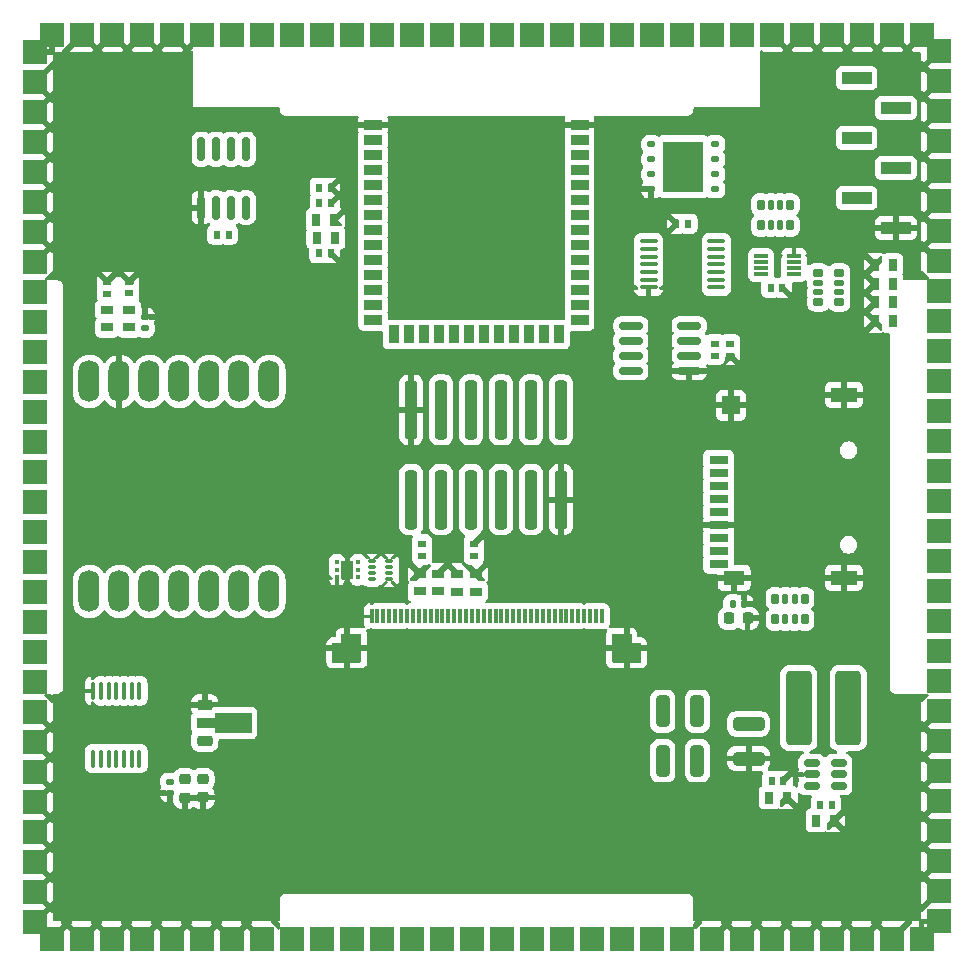
<source format=gbr>
%TF.GenerationSoftware,KiCad,Pcbnew,9.0.7*%
%TF.CreationDate,2026-02-15T10:00:23-06:00*%
%TF.ProjectId,grad_cap_display,67726164-5f63-4617-905f-646973706c61,rev?*%
%TF.SameCoordinates,Original*%
%TF.FileFunction,Copper,L1,Top*%
%TF.FilePolarity,Positive*%
%FSLAX46Y46*%
G04 Gerber Fmt 4.6, Leading zero omitted, Abs format (unit mm)*
G04 Created by KiCad (PCBNEW 9.0.7) date 2026-02-15 10:00:23*
%MOMM*%
%LPD*%
G01*
G04 APERTURE LIST*
G04 Aperture macros list*
%AMRoundRect*
0 Rectangle with rounded corners*
0 $1 Rounding radius*
0 $2 $3 $4 $5 $6 $7 $8 $9 X,Y pos of 4 corners*
0 Add a 4 corners polygon primitive as box body*
4,1,4,$2,$3,$4,$5,$6,$7,$8,$9,$2,$3,0*
0 Add four circle primitives for the rounded corners*
1,1,$1+$1,$2,$3*
1,1,$1+$1,$4,$5*
1,1,$1+$1,$6,$7*
1,1,$1+$1,$8,$9*
0 Add four rect primitives between the rounded corners*
20,1,$1+$1,$2,$3,$4,$5,0*
20,1,$1+$1,$4,$5,$6,$7,0*
20,1,$1+$1,$6,$7,$8,$9,0*
20,1,$1+$1,$8,$9,$2,$3,0*%
%AMFreePoly0*
4,1,9,3.862500,-0.866500,0.737500,-0.866500,0.737500,-0.450000,-0.737500,-0.450000,-0.737500,0.450000,0.737500,0.450000,0.737500,0.866500,3.862500,0.866500,3.862500,-0.866500,3.862500,-0.866500,$1*%
%AMFreePoly1*
4,1,17,0.803536,1.603536,0.805000,1.600000,0.805000,-0.800000,0.803536,-0.803536,0.800000,-0.805000,-1.600000,-0.805000,-1.603536,-0.803536,-1.605000,-0.800000,-1.605000,0.800000,-1.603536,0.803536,-1.600000,0.805000,-0.805000,0.805000,-0.805000,1.600000,-0.803536,1.603536,-0.800000,1.605000,0.800000,1.605000,0.803536,1.603536,0.803536,1.603536,$1*%
%AMFreePoly2*
4,1,17,0.803536,1.603536,0.805000,1.600000,0.805000,0.805000,1.600000,0.805000,1.603536,0.803536,1.605000,0.800000,1.605000,-0.800000,1.603536,-0.803536,1.600000,-0.805000,-0.800000,-0.805000,-0.803536,-0.803536,-0.805000,-0.800000,-0.805000,1.600000,-0.803536,1.603536,-0.800000,1.605000,0.800000,1.605000,0.803536,1.603536,0.803536,1.603536,$1*%
G04 Aperture macros list end*
%TA.AperFunction,SMDPad,CuDef*%
%ADD10R,2.000000X2.000000*%
%TD*%
%TA.AperFunction,SMDPad,CuDef*%
%ADD11RoundRect,0.225000X-0.425000X-0.225000X0.425000X-0.225000X0.425000X0.225000X-0.425000X0.225000X0*%
%TD*%
%TA.AperFunction,SMDPad,CuDef*%
%ADD12FreePoly0,0.000000*%
%TD*%
%TA.AperFunction,SMDPad,CuDef*%
%ADD13RoundRect,0.250000X-0.312500X-1.075000X0.312500X-1.075000X0.312500X1.075000X-0.312500X1.075000X0*%
%TD*%
%TA.AperFunction,SMDPad,CuDef*%
%ADD14RoundRect,0.152500X0.152500X-0.297500X0.152500X0.297500X-0.152500X0.297500X-0.152500X-0.297500X0*%
%TD*%
%TA.AperFunction,SMDPad,CuDef*%
%ADD15RoundRect,0.132500X0.132500X-0.317500X0.132500X0.317500X-0.132500X0.317500X-0.132500X-0.317500X0*%
%TD*%
%TA.AperFunction,SMDPad,CuDef*%
%ADD16RoundRect,0.152500X-0.297500X-0.152500X0.297500X-0.152500X0.297500X0.152500X-0.297500X0.152500X0*%
%TD*%
%TA.AperFunction,SMDPad,CuDef*%
%ADD17RoundRect,0.132500X-0.317500X-0.132500X0.317500X-0.132500X0.317500X0.132500X-0.317500X0.132500X0*%
%TD*%
%TA.AperFunction,SMDPad,CuDef*%
%ADD18RoundRect,0.152500X-0.152500X0.297500X-0.152500X-0.297500X0.152500X-0.297500X0.152500X0.297500X0*%
%TD*%
%TA.AperFunction,SMDPad,CuDef*%
%ADD19RoundRect,0.132500X-0.132500X0.317500X-0.132500X-0.317500X0.132500X-0.317500X0.132500X0.317500X0*%
%TD*%
%TA.AperFunction,SMDPad,CuDef*%
%ADD20R,0.800000X1.000000*%
%TD*%
%TA.AperFunction,SMDPad,CuDef*%
%ADD21R,0.600000X0.700000*%
%TD*%
%TA.AperFunction,SMDPad,CuDef*%
%ADD22R,2.510000X1.000000*%
%TD*%
%TA.AperFunction,SMDPad,CuDef*%
%ADD23R,0.300000X1.200000*%
%TD*%
%TA.AperFunction,SMDPad,CuDef*%
%ADD24FreePoly1,0.000000*%
%TD*%
%TA.AperFunction,SMDPad,CuDef*%
%ADD25FreePoly2,0.000000*%
%TD*%
%TA.AperFunction,SMDPad,CuDef*%
%ADD26O,1.778000X3.556000*%
%TD*%
%TA.AperFunction,SMDPad,CuDef*%
%ADD27RoundRect,0.150000X-0.150000X0.825000X-0.150000X-0.825000X0.150000X-0.825000X0.150000X0.825000X0*%
%TD*%
%TA.AperFunction,SMDPad,CuDef*%
%ADD28RoundRect,0.100000X-0.100000X0.637500X-0.100000X-0.637500X0.100000X-0.637500X0.100000X0.637500X0*%
%TD*%
%TA.AperFunction,SMDPad,CuDef*%
%ADD29RoundRect,0.150000X-0.825000X-0.150000X0.825000X-0.150000X0.825000X0.150000X-0.825000X0.150000X0*%
%TD*%
%TA.AperFunction,SMDPad,CuDef*%
%ADD30RoundRect,0.125000X-0.250000X-0.125000X0.250000X-0.125000X0.250000X0.125000X-0.250000X0.125000X0*%
%TD*%
%TA.AperFunction,HeatsinkPad*%
%ADD31R,3.400000X4.300000*%
%TD*%
%TA.AperFunction,SMDPad,CuDef*%
%ADD32RoundRect,0.150000X-0.512500X-0.150000X0.512500X-0.150000X0.512500X0.150000X-0.512500X0.150000X0*%
%TD*%
%TA.AperFunction,SMDPad,CuDef*%
%ADD33RoundRect,0.100000X-0.637500X-0.100000X0.637500X-0.100000X0.637500X0.100000X-0.637500X0.100000X0*%
%TD*%
%TA.AperFunction,HeatsinkPad*%
%ADD34C,0.600000*%
%TD*%
%TA.AperFunction,HeatsinkPad*%
%ADD35R,3.900000X3.900000*%
%TD*%
%TA.AperFunction,SMDPad,CuDef*%
%ADD36R,1.500000X0.900000*%
%TD*%
%TA.AperFunction,SMDPad,CuDef*%
%ADD37R,0.900000X1.500000*%
%TD*%
%TA.AperFunction,SMDPad,CuDef*%
%ADD38RoundRect,0.087500X0.537500X0.087500X-0.537500X0.087500X-0.537500X-0.087500X0.537500X-0.087500X0*%
%TD*%
%TA.AperFunction,SMDPad,CuDef*%
%ADD39RoundRect,0.093750X-0.093750X-0.106250X0.093750X-0.106250X0.093750X0.106250X-0.093750X0.106250X0*%
%TD*%
%TA.AperFunction,HeatsinkPad*%
%ADD40R,1.000000X1.600000*%
%TD*%
%TA.AperFunction,SMDPad,CuDef*%
%ADD41RoundRect,0.050000X0.285000X0.100000X-0.285000X0.100000X-0.285000X-0.100000X0.285000X-0.100000X0*%
%TD*%
%TA.AperFunction,SMDPad,CuDef*%
%ADD42R,0.700000X0.600000*%
%TD*%
%TA.AperFunction,SMDPad,CuDef*%
%ADD43RoundRect,0.250000X-1.075000X0.312500X-1.075000X-0.312500X1.075000X-0.312500X1.075000X0.312500X0*%
%TD*%
%TA.AperFunction,SMDPad,CuDef*%
%ADD44RoundRect,0.322500X-0.752500X-2.827500X0.752500X-2.827500X0.752500X2.827500X-0.752500X2.827500X0*%
%TD*%
%TA.AperFunction,SMDPad,CuDef*%
%ADD45R,1.600000X0.700000*%
%TD*%
%TA.AperFunction,SMDPad,CuDef*%
%ADD46R,2.200000X1.200000*%
%TD*%
%TA.AperFunction,SMDPad,CuDef*%
%ADD47R,1.500000X1.600000*%
%TD*%
%TA.AperFunction,SMDPad,CuDef*%
%ADD48R,1.800000X1.200000*%
%TD*%
%TA.AperFunction,SMDPad,CuDef*%
%ADD49RoundRect,0.250000X0.260000X-2.250000X0.260000X2.250000X-0.260000X2.250000X-0.260000X-2.250000X0*%
%TD*%
%TA.AperFunction,SMDPad,CuDef*%
%ADD50R,1.000000X0.800000*%
%TD*%
%TA.AperFunction,SMDPad,CuDef*%
%ADD51RoundRect,0.225000X-0.225000X-0.250000X0.225000X-0.250000X0.225000X0.250000X-0.225000X0.250000X0*%
%TD*%
%TA.AperFunction,SMDPad,CuDef*%
%ADD52RoundRect,0.140000X-0.140000X-0.170000X0.140000X-0.170000X0.140000X0.170000X-0.140000X0.170000X0*%
%TD*%
%TA.AperFunction,SMDPad,CuDef*%
%ADD53RoundRect,0.140000X-0.170000X0.140000X-0.170000X-0.140000X0.170000X-0.140000X0.170000X0.140000X0*%
%TD*%
%TA.AperFunction,SMDPad,CuDef*%
%ADD54RoundRect,0.225000X-0.250000X0.225000X-0.250000X-0.225000X0.250000X-0.225000X0.250000X0.225000X0*%
%TD*%
%TA.AperFunction,SMDPad,CuDef*%
%ADD55RoundRect,0.140000X0.170000X-0.140000X0.170000X0.140000X-0.170000X0.140000X-0.170000X-0.140000X0*%
%TD*%
G04 APERTURE END LIST*
D10*
%TO.P,J205,30,Pin_30*%
%TO.N,GND*%
X-268177500Y597760000D03*
%TO.P,J205,29,Pin_29*%
X-265637500Y597760000D03*
%TO.P,J205,28,Pin_28*%
X-263097500Y597760000D03*
%TO.P,J205,27,Pin_27*%
X-260557500Y597760000D03*
%TO.P,J205,26,Pin_26*%
X-258017500Y597760000D03*
%TO.P,J205,25,Pin_25*%
X-255477500Y597760000D03*
%TO.P,J205,24,Pin_24*%
X-252937500Y597760000D03*
%TO.P,J205,23,Pin_23*%
X-250397500Y597760000D03*
%TO.P,J205,22,Pin_22*%
X-247857500Y597760000D03*
%TO.P,J205,21,Pin_21*%
X-245317500Y597760000D03*
%TO.P,J205,20,Pin_20*%
X-242777500Y597760000D03*
%TO.P,J205,19,Pin_19*%
X-240237500Y597760000D03*
%TO.P,J205,18,Pin_18*%
X-237697500Y597760000D03*
%TO.P,J205,17,Pin_17*%
X-235157500Y597760000D03*
%TO.P,J205,16,Pin_16*%
X-232617500Y597760000D03*
%TO.P,J205,15,Pin_15*%
X-230077500Y597760000D03*
%TO.P,J205,14,Pin_14*%
X-227537500Y597760000D03*
%TO.P,J205,13,Pin_13*%
X-224997500Y597760000D03*
%TO.P,J205,12,Pin_12*%
X-222457500Y597760000D03*
%TO.P,J205,11,Pin_11*%
X-219917500Y597760000D03*
%TO.P,J205,10,Pin_10*%
X-217377500Y597760000D03*
%TO.P,J205,9,Pin_9*%
X-214837500Y597760000D03*
%TO.P,J205,8,Pin_8*%
X-212297500Y597760000D03*
%TO.P,J205,7,Pin_7*%
X-209757500Y597760000D03*
%TO.P,J205,6,Pin_6*%
X-207217500Y597760000D03*
%TO.P,J205,5,Pin_5*%
X-204677500Y597760000D03*
%TO.P,J205,4,Pin_4*%
X-202137500Y597760000D03*
%TO.P,J205,3,Pin_3*%
X-199597500Y597760000D03*
%TO.P,J205,2,Pin_2*%
X-197057500Y597760000D03*
%TO.P,J205,1,Pin_1*%
X-194517500Y597760000D03*
%TD*%
%TO.P,J204,1,Pin_1*%
%TO.N,GND*%
X-193060000Y599242500D03*
%TO.P,J204,2,Pin_2*%
X-193060000Y601782500D03*
%TO.P,J204,3,Pin_3*%
X-193060000Y604322500D03*
%TO.P,J204,4,Pin_4*%
X-193060000Y606862500D03*
%TO.P,J204,5,Pin_5*%
X-193060000Y609402500D03*
%TO.P,J204,6,Pin_6*%
X-193060000Y611942500D03*
%TO.P,J204,7,Pin_7*%
X-193060000Y614482500D03*
%TO.P,J204,8,Pin_8*%
X-193060000Y617022500D03*
%TO.P,J204,9,Pin_9*%
X-193060000Y619562500D03*
%TO.P,J204,10,Pin_10*%
X-193060000Y622102500D03*
%TO.P,J204,11,Pin_11*%
X-193060000Y624642500D03*
%TO.P,J204,12,Pin_12*%
X-193060000Y627182500D03*
%TO.P,J204,13,Pin_13*%
X-193060000Y629722500D03*
%TO.P,J204,14,Pin_14*%
X-193060000Y632262500D03*
%TO.P,J204,15,Pin_15*%
X-193060000Y634802500D03*
%TO.P,J204,16,Pin_16*%
X-193060000Y637342500D03*
%TO.P,J204,17,Pin_17*%
X-193060000Y639882500D03*
%TO.P,J204,18,Pin_18*%
X-193060000Y642422500D03*
%TO.P,J204,19,Pin_19*%
X-193060000Y644962500D03*
%TO.P,J204,20,Pin_20*%
X-193060000Y647502500D03*
%TO.P,J204,21,Pin_21*%
X-193060000Y650042500D03*
%TO.P,J204,22,Pin_22*%
X-193060000Y652582500D03*
%TO.P,J204,23,Pin_23*%
X-193060000Y655122500D03*
%TO.P,J204,24,Pin_24*%
X-193060000Y657662500D03*
%TO.P,J204,25,Pin_25*%
X-193060000Y660202500D03*
%TO.P,J204,26,Pin_26*%
X-193060000Y662742500D03*
%TO.P,J204,27,Pin_27*%
X-193060000Y665282500D03*
%TO.P,J204,28,Pin_28*%
X-193060000Y667822500D03*
%TO.P,J204,29,Pin_29*%
X-193060000Y670362500D03*
%TO.P,J204,30,Pin_30*%
X-193060000Y672902500D03*
%TD*%
%TO.P,J202,25,Pin_25*%
%TO.N,GND*%
X-269575000Y611882500D03*
%TO.P,J202,27,Pin_27*%
X-269575000Y606802500D03*
%TO.P,J202,30,Pin_30*%
X-269575000Y599182500D03*
%TO.P,J202,29,Pin_29*%
X-269575000Y601722500D03*
%TO.P,J202,26,Pin_26*%
X-269575000Y609342500D03*
%TO.P,J202,28,Pin_28*%
X-269575000Y604262500D03*
%TO.P,J202,4,Pin_4*%
X-269575000Y665222500D03*
%TO.P,J202,6,Pin_6*%
X-269575000Y660142500D03*
%TO.P,J202,2,Pin_2*%
X-269575000Y670302500D03*
%TO.P,J202,3,Pin_3*%
X-269575000Y667762500D03*
%TO.P,J202,7,Pin_7*%
X-269575000Y657602500D03*
%TO.P,J202,8,Pin_8*%
X-269575000Y655062500D03*
%TO.P,J202,5,Pin_5*%
X-269575000Y662682500D03*
%TO.P,J202,1,Pin_1*%
X-269575000Y672842500D03*
%TO.P,J202,10,Pin_10*%
X-269575000Y649982500D03*
%TO.P,J202,14,Pin_14*%
X-269575000Y639822500D03*
%TO.P,J202,11,Pin_11*%
X-269575000Y647442500D03*
%TO.P,J202,9,Pin_9*%
X-269575000Y652522500D03*
%TO.P,J202,12,Pin_12*%
X-269575000Y644902500D03*
%TO.P,J202,13,Pin_13*%
X-269575000Y642362500D03*
%TO.P,J202,16,Pin_16*%
X-269575000Y634742500D03*
%TO.P,J202,15,Pin_15*%
X-269575000Y637282500D03*
%TO.P,J202,18,Pin_18*%
X-269575000Y629662500D03*
%TO.P,J202,19,Pin_19*%
X-269575000Y627122500D03*
%TO.P,J202,20,Pin_20*%
X-269575000Y624582500D03*
%TO.P,J202,21,Pin_21*%
X-269575000Y622042500D03*
%TO.P,J202,22,Pin_22*%
X-269575000Y619502500D03*
%TO.P,J202,17,Pin_17*%
X-269575000Y632202500D03*
%TO.P,J202,23,Pin_23*%
X-269575000Y616962500D03*
%TO.P,J202,24,Pin_24*%
X-269575000Y614422500D03*
%TD*%
%TO.P,J203,30,Pin_30*%
%TO.N,GND*%
X-194457500Y674325000D03*
%TO.P,J203,29,Pin_29*%
X-196997500Y674325000D03*
%TO.P,J203,28,Pin_28*%
X-199537500Y674325000D03*
%TO.P,J203,27,Pin_27*%
X-202077500Y674325000D03*
%TO.P,J203,26,Pin_26*%
X-204617500Y674325000D03*
%TO.P,J203,25,Pin_25*%
X-207157500Y674325000D03*
%TO.P,J203,24,Pin_24*%
X-209697500Y674325000D03*
%TO.P,J203,23,Pin_23*%
X-212237500Y674325000D03*
%TO.P,J203,22,Pin_22*%
X-214777500Y674325000D03*
%TO.P,J203,21,Pin_21*%
X-217317500Y674325000D03*
%TO.P,J203,20,Pin_20*%
X-219857500Y674325000D03*
%TO.P,J203,19,Pin_19*%
X-222397500Y674325000D03*
%TO.P,J203,18,Pin_18*%
X-224937500Y674325000D03*
%TO.P,J203,17,Pin_17*%
X-227477500Y674325000D03*
%TO.P,J203,16,Pin_16*%
X-230017500Y674325000D03*
%TO.P,J203,15,Pin_15*%
X-232557500Y674325000D03*
%TO.P,J203,14,Pin_14*%
X-235097500Y674325000D03*
%TO.P,J203,13,Pin_13*%
X-237637500Y674325000D03*
%TO.P,J203,12,Pin_12*%
X-240177500Y674325000D03*
%TO.P,J203,11,Pin_11*%
X-242717500Y674325000D03*
%TO.P,J203,10,Pin_10*%
X-245257500Y674325000D03*
%TO.P,J203,9,Pin_9*%
X-247797500Y674325000D03*
%TO.P,J203,8,Pin_8*%
X-250337500Y674325000D03*
%TO.P,J203,7,Pin_7*%
X-252877500Y674325000D03*
%TO.P,J203,6,Pin_6*%
X-255417500Y674325000D03*
%TO.P,J203,5,Pin_5*%
X-257957500Y674325000D03*
%TO.P,J203,4,Pin_4*%
X-260497500Y674325000D03*
%TO.P,J203,3,Pin_3*%
X-263037500Y674325000D03*
%TO.P,J203,2,Pin_2*%
X-265577500Y674325000D03*
%TO.P,J203,1,Pin_1*%
X-268117500Y674325000D03*
%TD*%
D11*
%TO.P,U1102,1,GND*%
%TO.N,GND*%
X-255200000Y617560000D03*
D12*
%TO.P,U1102,2,VO*%
%TO.N,/ESP32 1/SAMD21_5V*%
X-255112500Y616060000D03*
D11*
%TO.P,U1102,3,VI*%
%TO.N,/ESP32 1/BATT_IN*%
X-255200000Y614560000D03*
%TD*%
D13*
%TO.P,R206,1*%
%TO.N,Net-(U206-FB)*%
X-216412500Y612840000D03*
%TO.P,R206,2*%
%TO.N,Net-(J201-LEDK-Pad38)*%
X-213487500Y612840000D03*
%TD*%
%TO.P,R205,1*%
%TO.N,Net-(U206-FB)*%
X-216412500Y617050000D03*
%TO.P,R205,2*%
%TO.N,Net-(J201-LEDK-Pad39)*%
X-213487500Y617050000D03*
%TD*%
D14*
%TO.P,RN1101,1,4*%
%TO.N,/ESP32 1/SAMD21_3V3*%
X-206890000Y624810000D03*
D15*
%TO.P,RN1101,2,2*%
X-206050000Y624810000D03*
%TO.P,RN1101,3,3*%
X-205250000Y624810000D03*
D14*
%TO.P,RN1101,4,4*%
X-204410000Y624810000D03*
%TO.P,RN1101,5,5*%
%TO.N,/ESP32 1/SPI_CS_\u00B5SD*%
X-204410000Y626580000D03*
D15*
%TO.P,RN1101,6,6*%
%TO.N,/ESP32 1/SPI_MOSI_\u00B5SD*%
X-205250000Y626580000D03*
%TO.P,RN1101,7,5*%
%TO.N,/ESP32 1/SPI_MISO_\u00B5SD*%
X-206050000Y626580000D03*
D14*
%TO.P,RN1101,8,8*%
%TO.N,/ESP32 1/SPI_SCK_\u00B5SD*%
X-206890000Y626580000D03*
%TD*%
D16*
%TO.P,RN202,1,4*%
%TO.N,Net-(D202-A)*%
X-203255000Y654170000D03*
D17*
%TO.P,RN202,2,2*%
%TO.N,Net-(D203-A)*%
X-203255000Y653330000D03*
%TO.P,RN202,3,3*%
%TO.N,Net-(D204-A)*%
X-203255000Y652530000D03*
D16*
%TO.P,RN202,4,4*%
%TO.N,Net-(D205-A)*%
X-203255000Y651690000D03*
%TO.P,RN202,5,5*%
%TO.N,/ESP32 1/SPI_CS_LCD*%
X-201485000Y651690000D03*
D17*
%TO.P,RN202,6,6*%
%TO.N,/ESP32 1/SPI_CS_FLASH*%
X-201485000Y652530000D03*
%TO.P,RN202,7,5*%
%TO.N,/ESP32 1/SPI_CS_\u00B5SD*%
X-201485000Y653330000D03*
D16*
%TO.P,RN202,8,8*%
%TO.N,/ESP32 1/SPI_\u00B5SD_BUS_CONNECT*%
X-201485000Y654170000D03*
%TD*%
D18*
%TO.P,RN201,1,4*%
%TO.N,/ESP32 1/+3V3*%
X-205650000Y659940000D03*
D19*
%TO.P,RN201,2,2*%
X-206490000Y659940000D03*
%TO.P,RN201,3,3*%
X-207290000Y659940000D03*
D18*
%TO.P,RN201,4,4*%
X-208130000Y659940000D03*
%TO.P,RN201,5,5*%
%TO.N,/ESP32 1/SPI_CS_\u00B5SD*%
X-208130000Y658170000D03*
D19*
%TO.P,RN201,6,6*%
%TO.N,/ESP32 1/SPI_CS_FLASH*%
X-207290000Y658170000D03*
%TO.P,RN201,7,5*%
%TO.N,/ESP32 1/SPI_CS_LCD*%
X-206490000Y658170000D03*
D18*
%TO.P,RN201,8,8*%
%TO.N,/ESP32 1/SPI_\u00B5SD_BUS_CONNECT*%
X-205650000Y658170000D03*
%TD*%
D20*
%TO.P,D203,1,K*%
%TO.N,GND*%
X-198460000Y653250000D03*
%TO.P,D203,2,A*%
%TO.N,Net-(D203-A)*%
X-196960000Y653250000D03*
%TD*%
%TO.P,D202,2,A*%
%TO.N,Net-(D202-A)*%
X-196960000Y654850000D03*
%TO.P,D202,1,K*%
%TO.N,GND*%
X-198460000Y654850000D03*
%TD*%
%TO.P,D204,2,A*%
%TO.N,Net-(D204-A)*%
X-196960000Y651650000D03*
%TO.P,D204,1,K*%
%TO.N,GND*%
X-198460000Y651650000D03*
%TD*%
%TO.P,D205,2,A*%
%TO.N,Net-(D205-A)*%
X-196960000Y650050000D03*
%TO.P,D205,1,K*%
%TO.N,GND*%
X-198460000Y650050000D03*
%TD*%
D21*
%TO.P,R204,1*%
%TO.N,/ESP32 1/RS485_A*%
X-254182500Y657405000D03*
%TO.P,R204,2*%
%TO.N,/ESP32 1/RS485_B*%
X-253182500Y657405000D03*
%TD*%
D22*
%TO.P,J101,1,Pin_1*%
%TO.N,/ESP32 1/ESP_PROG_PWR*%
X-200000000Y670650000D03*
%TO.P,J101,2,Pin_2*%
%TO.N,/ESP32 1/ESP_PROG_EN*%
X-196690000Y668110000D03*
%TO.P,J101,3,Pin_3*%
%TO.N,/ESP32 1/ESP_PROG_IO0*%
X-200000000Y665570000D03*
%TO.P,J101,4,Pin_4*%
%TO.N,/ESP32 1/ESP_PROG_TXD0*%
X-196690000Y663030000D03*
%TO.P,J101,5,Pin_5*%
%TO.N,/ESP32 1/ESP_PROG_RXD0*%
X-200000000Y660490000D03*
%TO.P,J101,6,Pin_6*%
%TO.N,GND*%
X-196690000Y657950000D03*
%TD*%
D23*
%TO.P,J201,1,GND*%
%TO.N,GND*%
X-241080000Y625077500D03*
%TO.P,J201,2,TP-VCL*%
%TO.N,unconnected-(J201-TP-VCL-Pad2)*%
X-240580000Y625077500D03*
%TO.P,J201,3,TP-RST*%
%TO.N,unconnected-(J201-TP-RST-Pad3)*%
X-240080000Y625077500D03*
%TO.P,J201,4,TP-SCL*%
%TO.N,unconnected-(J201-TP-SCL-Pad4)*%
X-239580000Y625077500D03*
%TO.P,J201,5,TP-SDA*%
%TO.N,unconnected-(J201-TP-SDA-Pad5)*%
X-239080000Y625077500D03*
%TO.P,J201,6,TP-INT*%
%TO.N,unconnected-(J201-TP-INT-Pad6)*%
X-238580000Y625077500D03*
%TO.P,J201,7,GND*%
%TO.N,GND*%
X-238080000Y625077500D03*
%TO.P,J201,8,DB17*%
%TO.N,/ESP32 1/LCD_RGB_DB17*%
X-237580000Y625077500D03*
%TO.P,J201,9,DB16*%
%TO.N,/ESP32 1/LCD_RGB_DB16*%
X-237080000Y625077500D03*
%TO.P,J201,10,DB15*%
%TO.N,/ESP32 1/LCD_RGB_DB15*%
X-236580000Y625077500D03*
%TO.P,J201,11,DB14*%
%TO.N,/ESP32 1/LCD_RGB_DB14*%
X-236080000Y625077500D03*
%TO.P,J201,12,DB13*%
%TO.N,/ESP32 1/LCD_RGB_DB13*%
X-235580000Y625077500D03*
%TO.P,J201,13,DB12*%
%TO.N,/ESP32 1/LCD_RGB_DB12*%
X-235080000Y625077500D03*
%TO.P,J201,14,DB11*%
%TO.N,/ESP32 1/LCD_RGB_DB11*%
X-234580000Y625077500D03*
%TO.P,J201,15,DB10*%
%TO.N,/ESP32 1/LCD_RGB_DB10*%
X-234080000Y625077500D03*
%TO.P,J201,16,DB9*%
%TO.N,/ESP32 1/LCD_RGB_DB9*%
X-233580000Y625077500D03*
%TO.P,J201,17,DB8*%
%TO.N,/ESP32 1/LCD_RGB_DB8*%
X-233080000Y625077500D03*
%TO.P,J201,18,DB7*%
%TO.N,/ESP32 1/LCD_RGB_DB7*%
X-232580000Y625077500D03*
%TO.P,J201,19,DB6*%
%TO.N,/ESP32 1/LCD_RGB_DB6*%
X-232080000Y625077500D03*
%TO.P,J201,20,DB5*%
%TO.N,/ESP32 1/LCD_RGB_DB5*%
X-231580000Y625077500D03*
%TO.P,J201,21,DB4*%
%TO.N,/ESP32 1/LCD_RGB_DB4*%
X-231080000Y625077500D03*
%TO.P,J201,22,DB3*%
%TO.N,/ESP32 1/LCD_RGB_DB3*%
X-230580000Y625077500D03*
%TO.P,J201,23,DB2*%
%TO.N,/ESP32 1/LCD_RGB_DB2*%
X-230080000Y625077500D03*
%TO.P,J201,24,DB1*%
%TO.N,/ESP32 1/LCD_RGB_DB1*%
X-229580000Y625077500D03*
%TO.P,J201,25,DB0*%
%TO.N,/ESP32 1/LCD_RGB_DB0*%
X-229080000Y625077500D03*
%TO.P,J201,26,HS*%
%TO.N,/ESP32 1/LCD_RGB_HSYNC*%
X-228580000Y625077500D03*
%TO.P,J201,27,VS*%
%TO.N,/ESP32 1/LCD_RGB_VSYNC*%
X-228080000Y625077500D03*
%TO.P,J201,28,DE*%
%TO.N,/ESP32 1/LCD_RGB_DE*%
X-227580000Y625077500D03*
%TO.P,J201,29,PCLK*%
%TO.N,/ESP32 1/LCD_RGB_PCLK*%
X-227080000Y625077500D03*
%TO.P,J201,30,CS*%
%TO.N,/ESP32 1/SPI_CS_LCD*%
X-226580000Y625077500D03*
%TO.P,J201,31,SCK*%
%TO.N,/ESP32 1/SPI_SCK*%
X-226080000Y625077500D03*
%TO.P,J201,32,SDA*%
%TO.N,/ESP32 1/SPI_MOSI*%
X-225580000Y625077500D03*
%TO.P,J201,33,NC*%
%TO.N,unconnected-(J201-NC-Pad33)*%
X-225080000Y625077500D03*
%TO.P,J201,34,NC*%
%TO.N,unconnected-(J201-NC-Pad34)*%
X-224580000Y625077500D03*
%TO.P,J201,35,RST*%
%TO.N,unconnected-(J201-RST-Pad35)*%
X-224080000Y625077500D03*
%TO.P,J201,36,VDD*%
%TO.N,/ESP32 1/+3V3*%
X-223580000Y625077500D03*
%TO.P,J201,37,GND*%
%TO.N,GND*%
X-223080000Y625077500D03*
%TO.P,J201,38,LEDK*%
%TO.N,Net-(J201-LEDK-Pad38)*%
X-222580000Y625077500D03*
%TO.P,J201,39,LEDK*%
%TO.N,Net-(J201-LEDK-Pad39)*%
X-222080000Y625077500D03*
%TO.P,J201,40,LEDA*%
%TO.N,Net-(J201-LEDA)*%
X-221580000Y625077500D03*
D24*
%TO.P,J201,S1,M*%
%TO.N,GND*%
X-242780000Y621977500D03*
D25*
%TO.P,J201,S2,M*%
X-219880000Y621977500D03*
%TD*%
D26*
%TO.P,U1104,1,A0*%
%TO.N,/ESP32 1/SPI_\u00B5SD_BUS_CONNECT*%
X-264972500Y627187500D03*
%TO.P,U1104,2,A1*%
%TO.N,/ESP32 1/SPI_CS_\u00B5SD*%
X-262432500Y627187500D03*
%TO.P,U1104,3,A2*%
%TO.N,/ESP32 1/FRAME_SYNC*%
X-259892500Y627187500D03*
%TO.P,U1104,4,A3*%
%TO.N,/ESP32 1/UART_RS485_DE*%
X-257352500Y627187500D03*
%TO.P,U1104,5,SDA*%
%TO.N,/ESP32 1/SAMD_SDA*%
X-254812500Y627187500D03*
%TO.P,U1104,6,SCL*%
%TO.N,/ESP32 1/BACKLIGHT_PWM*%
X-252272500Y627187500D03*
%TO.P,U1104,7,TX*%
%TO.N,/ESP32 1/UART-RS485_TX*%
X-249732500Y627187500D03*
%TO.P,U1104,8,RX*%
%TO.N,/ESP32 1/UART-RS485_RX*%
X-249732500Y644967500D03*
%TO.P,U1104,9,SCK*%
%TO.N,/ESP32 1/SAMD_SCK*%
X-252272500Y644967500D03*
%TO.P,U1104,10,MI*%
%TO.N,/ESP32 1/SAMD_MISO*%
X-254812500Y644967500D03*
%TO.P,U1104,11,MO*%
%TO.N,/ESP32 1/SAMD_MOSI*%
X-257352500Y644967500D03*
%TO.P,U1104,12,3V*%
%TO.N,/ESP32 1/SAMD21_3V3*%
X-259892500Y644967500D03*
%TO.P,U1104,13,GND*%
%TO.N,GND*%
X-262432500Y644967500D03*
%TO.P,U1104,14,5V*%
%TO.N,/ESP32 1/SAMD21_5V*%
X-264972500Y644967500D03*
%TD*%
D27*
%TO.P,U1103,1,RO*%
%TO.N,/ESP32 1/UART-RS485_RX*%
X-251702500Y664635000D03*
%TO.P,U1103,2,~{RE}*%
%TO.N,/ESP32 1/UART_RS485_DE*%
X-252972500Y664635000D03*
%TO.P,U1103,3,DE*%
X-254242500Y664635000D03*
%TO.P,U1103,4,DI*%
%TO.N,/ESP32 1/UART-RS485_TX*%
X-255512500Y664635000D03*
%TO.P,U1103,5,GND*%
%TO.N,GND*%
X-255512500Y659685000D03*
%TO.P,U1103,6,A*%
%TO.N,/ESP32 1/RS485_A*%
X-254242500Y659685000D03*
%TO.P,U1103,7,B*%
%TO.N,/ESP32 1/RS485_B*%
X-252972500Y659685000D03*
%TO.P,U1103,8,VCC*%
%TO.N,/ESP32 1/SAMD21_3V3*%
X-251702500Y659685000D03*
%TD*%
D28*
%TO.P,U1101,1,1~{OE}*%
%TO.N,/ESP32 1/SPI_\u00B5SD_BUS_CONNECT*%
X-260740000Y618762500D03*
%TO.P,U1101,2,A1*%
%TO.N,/ESP32 1/SPI_MISO_\u00B5SD*%
X-261390000Y618762500D03*
%TO.P,U1101,3,B1*%
%TO.N,/ESP32 1/SAMD_MISO*%
X-262040000Y618762500D03*
%TO.P,U1101,4,2~{OE}*%
%TO.N,/ESP32 1/SPI_\u00B5SD_BUS_CONNECT*%
X-262690000Y618762500D03*
%TO.P,U1101,5,A2*%
%TO.N,/ESP32 1/SAMD_MOSI*%
X-263340000Y618762500D03*
%TO.P,U1101,6,B2*%
%TO.N,/ESP32 1/SPI_MOSI_\u00B5SD*%
X-263990000Y618762500D03*
%TO.P,U1101,7,GND*%
%TO.N,GND*%
X-264640000Y618762500D03*
%TO.P,U1101,8,B3*%
%TO.N,/ESP32 1/SPI_SCK_\u00B5SD*%
X-264640000Y613037500D03*
%TO.P,U1101,9,A3*%
%TO.N,/ESP32 1/SAMD_SCK*%
X-263990000Y613037500D03*
%TO.P,U1101,10,3~{OE}*%
%TO.N,/ESP32 1/SPI_\u00B5SD_BUS_CONNECT*%
X-263340000Y613037500D03*
%TO.P,U1101,11,B4*%
%TO.N,/ESP32 1/SPI_CS_\u00B5SD*%
X-262690000Y613037500D03*
%TO.P,U1101,12,A4*%
X-262040000Y613037500D03*
%TO.P,U1101,13,4~{OE}*%
%TO.N,/ESP32 1/SPI_\u00B5SD_BUS_CONNECT*%
X-261390000Y613037500D03*
%TO.P,U1101,14,VCC*%
%TO.N,/ESP32 1/SAMD21_3V3*%
X-260740000Y613037500D03*
%TD*%
D29*
%TO.P,U208,1,RO*%
%TO.N,/ESP32 1/UART-RS485_RX*%
X-219125000Y649667500D03*
%TO.P,U208,2,~{RE}*%
%TO.N,/ESP32 1/UART_RS485_DE*%
X-219125000Y648397500D03*
%TO.P,U208,3,DE*%
X-219125000Y647127500D03*
%TO.P,U208,4,DI*%
%TO.N,/ESP32 1/UART-RS485_TX*%
X-219125000Y645857500D03*
%TO.P,U208,5,GND*%
%TO.N,GND*%
X-214175000Y645857500D03*
%TO.P,U208,6,A*%
%TO.N,/ESP32 1/RS485_A*%
X-214175000Y647127500D03*
%TO.P,U208,7,B*%
%TO.N,/ESP32 1/RS485_B*%
X-214175000Y648397500D03*
%TO.P,U208,8,VCC*%
%TO.N,/ESP32 1/+3V3*%
X-214175000Y649667500D03*
%TD*%
D30*
%TO.P,U207,1,~{CS}*%
%TO.N,/ESP32 1/SPI_CS_FLASH*%
X-217390000Y665050000D03*
%TO.P,U207,2,DO/IO_{1}*%
%TO.N,/ESP32 1/SPI_MISO*%
X-217390000Y663780000D03*
%TO.P,U207,3,~{WP}/IO_{2}*%
%TO.N,unconnected-(U207-~{WP}{slash}IO_{2}-Pad3)*%
X-217390000Y662510000D03*
%TO.P,U207,4,GND*%
%TO.N,GND*%
X-217390000Y661240000D03*
%TO.P,U207,5,DI/IO_{0}*%
%TO.N,/ESP32 1/SPI_MOSI*%
X-211990000Y661240000D03*
%TO.P,U207,6,CLK*%
%TO.N,/ESP32 1/SPI_SCK*%
X-211990000Y662510000D03*
%TO.P,U207,7,~{HOLD}/~{RESET}/IO_{3}*%
%TO.N,unconnected-(U207-~{HOLD}{slash}~{RESET}{slash}IO_{3}-Pad7)*%
X-211990000Y663780000D03*
%TO.P,U207,8,VCC*%
%TO.N,/ESP32 1/+3V3*%
X-211990000Y665050000D03*
D31*
%TO.P,U207,9,EP*%
%TO.N,unconnected-(U207-EP-Pad9)*%
X-214690000Y663145000D03*
%TD*%
D32*
%TO.P,U206,1,SW*%
%TO.N,/ESP32 1/BATT_IN*%
X-203815001Y612640000D03*
%TO.P,U206,2,GND*%
%TO.N,GND*%
X-203815001Y611690001D03*
%TO.P,U206,3,FB*%
%TO.N,Net-(U206-FB)*%
X-203815001Y610740002D03*
%TO.P,U206,4,CTRL*%
%TO.N,/ESP32 1/BACKLIGHT_PWM_IN*%
X-201540001Y610740002D03*
%TO.P,U206,5,V_{OUT}*%
%TO.N,Net-(J201-LEDA)*%
X-201540001Y611690001D03*
%TO.P,U206,6,V_{IN}*%
%TO.N,Net-(U206-V_{IN})*%
X-201540001Y612640000D03*
%TD*%
D33*
%TO.P,U205,1,1~{OE}*%
%TO.N,/ESP32 1/SPI_\u00B5SD_BUS_CONNECT*%
X-217620000Y656820000D03*
%TO.P,U205,2,A1*%
%TO.N,/ESP32 1/SPI_MISO_\u00B5SD*%
X-217620000Y656170000D03*
%TO.P,U205,3,B1*%
%TO.N,/ESP32 1/SPI_MISO*%
X-217620000Y655520000D03*
%TO.P,U205,4,2~{OE}*%
%TO.N,/ESP32 1/SPI_\u00B5SD_BUS_CONNECT*%
X-217620000Y654870000D03*
%TO.P,U205,5,A2*%
%TO.N,/ESP32 1/SPI_MOSI*%
X-217620000Y654220000D03*
%TO.P,U205,6,B2*%
%TO.N,/ESP32 1/SPI_MOSI_\u00B5SD*%
X-217620000Y653570000D03*
%TO.P,U205,7,GND*%
%TO.N,GND*%
X-217620000Y652920000D03*
%TO.P,U205,8,B3*%
%TO.N,/ESP32 1/SPI_SCK_\u00B5SD*%
X-211895000Y652920000D03*
%TO.P,U205,9,A3*%
%TO.N,/ESP32 1/SPI_SCK*%
X-211895000Y653570000D03*
%TO.P,U205,10,3~{OE}*%
%TO.N,/ESP32 1/SPI_\u00B5SD_BUS_CONNECT*%
X-211895000Y654220000D03*
%TO.P,U205,11,B4*%
%TO.N,/ESP32 1/SPI_CS_\u00B5SD*%
X-211895000Y654870000D03*
%TO.P,U205,12,A4*%
X-211895000Y655520000D03*
%TO.P,U205,13,4~{OE}*%
%TO.N,/ESP32 1/SPI_\u00B5SD_BUS_CONNECT*%
X-211895000Y656170000D03*
%TO.P,U205,14,VCC*%
%TO.N,/ESP32 1/+3V3*%
X-211895000Y656820000D03*
%TD*%
D34*
%TO.P,U204,41,GND*%
%TO.N,GND*%
X-232310000Y658280000D03*
X-232310000Y659680000D03*
X-233010000Y657580000D03*
X-233010000Y658980000D03*
X-233010000Y660380000D03*
X-233710000Y658280000D03*
D35*
X-233710000Y658980000D03*
D34*
X-233710000Y659680000D03*
X-234410000Y657580000D03*
X-234410000Y658980000D03*
X-234410000Y660380000D03*
X-235110000Y658280000D03*
X-235110000Y659680000D03*
D36*
%TO.P,U204,40,GND*%
X-223460000Y666700000D03*
%TO.P,U204,39,IO1*%
%TO.N,/ESP32 1/FRAME_SYNC*%
X-223460000Y665430000D03*
%TO.P,U204,38,IO2*%
%TO.N,/ESP32 1/LCD_RGB_DB0*%
X-223460000Y664160000D03*
%TO.P,U204,37,TXD0*%
%TO.N,/ESP32 1/ESP_PROG_TXD0*%
X-223460000Y662890000D03*
%TO.P,U204,36,RXD0*%
%TO.N,/ESP32 1/ESP_PROG_RXD0*%
X-223460000Y661620000D03*
%TO.P,U204,35,IO42*%
%TO.N,/ESP32 1/LCD_RGB_DB13*%
X-223460000Y660350000D03*
%TO.P,U204,34,IO41*%
%TO.N,/ESP32 1/LCD_RGB_DE*%
X-223460000Y659080000D03*
%TO.P,U204,33,IO40*%
%TO.N,/ESP32 1/LCD_RGB_VSYNC*%
X-223460000Y657810000D03*
%TO.P,U204,32,IO39*%
%TO.N,/ESP32 1/LCD_RGB_HSYNC*%
X-223460000Y656540000D03*
%TO.P,U204,31,IO38*%
%TO.N,/ESP32 1/LCD_RGB_PCLK*%
X-223460000Y655270000D03*
%TO.P,U204,30,IO37*%
%TO.N,unconnected-(U204-IO37-Pad30)*%
X-223460000Y654000000D03*
%TO.P,U204,29,IO36*%
%TO.N,unconnected-(U204-IO36-Pad29)*%
X-223460000Y652730000D03*
%TO.P,U204,28,IO35*%
%TO.N,unconnected-(U204-IO35-Pad28)*%
X-223460000Y651460000D03*
%TO.P,U204,27,IO0*%
%TO.N,/ESP32 1/ESP_PROG_IO0*%
X-223460000Y650190000D03*
D37*
%TO.P,U204,26,IO45*%
%TO.N,/ESP32 1/SPI_MISO*%
X-225225000Y648940000D03*
%TO.P,U204,25,IO48*%
%TO.N,/ESP32 1/LCD_RGB_DB15*%
X-226495000Y648940000D03*
%TO.P,U204,24,IO47*%
%TO.N,/ESP32 1/LCD_RGB_DB14*%
X-227765000Y648940000D03*
%TO.P,U204,23,IO21*%
%TO.N,/ESP32 1/UART_RS485_DE*%
X-229035000Y648940000D03*
%TO.P,U204,22,IO14*%
%TO.N,/ESP32 1/LCD_RGB_DB6*%
X-230305000Y648940000D03*
%TO.P,U204,21,IO13*%
%TO.N,/ESP32 1/LCD_RGB_DB5*%
X-231575000Y648940000D03*
%TO.P,U204,20,IO12*%
%TO.N,/ESP32 1/UART-RS485_RX*%
X-232845000Y648940000D03*
%TO.P,U204,19,IO11*%
%TO.N,/ESP32 1/UART-RS485_TX*%
X-234115000Y648940000D03*
%TO.P,U204,18,IO10*%
%TO.N,/ESP32 1/SPI_CS0*%
X-235385000Y648940000D03*
%TO.P,U204,17,IO9*%
%TO.N,/ESP32 1/SPI_SCK*%
X-236655000Y648940000D03*
%TO.P,U204,16,IO46*%
%TO.N,/ESP32 1/SPI_CS1*%
X-237925000Y648940000D03*
%TO.P,U204,15,IO3*%
%TO.N,/ESP32 1/STRAP_GPIO3*%
X-239195000Y648940000D03*
D36*
%TO.P,U204,14,USB_D+*%
%TO.N,/ESP32 1/LCD_RGB_DB12*%
X-240960000Y650190000D03*
%TO.P,U204,13,USB_D-*%
%TO.N,/ESP32 1/LCD_RGB_DB11*%
X-240960000Y651460000D03*
%TO.P,U204,12,IO8*%
%TO.N,/ESP32 1/SPI_MOSI*%
X-240960000Y652730000D03*
%TO.P,U204,11,IO18*%
%TO.N,/ESP32 1/LCD_RGB_DB10*%
X-240960000Y654000000D03*
%TO.P,U204,10,IO17*%
%TO.N,/ESP32 1/LCD_RGB_DB9*%
X-240960000Y655270000D03*
%TO.P,U204,9,IO16*%
%TO.N,/ESP32 1/LCD_RGB_DB8*%
X-240960000Y656540000D03*
%TO.P,U204,8,IO15*%
%TO.N,/ESP32 1/LCD_RGB_DB7*%
X-240960000Y657810000D03*
%TO.P,U204,7,IO7*%
%TO.N,/ESP32 1/LCD_RGB_DB4*%
X-240960000Y659080000D03*
%TO.P,U204,6,IO6*%
%TO.N,/ESP32 1/LCD_RGB_DB3*%
X-240960000Y660350000D03*
%TO.P,U204,5,IO5*%
%TO.N,/ESP32 1/LCD_RGB_DB2*%
X-240960000Y661620000D03*
%TO.P,U204,4,IO4*%
%TO.N,/ESP32 1/LCD_RGB_DB1*%
X-240960000Y662890000D03*
%TO.P,U204,3,EN*%
%TO.N,/ESP32 1/ESP_PROG_EN*%
X-240960000Y664160000D03*
%TO.P,U204,2,3V3*%
%TO.N,/ESP32 1/+3V3*%
X-240960000Y665430000D03*
%TO.P,U204,1,GND*%
%TO.N,GND*%
X-240960000Y666700000D03*
%TD*%
D38*
%TO.P,U203,1,A*%
%TO.N,/ESP32 1/SPI_CS0*%
X-205310000Y654069998D03*
%TO.P,U203,2,B*%
%TO.N,/ESP32 1/SPI_CS1*%
X-205310000Y654569999D03*
%TO.P,U203,3,Y3*%
%TO.N,/ESP32 1/SPI_\u00B5SD_BUS_CONNECT*%
X-205310000Y655069999D03*
%TO.P,U203,4,GND*%
%TO.N,GND*%
X-205310000Y655570000D03*
%TO.P,U203,5,Y2*%
%TO.N,/ESP32 1/SPI_CS_\u00B5SD*%
X-208110000Y655570000D03*
%TO.P,U203,6,Y1*%
%TO.N,/ESP32 1/SPI_CS_FLASH*%
X-208110000Y655069999D03*
%TO.P,U203,7,Y0*%
%TO.N,/ESP32 1/SPI_CS_LCD*%
X-208110000Y654569999D03*
%TO.P,U203,8,VCC*%
%TO.N,/ESP32 1/+3V3*%
X-208110000Y654069998D03*
%TD*%
D39*
%TO.P,U202,1,OUT*%
%TO.N,/ESP32 1/+3V3*%
X-244010000Y629680000D03*
%TO.P,U202,2,NC*%
%TO.N,unconnected-(U202-NC-Pad2)*%
X-244010000Y629030000D03*
%TO.P,U202,3,GND*%
%TO.N,GND*%
X-244010000Y628380000D03*
%TO.P,U202,4,EN*%
%TO.N,/ESP32 1/PWR_IN*%
X-242235000Y628380000D03*
%TO.P,U202,5,NC*%
%TO.N,unconnected-(U202-NC-Pad5)*%
X-242235000Y629030000D03*
%TO.P,U202,6,IN*%
%TO.N,/ESP32 1/PWR_IN*%
X-242235000Y629680000D03*
D40*
%TO.P,U202,7,GND*%
%TO.N,GND*%
X-243122500Y629030000D03*
%TD*%
D41*
%TO.P,U201,1,GND*%
%TO.N,GND*%
X-239572500Y628240000D03*
%TO.P,U201,2,VOUT*%
%TO.N,/ESP32 1/PWR_IN*%
X-239572500Y628740000D03*
%TO.P,U201,3,VIN1*%
%TO.N,/ESP32 1/BATT_IN*%
X-239572500Y629240000D03*
%TO.P,U201,4,~{ON}*%
%TO.N,GND*%
X-239572500Y629740000D03*
%TO.P,U201,5,GND*%
X-241052500Y629740000D03*
%TO.P,U201,6,VIN2*%
%TO.N,/ESP32 1/ESP_PROG_PWR*%
X-241052500Y629240000D03*
%TO.P,U201,7,VOUT*%
%TO.N,/ESP32 1/PWR_IN*%
X-241052500Y628740000D03*
%TO.P,U201,8,ST*%
%TO.N,unconnected-(U201-ST-Pad8)*%
X-241052500Y628240000D03*
%TD*%
D42*
%TO.P,R1102,1*%
%TO.N,Net-(D1102-K)*%
X-261579999Y652420001D03*
%TO.P,R1102,2*%
%TO.N,GND*%
X-261579999Y653419999D03*
%TD*%
%TO.P,R1101,1*%
%TO.N,Net-(D1101-K)*%
X-263460000Y652400001D03*
%TO.P,R1101,2*%
%TO.N,GND*%
X-263460000Y653399999D03*
%TD*%
%TO.P,R203,1*%
%TO.N,/ESP32 1/RS485_A*%
X-212020000Y647160002D03*
%TO.P,R203,2*%
%TO.N,/ESP32 1/RS485_B*%
X-212020000Y648160000D03*
%TD*%
D43*
%TO.P,R202,1*%
%TO.N,Net-(U206-FB)*%
X-209155001Y615962501D03*
%TO.P,R202,2*%
%TO.N,GND*%
X-209155001Y613037501D03*
%TD*%
D21*
%TO.P,R201,1*%
%TO.N,Net-(D201-K)*%
X-245540000Y655820000D03*
%TO.P,R201,2*%
%TO.N,GND*%
X-244540000Y655820000D03*
%TD*%
D44*
%TO.P,L201,1,1*%
%TO.N,/ESP32 1/BATT_IN*%
X-204905001Y617300000D03*
%TO.P,L201,2,2*%
%TO.N,Net-(U206-V_{IN})*%
X-200730000Y617300000D03*
%TD*%
D45*
%TO.P,J1104,CD,CHIP_DETECT*%
%TO.N,unconnected-(J1104-CHIP_DETECT-PadCD)*%
X-211690000Y629540000D03*
D46*
%TO.P,J1104,9,SHIELD*%
%TO.N,GND*%
X-201090000Y643840000D03*
D47*
X-210640000Y642940000D03*
D46*
X-201090000Y628340000D03*
D48*
X-210390000Y628340000D03*
D45*
%TO.P,J1104,8,DAT1*%
%TO.N,unconnected-(J1104-DAT1-Pad8)*%
X-211690001Y630640000D03*
%TO.P,J1104,7,DAT0*%
%TO.N,/ESP32 1/SPI_MISO_\u00B5SD*%
X-211690000Y631740000D03*
%TO.P,J1104,6,VSS*%
%TO.N,GND*%
X-211690001Y632840000D03*
%TO.P,J1104,5,CLK*%
%TO.N,/ESP32 1/SPI_SCK_\u00B5SD*%
X-211690000Y633940000D03*
%TO.P,J1104,4,VDD*%
%TO.N,/ESP32 1/SAMD21_3V3*%
X-211690000Y635039999D03*
%TO.P,J1104,3,CMD*%
%TO.N,/ESP32 1/SPI_MOSI_\u00B5SD*%
X-211690000Y636140000D03*
%TO.P,J1104,2,DAT3/CD*%
%TO.N,/ESP32 1/SPI_CS_\u00B5SD*%
X-211690000Y637240000D03*
%TO.P,J1104,1,DAT2*%
%TO.N,unconnected-(J1104-DAT2-Pad1)*%
X-211690000Y638340000D03*
%TD*%
D49*
%TO.P,J3,1,Pin_1*%
%TO.N,/ESP32 1/BATT_IN*%
X-237730000Y634960000D03*
%TO.P,J3,2,Pin_2*%
%TO.N,GND*%
X-237730000Y642560000D03*
%TO.P,J3,3,Pin_3*%
%TO.N,/ESP32 1/SPI_CS_\u00B5SD*%
X-235190000Y634960000D03*
%TO.P,J3,4,Pin_4*%
%TO.N,/ESP32 1/RS485_A*%
X-235190000Y642560000D03*
%TO.P,J3,5,Pin_5*%
%TO.N,/ESP32 1/SPI_SCK_\u00B5SD*%
X-232650000Y634960000D03*
%TO.P,J3,6,Pin_6*%
%TO.N,/ESP32 1/RS485_B*%
X-232650000Y642560000D03*
%TO.P,J3,7,Pin_7*%
%TO.N,/ESP32 1/SPI_MOSI_\u00B5SD*%
X-230110000Y634960000D03*
%TO.P,J3,8,Pin_8*%
%TO.N,/ESP32 1/BACKLIGHT_PWM_IN*%
X-230110000Y642560000D03*
%TO.P,J3,9,Pin_9*%
%TO.N,/ESP32 1/SPI_MISO_\u00B5SD*%
X-227570000Y634960000D03*
%TO.P,J3,10,Pin_10*%
%TO.N,/ESP32 1/FRAME_SYNC_IN*%
X-227570000Y642560000D03*
%TO.P,J3,11,Pin_11*%
%TO.N,GND*%
X-225030000Y634960000D03*
%TO.P,J3,12,Pin_12*%
%TO.N,/ESP32 1/BATT_IN*%
X-225030000Y642560000D03*
%TD*%
D50*
%TO.P,D1102,1,K*%
%TO.N,Net-(D1102-K)*%
X-261600000Y651050000D03*
%TO.P,D1102,2,A*%
%TO.N,/ESP32 1/SAMD21_3V3*%
X-261600000Y649550000D03*
%TD*%
%TO.P,D1101,1,K*%
%TO.N,Net-(D1101-K)*%
X-263470000Y651049999D03*
%TO.P,D1101,2,A*%
%TO.N,/ESP32 1/SAMD21_5V*%
X-263470000Y649549999D03*
%TD*%
D20*
%TO.P,D201,1,K*%
%TO.N,Net-(D201-K)*%
X-245690000Y657130000D03*
%TO.P,D201,2,A*%
%TO.N,/ESP32 1/+3V3*%
X-244190000Y657130000D03*
%TD*%
D51*
%TO.P,C1106,1*%
%TO.N,/ESP32 1/SAMD21_3V3*%
X-210800000Y624900000D03*
%TO.P,C1106,2*%
%TO.N,GND*%
X-209250000Y624900000D03*
%TD*%
D52*
%TO.P,C1105,1*%
%TO.N,/ESP32 1/SAMD21_3V3*%
X-210505000Y626160000D03*
%TO.P,C1105,2*%
%TO.N,GND*%
X-209545000Y626160000D03*
%TD*%
D53*
%TO.P,C1104,1*%
%TO.N,/ESP32 1/SAMD21_5V*%
X-258150000Y611070000D03*
%TO.P,C1104,2*%
%TO.N,GND*%
X-258150000Y610110000D03*
%TD*%
D54*
%TO.P,C1103,1*%
%TO.N,/ESP32 1/SAMD21_5V*%
X-256890000Y611280000D03*
%TO.P,C1103,2*%
%TO.N,GND*%
X-256890000Y609730000D03*
%TD*%
%TO.P,C1102,1*%
%TO.N,/ESP32 1/BATT_IN*%
X-255350000Y611290000D03*
%TO.P,C1102,2*%
%TO.N,GND*%
X-255350000Y609740000D03*
%TD*%
D55*
%TO.P,C1101,1*%
%TO.N,/ESP32 1/SAMD21_3V3*%
X-260230000Y649460000D03*
%TO.P,C1101,2*%
%TO.N,GND*%
X-260230000Y650420000D03*
%TD*%
D42*
%TO.P,C216,1*%
%TO.N,/ESP32 1/+3V3*%
X-210700000Y648149998D03*
%TO.P,C216,2*%
%TO.N,GND*%
X-210700000Y647150000D03*
%TD*%
D20*
%TO.P,C215,1*%
%TO.N,Net-(J201-LEDA)*%
X-203420000Y607790000D03*
%TO.P,C215,2*%
%TO.N,GND*%
X-201920000Y607790000D03*
%TD*%
D21*
%TO.P,C214,1*%
%TO.N,Net-(U206-V_{IN})*%
X-207215001Y611170001D03*
%TO.P,C214,2*%
%TO.N,GND*%
X-206215001Y611170001D03*
%TD*%
%TO.P,C213,1*%
%TO.N,Net-(J201-LEDA)*%
X-203110000Y609080000D03*
%TO.P,C213,2*%
%TO.N,GND*%
X-202110000Y609080000D03*
%TD*%
D20*
%TO.P,C212,1*%
%TO.N,Net-(U206-V_{IN})*%
X-207405001Y609730001D03*
%TO.P,C212,2*%
%TO.N,GND*%
X-205905001Y609730001D03*
%TD*%
D21*
%TO.P,C211,1*%
%TO.N,/ESP32 1/+3V3*%
X-214280001Y658320000D03*
%TO.P,C211,2*%
%TO.N,GND*%
X-215279999Y658320000D03*
%TD*%
D42*
%TO.P,C210,1*%
%TO.N,/ESP32 1/+3V3*%
X-232410000Y630220002D03*
%TO.P,C210,2*%
%TO.N,GND*%
X-232410000Y631220000D03*
%TD*%
D21*
%TO.P,C209,1*%
%TO.N,/ESP32 1/+3V3*%
X-245520000Y660060000D03*
%TO.P,C209,2*%
%TO.N,GND*%
X-244520000Y660060000D03*
%TD*%
D42*
%TO.P,C208,1*%
%TO.N,/ESP32 1/+3V3*%
X-236810000Y630220001D03*
%TO.P,C208,2*%
%TO.N,GND*%
X-236810000Y631219999D03*
%TD*%
D21*
%TO.P,C207,1*%
%TO.N,/ESP32 1/+3V3*%
X-245520000Y661380000D03*
%TO.P,C207,2*%
%TO.N,GND*%
X-244520000Y661380000D03*
%TD*%
D50*
%TO.P,C206,1*%
%TO.N,/ESP32 1/+3V3*%
X-232240000Y627170000D03*
%TO.P,C206,2*%
%TO.N,GND*%
X-232240000Y628670000D03*
%TD*%
D21*
%TO.P,C205,1*%
%TO.N,/ESP32 1/+3V3*%
X-207290000Y652910000D03*
%TO.P,C205,2*%
%TO.N,GND*%
X-206290000Y652910000D03*
%TD*%
D20*
%TO.P,C204,1*%
%TO.N,/ESP32 1/+3V3*%
X-245770000Y658620000D03*
%TO.P,C204,2*%
%TO.N,GND*%
X-244270000Y658620000D03*
%TD*%
D50*
%TO.P,C203,1*%
%TO.N,/ESP32 1/PWR_IN*%
X-233830000Y627180000D03*
%TO.P,C203,2*%
%TO.N,GND*%
X-233830000Y628680000D03*
%TD*%
%TO.P,C202,1*%
%TO.N,/ESP32 1/BATT_IN*%
X-235440000Y627190000D03*
%TO.P,C202,2*%
%TO.N,GND*%
X-235440000Y628690000D03*
%TD*%
%TO.P,C201,1*%
%TO.N,/ESP32 1/ESP_PROG_PWR*%
X-237020000Y627200000D03*
%TO.P,C201,2*%
%TO.N,GND*%
X-237020000Y628700000D03*
%TD*%
%TA.AperFunction,Conductor*%
%TO.N,GND*%
G36*
X-265981771Y673779815D02*
G01*
X-265936016Y673727011D01*
X-265926072Y673657853D01*
X-265955097Y673594297D01*
X-265961129Y673587819D01*
X-266708670Y672840277D01*
X-266708670Y672840276D01*
X-266684875Y672831401D01*
X-266625344Y672825000D01*
X-264797500Y672825000D01*
X-264789489Y672844338D01*
X-264790079Y672845418D01*
X-264785095Y672915110D01*
X-264756595Y672959457D01*
X-264661052Y673055000D01*
X-265193871Y673587819D01*
X-265227356Y673649142D01*
X-265222372Y673718834D01*
X-265180500Y673774767D01*
X-265115036Y673799184D01*
X-265106190Y673799500D01*
X-264749810Y673799500D01*
X-264682771Y673779815D01*
X-264662129Y673763181D01*
X-264307500Y673408552D01*
X-263952871Y673763181D01*
X-263891548Y673796666D01*
X-263865190Y673799500D01*
X-263508810Y673799500D01*
X-263441771Y673779815D01*
X-263396016Y673727011D01*
X-263386072Y673657853D01*
X-263415097Y673594297D01*
X-263421129Y673587819D01*
X-263953948Y673055000D01*
X-263858405Y672959457D01*
X-263824920Y672898134D01*
X-263828287Y672851044D01*
X-263817500Y672825000D01*
X-262257500Y672825000D01*
X-262249489Y672844338D01*
X-262250079Y672845418D01*
X-262245095Y672915110D01*
X-262216595Y672959457D01*
X-262121052Y673055000D01*
X-262653871Y673587819D01*
X-262687356Y673649142D01*
X-262682372Y673718834D01*
X-262640500Y673774767D01*
X-262575036Y673799184D01*
X-262566190Y673799500D01*
X-262209810Y673799500D01*
X-262142771Y673779815D01*
X-262122129Y673763181D01*
X-261767500Y673408552D01*
X-261412871Y673763181D01*
X-261351548Y673796666D01*
X-261325190Y673799500D01*
X-260968810Y673799500D01*
X-260901771Y673779815D01*
X-260856016Y673727011D01*
X-260846072Y673657853D01*
X-260875097Y673594297D01*
X-260881129Y673587819D01*
X-261413948Y673055000D01*
X-261318405Y672959457D01*
X-261284920Y672898134D01*
X-261288287Y672851044D01*
X-261277500Y672825000D01*
X-259717500Y672825000D01*
X-259709489Y672844338D01*
X-259710079Y672845418D01*
X-259705095Y672915110D01*
X-259676595Y672959457D01*
X-259581052Y673055000D01*
X-260113871Y673587819D01*
X-260147356Y673649142D01*
X-260142372Y673718834D01*
X-260100500Y673774767D01*
X-260035036Y673799184D01*
X-260026190Y673799500D01*
X-259669810Y673799500D01*
X-259602771Y673779815D01*
X-259582129Y673763181D01*
X-259227500Y673408552D01*
X-258872871Y673763181D01*
X-258811548Y673796666D01*
X-258785190Y673799500D01*
X-258428810Y673799500D01*
X-258361771Y673779815D01*
X-258316016Y673727011D01*
X-258306072Y673657853D01*
X-258335097Y673594297D01*
X-258341129Y673587819D01*
X-258873948Y673055000D01*
X-258778405Y672959457D01*
X-258744920Y672898134D01*
X-258748287Y672851044D01*
X-258737500Y672825000D01*
X-257177500Y672825000D01*
X-257169489Y672844338D01*
X-257170079Y672845418D01*
X-257165095Y672915110D01*
X-257136595Y672959457D01*
X-257041052Y673055000D01*
X-257573871Y673587819D01*
X-257607356Y673649142D01*
X-257602372Y673718834D01*
X-257560500Y673774767D01*
X-257495036Y673799184D01*
X-257486190Y673799500D01*
X-257129810Y673799500D01*
X-257062771Y673779815D01*
X-257042129Y673763181D01*
X-256687500Y673408552D01*
X-256421681Y673674371D01*
X-256360358Y673707856D01*
X-256290666Y673702872D01*
X-256234733Y673661000D01*
X-256210316Y673595536D01*
X-256210000Y673586690D01*
X-256210000Y673230310D01*
X-256229685Y673163271D01*
X-256246319Y673142629D01*
X-256333948Y673055000D01*
X-256246319Y672967371D01*
X-256212834Y672906048D01*
X-256210000Y672879690D01*
X-256210000Y668190000D01*
X-248954500Y668190000D01*
X-248887461Y668170315D01*
X-248841706Y668117511D01*
X-248830500Y668066000D01*
X-248830500Y667904108D01*
X-248796392Y667776814D01*
X-248730500Y667662686D01*
X-248637314Y667569500D01*
X-248580250Y667536554D01*
X-248523187Y667503608D01*
X-248459539Y667486554D01*
X-248395892Y667469500D01*
X-248395891Y667469500D01*
X-242303074Y667469500D01*
X-242236035Y667449815D01*
X-242190280Y667397011D01*
X-242180336Y667327853D01*
X-242186892Y667302166D01*
X-242203597Y667257376D01*
X-242203598Y667257372D01*
X-242209999Y667197844D01*
X-242210000Y667197827D01*
X-242210000Y666950000D01*
X-239710000Y666950000D01*
X-239710000Y667197844D01*
X-239716401Y667257372D01*
X-239716402Y667257376D01*
X-239733108Y667302166D01*
X-239738092Y667371858D01*
X-239704607Y667433181D01*
X-239643284Y667466666D01*
X-239616926Y667469500D01*
X-224803074Y667469500D01*
X-224736035Y667449815D01*
X-224690280Y667397011D01*
X-224680336Y667327853D01*
X-224686892Y667302166D01*
X-224703597Y667257376D01*
X-224703598Y667257372D01*
X-224709999Y667197844D01*
X-224710000Y667197827D01*
X-224710000Y666950000D01*
X-222210000Y666950000D01*
X-222210000Y667197844D01*
X-222216401Y667257372D01*
X-222216402Y667257376D01*
X-222233108Y667302166D01*
X-222238092Y667371858D01*
X-222204607Y667433181D01*
X-222143284Y667466666D01*
X-222116926Y667469500D01*
X-214264108Y667469500D01*
X-214136812Y667503608D01*
X-214022686Y667569500D01*
X-214022683Y667569502D01*
X-213929502Y667662683D01*
X-213929500Y667662686D01*
X-213863608Y667776812D01*
X-213829500Y667904108D01*
X-213829500Y668066000D01*
X-213809815Y668133039D01*
X-213757011Y668178794D01*
X-213705500Y668190000D01*
X-208210000Y668190000D01*
X-208210000Y668657873D01*
X-198445500Y668657873D01*
X-198445499Y667562128D01*
X-198440299Y667513757D01*
X-198439091Y667502516D01*
X-198388797Y667367671D01*
X-198388793Y667367664D01*
X-198302547Y667252455D01*
X-198302544Y667252452D01*
X-198187335Y667166206D01*
X-198187328Y667166202D01*
X-198052482Y667115908D01*
X-198052483Y667115908D01*
X-197992883Y667109501D01*
X-197992881Y667109500D01*
X-197992873Y667109500D01*
X-197992864Y667109500D01*
X-195387129Y667109500D01*
X-195387123Y667109501D01*
X-195327516Y667115908D01*
X-195192671Y667166202D01*
X-195192664Y667166206D01*
X-195077455Y667252452D01*
X-195077452Y667252455D01*
X-194991206Y667367664D01*
X-194991202Y667367671D01*
X-194940908Y667502517D01*
X-194934501Y667562116D01*
X-194934500Y667562119D01*
X-194934500Y667562127D01*
X-194934500Y668109500D01*
X-194934500Y668657870D01*
X-194934501Y668657876D01*
X-194940908Y668717483D01*
X-194991202Y668852328D01*
X-194991206Y668852335D01*
X-195077452Y668967544D01*
X-195077455Y668967547D01*
X-195192664Y669053793D01*
X-195192671Y669053797D01*
X-195327517Y669104091D01*
X-195327516Y669104091D01*
X-195333925Y669104779D01*
X-195387127Y669110500D01*
X-197992872Y669110499D01*
X-198052483Y669104091D01*
X-198187331Y669053796D01*
X-198302546Y668967546D01*
X-198388796Y668852331D01*
X-198439091Y668717483D01*
X-198445500Y668657873D01*
X-208210000Y668657873D01*
X-208210000Y671197873D01*
X-201755500Y671197873D01*
X-201755499Y670102128D01*
X-201750299Y670053757D01*
X-201749091Y670042516D01*
X-201698797Y669907671D01*
X-201698793Y669907664D01*
X-201612547Y669792455D01*
X-201612544Y669792452D01*
X-201497335Y669706206D01*
X-201497328Y669706202D01*
X-201362482Y669655908D01*
X-201362483Y669655908D01*
X-201302883Y669649501D01*
X-201302881Y669649500D01*
X-201302873Y669649500D01*
X-201302864Y669649500D01*
X-198697129Y669649500D01*
X-198697123Y669649501D01*
X-198637516Y669655908D01*
X-198502671Y669706202D01*
X-198502664Y669706206D01*
X-198387455Y669792452D01*
X-198387452Y669792455D01*
X-198301206Y669907664D01*
X-198301202Y669907671D01*
X-198250908Y670042517D01*
X-198244501Y670102116D01*
X-198244500Y670102119D01*
X-198244500Y670102127D01*
X-198244500Y670649500D01*
X-198244500Y671197870D01*
X-198244501Y671197876D01*
X-198250908Y671257483D01*
X-198301202Y671392328D01*
X-198301206Y671392335D01*
X-198387452Y671507544D01*
X-198387455Y671507547D01*
X-198502664Y671593793D01*
X-198502671Y671593797D01*
X-198637517Y671644091D01*
X-198637516Y671644091D01*
X-198643925Y671644779D01*
X-198697127Y671650500D01*
X-201302872Y671650499D01*
X-201362483Y671644091D01*
X-201497331Y671593796D01*
X-201612546Y671507546D01*
X-201698796Y671392331D01*
X-201749091Y671257483D01*
X-201755500Y671197873D01*
X-208210000Y671197873D01*
X-208210000Y672891690D01*
X-208190315Y672958729D01*
X-208137511Y673004484D01*
X-208068353Y673014428D01*
X-208004797Y672985403D01*
X-207998319Y672979371D01*
X-207978405Y672959457D01*
X-207944920Y672898134D01*
X-207948287Y672851044D01*
X-207937500Y672825000D01*
X-206377500Y672825000D01*
X-206369489Y672844338D01*
X-206370079Y672845418D01*
X-206365095Y672915110D01*
X-206336595Y672959457D01*
X-206241052Y673055000D01*
X-206773871Y673587819D01*
X-206807356Y673649142D01*
X-206802372Y673718834D01*
X-206760500Y673774767D01*
X-206695036Y673799184D01*
X-206686190Y673799500D01*
X-206329810Y673799500D01*
X-206262771Y673779815D01*
X-206242129Y673763181D01*
X-205887500Y673408552D01*
X-205532871Y673763181D01*
X-205471548Y673796666D01*
X-205445190Y673799500D01*
X-205088810Y673799500D01*
X-205021771Y673779815D01*
X-204976016Y673727011D01*
X-204966072Y673657853D01*
X-204995097Y673594297D01*
X-205001129Y673587819D01*
X-205533948Y673055000D01*
X-205438405Y672959457D01*
X-205404920Y672898134D01*
X-205408287Y672851044D01*
X-205397500Y672825000D01*
X-203837500Y672825000D01*
X-203829489Y672844338D01*
X-203830079Y672845418D01*
X-203825095Y672915110D01*
X-203796595Y672959457D01*
X-203701052Y673055000D01*
X-204233871Y673587819D01*
X-204267356Y673649142D01*
X-204262372Y673718834D01*
X-204220500Y673774767D01*
X-204155036Y673799184D01*
X-204146190Y673799500D01*
X-203789810Y673799500D01*
X-203722771Y673779815D01*
X-203702129Y673763181D01*
X-203347500Y673408552D01*
X-202992871Y673763181D01*
X-202931548Y673796666D01*
X-202905190Y673799500D01*
X-202548810Y673799500D01*
X-202481771Y673779815D01*
X-202436016Y673727011D01*
X-202426072Y673657853D01*
X-202455097Y673594297D01*
X-202461129Y673587819D01*
X-202993948Y673055000D01*
X-202898405Y672959457D01*
X-202864920Y672898134D01*
X-202868287Y672851044D01*
X-202857500Y672825000D01*
X-201297500Y672825000D01*
X-201289489Y672844338D01*
X-201290079Y672845418D01*
X-201285095Y672915110D01*
X-201256595Y672959457D01*
X-201161052Y673055000D01*
X-201693871Y673587819D01*
X-201727356Y673649142D01*
X-201722372Y673718834D01*
X-201680500Y673774767D01*
X-201615036Y673799184D01*
X-201606190Y673799500D01*
X-201249810Y673799500D01*
X-201182771Y673779815D01*
X-201162129Y673763181D01*
X-200807500Y673408552D01*
X-200452871Y673763181D01*
X-200391548Y673796666D01*
X-200365190Y673799500D01*
X-200008810Y673799500D01*
X-199941771Y673779815D01*
X-199896016Y673727011D01*
X-199886072Y673657853D01*
X-199915097Y673594297D01*
X-199921129Y673587819D01*
X-200453948Y673055000D01*
X-200358405Y672959457D01*
X-200324920Y672898134D01*
X-200328287Y672851044D01*
X-200317500Y672825000D01*
X-198757500Y672825000D01*
X-198749489Y672844338D01*
X-198750079Y672845418D01*
X-198745095Y672915110D01*
X-198716595Y672959457D01*
X-198621052Y673055000D01*
X-199153871Y673587819D01*
X-199187356Y673649142D01*
X-199182372Y673718834D01*
X-199140500Y673774767D01*
X-199075036Y673799184D01*
X-199066190Y673799500D01*
X-198709810Y673799500D01*
X-198642771Y673779815D01*
X-198622129Y673763181D01*
X-198267500Y673408552D01*
X-197912871Y673763181D01*
X-197851548Y673796666D01*
X-197825190Y673799500D01*
X-197468810Y673799500D01*
X-197401771Y673779815D01*
X-197356016Y673727011D01*
X-197346072Y673657853D01*
X-197375097Y673594297D01*
X-197381129Y673587819D01*
X-197913948Y673055000D01*
X-197818405Y672959457D01*
X-197784920Y672898134D01*
X-197788287Y672851044D01*
X-197777500Y672825000D01*
X-196217500Y672825000D01*
X-196209489Y672844338D01*
X-196210079Y672845418D01*
X-196205095Y672915110D01*
X-196176595Y672959457D01*
X-196081052Y673055000D01*
X-196613871Y673587819D01*
X-196647356Y673649142D01*
X-196642372Y673718834D01*
X-196600500Y673774767D01*
X-196535036Y673799184D01*
X-196526190Y673799500D01*
X-196169810Y673799500D01*
X-196102771Y673779815D01*
X-196082129Y673763181D01*
X-195727500Y673408552D01*
X-195372871Y673763181D01*
X-195345943Y673777884D01*
X-195320125Y673794477D01*
X-195313924Y673795368D01*
X-195311548Y673796666D01*
X-195285190Y673799500D01*
X-195125892Y673799500D01*
X-195064428Y673799500D01*
X-195055582Y673799184D01*
X-195043155Y673798295D01*
X-194929014Y673790131D01*
X-194863550Y673765714D01*
X-194821679Y673709780D01*
X-194816695Y673640088D01*
X-194850180Y673578766D01*
X-195373948Y673055000D01*
X-195278405Y672959457D01*
X-195244920Y672898134D01*
X-195248287Y672851044D01*
X-195237500Y672825000D01*
X-194684000Y672825000D01*
X-194616961Y672805315D01*
X-194571206Y672752511D01*
X-194560000Y672701000D01*
X-194560000Y672122500D01*
X-194540659Y672114489D01*
X-194539578Y672115080D01*
X-194469886Y672110094D01*
X-194425542Y672081594D01*
X-194330000Y671986052D01*
X-193782901Y672533149D01*
X-193767252Y672541693D01*
X-193754646Y672554300D01*
X-193737225Y672558089D01*
X-193721578Y672566634D01*
X-193703794Y672565362D01*
X-193686373Y672569152D01*
X-193669669Y672562921D01*
X-193651886Y672561650D01*
X-193637613Y672550965D01*
X-193620909Y672544735D01*
X-193610224Y672530461D01*
X-193595953Y672519778D01*
X-193589722Y672503074D01*
X-193579038Y672488801D01*
X-193571537Y672454318D01*
X-193561764Y672317680D01*
X-193560816Y672304417D01*
X-193560500Y672295572D01*
X-193560500Y672099810D01*
X-193580185Y672032771D01*
X-193596819Y672012129D01*
X-193976448Y671632500D01*
X-193596819Y671252871D01*
X-193563334Y671191548D01*
X-193560500Y671165190D01*
X-193560500Y670808810D01*
X-193580185Y670741771D01*
X-193632989Y670696016D01*
X-193702147Y670686072D01*
X-193765703Y670715097D01*
X-193772181Y670721129D01*
X-194329999Y671278947D01*
X-194425541Y671183405D01*
X-194486864Y671149920D01*
X-194533955Y671153287D01*
X-194560000Y671142499D01*
X-194560000Y669582500D01*
X-194540659Y669574489D01*
X-194539578Y669575080D01*
X-194469886Y669570094D01*
X-194425542Y669541594D01*
X-194330000Y669446052D01*
X-193772181Y670003871D01*
X-193710858Y670037356D01*
X-193641166Y670032372D01*
X-193585233Y669990500D01*
X-193560816Y669925036D01*
X-193560500Y669916190D01*
X-193560500Y669559810D01*
X-193580185Y669492771D01*
X-193596819Y669472129D01*
X-193976448Y669092500D01*
X-193596819Y668712871D01*
X-193563334Y668651548D01*
X-193560500Y668625190D01*
X-193560500Y668268810D01*
X-193580185Y668201771D01*
X-193632989Y668156016D01*
X-193702147Y668146072D01*
X-193765703Y668175097D01*
X-193772181Y668181129D01*
X-194329999Y668738947D01*
X-194425541Y668643405D01*
X-194486864Y668609920D01*
X-194533955Y668613287D01*
X-194560000Y668602499D01*
X-194560000Y667042500D01*
X-194540659Y667034489D01*
X-194539578Y667035080D01*
X-194469886Y667030094D01*
X-194425542Y667001594D01*
X-194330000Y666906052D01*
X-193772181Y667463871D01*
X-193710858Y667497356D01*
X-193641166Y667492372D01*
X-193585233Y667450500D01*
X-193560816Y667385036D01*
X-193560500Y667376190D01*
X-193560500Y667019810D01*
X-193580185Y666952771D01*
X-193596819Y666932129D01*
X-193976448Y666552500D01*
X-193596819Y666172871D01*
X-193563334Y666111548D01*
X-193560500Y666085190D01*
X-193560500Y665728810D01*
X-193580185Y665661771D01*
X-193632989Y665616016D01*
X-193702147Y665606072D01*
X-193765703Y665635097D01*
X-193772181Y665641129D01*
X-194329999Y666198947D01*
X-194425541Y666103405D01*
X-194486864Y666069920D01*
X-194533955Y666073287D01*
X-194560000Y666062499D01*
X-194560000Y664502500D01*
X-194540659Y664494489D01*
X-194539578Y664495080D01*
X-194469886Y664490094D01*
X-194425542Y664461594D01*
X-194330000Y664366052D01*
X-193772181Y664923871D01*
X-193710858Y664957356D01*
X-193641166Y664952372D01*
X-193585233Y664910500D01*
X-193560816Y664845036D01*
X-193560500Y664836190D01*
X-193560500Y664479810D01*
X-193580185Y664412771D01*
X-193596819Y664392129D01*
X-193976448Y664012500D01*
X-193596819Y663632871D01*
X-193563334Y663571548D01*
X-193560500Y663545190D01*
X-193560500Y663188810D01*
X-193580185Y663121771D01*
X-193632989Y663076016D01*
X-193702147Y663066072D01*
X-193765703Y663095097D01*
X-193772181Y663101129D01*
X-194329999Y663658947D01*
X-194425541Y663563405D01*
X-194486864Y663529920D01*
X-194533955Y663533287D01*
X-194560000Y663522499D01*
X-194560000Y661962500D01*
X-194540659Y661954489D01*
X-194539578Y661955080D01*
X-194469886Y661950094D01*
X-194425542Y661921594D01*
X-194330000Y661826052D01*
X-193772181Y662383871D01*
X-193710858Y662417356D01*
X-193641166Y662412372D01*
X-193585233Y662370500D01*
X-193560816Y662305036D01*
X-193560500Y662296190D01*
X-193560500Y661939810D01*
X-193580185Y661872771D01*
X-193596819Y661852129D01*
X-193976448Y661472500D01*
X-193596819Y661092871D01*
X-193563334Y661031548D01*
X-193560500Y661005190D01*
X-193560500Y660648810D01*
X-193580185Y660581771D01*
X-193632989Y660536016D01*
X-193702147Y660526072D01*
X-193765703Y660555097D01*
X-193772181Y660561129D01*
X-194329999Y661118947D01*
X-194425541Y661023405D01*
X-194486864Y660989920D01*
X-194533955Y660993287D01*
X-194560000Y660982499D01*
X-194560000Y659422500D01*
X-194540659Y659414489D01*
X-194539578Y659415080D01*
X-194469886Y659410094D01*
X-194425542Y659381594D01*
X-194330000Y659286052D01*
X-193772181Y659843871D01*
X-193710858Y659877356D01*
X-193641166Y659872372D01*
X-193585233Y659830500D01*
X-193560816Y659765036D01*
X-193560500Y659756190D01*
X-193560500Y659399810D01*
X-193580185Y659332771D01*
X-193596819Y659312129D01*
X-193976448Y658932500D01*
X-193596819Y658552871D01*
X-193563334Y658491548D01*
X-193560500Y658465190D01*
X-193560500Y658108810D01*
X-193580185Y658041771D01*
X-193632989Y657996016D01*
X-193702147Y657986072D01*
X-193765703Y658015097D01*
X-193772181Y658021129D01*
X-194329999Y658578947D01*
X-194425541Y658483405D01*
X-194486864Y658449920D01*
X-194533955Y658453287D01*
X-194560000Y658442499D01*
X-194560000Y656882500D01*
X-194540659Y656874489D01*
X-194539578Y656875080D01*
X-194469886Y656870094D01*
X-194425542Y656841594D01*
X-194330000Y656746052D01*
X-193772181Y657303871D01*
X-193710858Y657337356D01*
X-193641166Y657332372D01*
X-193585233Y657290500D01*
X-193560816Y657225036D01*
X-193560500Y657216190D01*
X-193560500Y656859810D01*
X-193580185Y656792771D01*
X-193596819Y656772129D01*
X-193976448Y656392500D01*
X-193596819Y656012871D01*
X-193563334Y655951548D01*
X-193560500Y655925190D01*
X-193560500Y655568810D01*
X-193580185Y655501771D01*
X-193632989Y655456016D01*
X-193702147Y655446072D01*
X-193765703Y655475097D01*
X-193772181Y655481129D01*
X-194329999Y656038947D01*
X-194425541Y655943405D01*
X-194486864Y655909920D01*
X-194533955Y655913287D01*
X-194560000Y655902499D01*
X-194560000Y654342500D01*
X-194540659Y654334489D01*
X-194539578Y654335080D01*
X-194469886Y654330094D01*
X-194425542Y654301594D01*
X-193866129Y653742181D01*
X-193832644Y653680858D01*
X-193837628Y653611166D01*
X-193879500Y653555233D01*
X-193944964Y653530816D01*
X-193953810Y653530500D01*
X-194310190Y653530500D01*
X-194377229Y653550185D01*
X-194397871Y653566819D01*
X-194544721Y653713669D01*
X-194553598Y653689872D01*
X-194558827Y653641244D01*
X-194585565Y653576693D01*
X-194642957Y653536845D01*
X-194682116Y653530500D01*
X-195935501Y653530500D01*
X-196002540Y653550185D01*
X-196048295Y653602989D01*
X-196059501Y653654500D01*
X-196059501Y653797876D01*
X-196065908Y653857483D01*
X-196119303Y654000641D01*
X-196117575Y654001285D01*
X-196130095Y654058853D01*
X-196118310Y654098988D01*
X-196119303Y654099359D01*
X-196065908Y654242517D01*
X-196059501Y654302116D01*
X-196059500Y654302135D01*
X-196059500Y655397870D01*
X-196059501Y655397876D01*
X-196065908Y655457483D01*
X-196116202Y655592328D01*
X-196116206Y655592335D01*
X-196202452Y655707544D01*
X-196202455Y655707547D01*
X-196317664Y655793793D01*
X-196317671Y655793797D01*
X-196452517Y655844091D01*
X-196452516Y655844091D01*
X-196460972Y655845000D01*
X-196512127Y655850500D01*
X-197407872Y655850499D01*
X-197467483Y655844091D01*
X-197602331Y655793796D01*
X-197663433Y655748054D01*
X-197728894Y655723637D01*
X-197797167Y655738487D01*
X-197846574Y655787892D01*
X-197853572Y655806653D01*
X-197952623Y655843598D01*
X-198012155Y655849999D01*
X-198012172Y655850000D01*
X-198907828Y655850000D01*
X-198907844Y655849999D01*
X-198967376Y655843598D01*
X-199064005Y655807556D01*
X-198460001Y655203552D01*
X-198047782Y655615768D01*
X-197986459Y655649252D01*
X-197916767Y655644268D01*
X-197860834Y655602396D01*
X-197836417Y655536932D01*
X-197843919Y655484754D01*
X-197854091Y655457483D01*
X-197860500Y655397873D01*
X-197860499Y655147306D01*
X-197880183Y655080270D01*
X-197896818Y655059628D01*
X-198283224Y654673224D01*
X-198906448Y654050000D01*
X-198370905Y653514457D01*
X-198337420Y653453134D01*
X-198342404Y653383442D01*
X-198370905Y653339095D01*
X-198460000Y653250000D01*
X-198370905Y653160905D01*
X-198337420Y653099582D01*
X-198342404Y653029890D01*
X-198370905Y652985543D01*
X-198906448Y652450000D01*
X-198370905Y651914457D01*
X-198337420Y651853134D01*
X-198342404Y651783442D01*
X-198370905Y651739095D01*
X-198460000Y651650000D01*
X-198370905Y651560905D01*
X-198337420Y651499582D01*
X-198342404Y651429890D01*
X-198370905Y651385543D01*
X-198906448Y650850000D01*
X-197896818Y649840370D01*
X-197863333Y649779047D01*
X-197860499Y649752691D01*
X-197860499Y649502128D01*
X-197860019Y649497664D01*
X-197854091Y649442516D01*
X-197843919Y649415244D01*
X-197838935Y649345553D01*
X-197872420Y649284229D01*
X-197933743Y649250745D01*
X-198003435Y649255729D01*
X-198047782Y649284230D01*
X-198460000Y649696448D01*
X-198460001Y649696448D01*
X-199064004Y649092442D01*
X-198967379Y649056403D01*
X-198967372Y649056401D01*
X-198907844Y649050000D01*
X-198012155Y649050000D01*
X-197952627Y649056401D01*
X-197952617Y649056403D01*
X-197850464Y649094503D01*
X-197825425Y649140360D01*
X-197764101Y649173844D01*
X-197694410Y649168859D01*
X-197663433Y649151945D01*
X-197602331Y649106204D01*
X-197602329Y649106203D01*
X-197602328Y649106202D01*
X-197467482Y649055908D01*
X-197467483Y649055908D01*
X-197407883Y649049501D01*
X-197407881Y649049500D01*
X-197407873Y649049500D01*
X-197314500Y649049500D01*
X-197247461Y649029815D01*
X-197201706Y648977011D01*
X-197190500Y648925500D01*
X-197190500Y619095892D01*
X-197190500Y618964108D01*
X-197156392Y618836814D01*
X-197090500Y618722686D01*
X-196997314Y618629500D01*
X-196940250Y618596554D01*
X-196883187Y618563608D01*
X-196819539Y618546554D01*
X-196755892Y618529500D01*
X-194667434Y618529500D01*
X-194600395Y618509815D01*
X-194554640Y618457011D01*
X-194551254Y618448838D01*
X-194544722Y618431329D01*
X-194482871Y618493181D01*
X-194421548Y618526666D01*
X-194395189Y618529500D01*
X-194038810Y618529500D01*
X-193971771Y618509815D01*
X-193926016Y618457011D01*
X-193916072Y618387853D01*
X-193945097Y618324297D01*
X-193951129Y618317819D01*
X-194425542Y617843405D01*
X-194486865Y617809920D01*
X-194533955Y617813287D01*
X-194560000Y617802499D01*
X-194560000Y616242500D01*
X-194540659Y616234489D01*
X-194539578Y616235080D01*
X-194469886Y616230094D01*
X-194425542Y616201594D01*
X-194330000Y616106052D01*
X-193772181Y616663871D01*
X-193710858Y616697356D01*
X-193641166Y616692372D01*
X-193585233Y616650500D01*
X-193560816Y616585036D01*
X-193560500Y616576190D01*
X-193560500Y616219810D01*
X-193580185Y616152771D01*
X-193596819Y616132129D01*
X-193976448Y615752500D01*
X-193596819Y615372871D01*
X-193563334Y615311548D01*
X-193560500Y615285190D01*
X-193560500Y614928810D01*
X-193580185Y614861771D01*
X-193632989Y614816016D01*
X-193702147Y614806072D01*
X-193765703Y614835097D01*
X-193772181Y614841129D01*
X-194329999Y615398947D01*
X-194425541Y615303405D01*
X-194486864Y615269920D01*
X-194533955Y615273287D01*
X-194560000Y615262499D01*
X-194560000Y613702500D01*
X-194540659Y613694489D01*
X-194539578Y613695080D01*
X-194469886Y613690094D01*
X-194425542Y613661594D01*
X-194330000Y613566052D01*
X-193772181Y614123871D01*
X-193710858Y614157356D01*
X-193641166Y614152372D01*
X-193585233Y614110500D01*
X-193560816Y614045036D01*
X-193560500Y614036190D01*
X-193560500Y613679810D01*
X-193580185Y613612771D01*
X-193596819Y613592129D01*
X-193976448Y613212500D01*
X-193596819Y612832871D01*
X-193563334Y612771548D01*
X-193560500Y612745190D01*
X-193560500Y612388810D01*
X-193580185Y612321771D01*
X-193632989Y612276016D01*
X-193702147Y612266072D01*
X-193765703Y612295097D01*
X-193772181Y612301129D01*
X-194329999Y612858947D01*
X-194425541Y612763405D01*
X-194486864Y612729920D01*
X-194533955Y612733287D01*
X-194560000Y612722499D01*
X-194560000Y611162500D01*
X-194540659Y611154489D01*
X-194539578Y611155080D01*
X-194469886Y611150094D01*
X-194425542Y611121594D01*
X-194330000Y611026052D01*
X-193772181Y611583871D01*
X-193710858Y611617356D01*
X-193641166Y611612372D01*
X-193585233Y611570500D01*
X-193560816Y611505036D01*
X-193560500Y611496190D01*
X-193560500Y611139810D01*
X-193580185Y611072771D01*
X-193596819Y611052129D01*
X-193976448Y610672500D01*
X-193596819Y610292871D01*
X-193563334Y610231548D01*
X-193560500Y610205190D01*
X-193560500Y609848810D01*
X-193580185Y609781771D01*
X-193632989Y609736016D01*
X-193702147Y609726072D01*
X-193765703Y609755097D01*
X-193772181Y609761129D01*
X-194329999Y610318947D01*
X-194425541Y610223405D01*
X-194486864Y610189920D01*
X-194533955Y610193287D01*
X-194560000Y610182499D01*
X-194560000Y608622500D01*
X-194540659Y608614489D01*
X-194539578Y608615080D01*
X-194469886Y608610094D01*
X-194425542Y608581594D01*
X-194330000Y608486052D01*
X-193772181Y609043871D01*
X-193710858Y609077356D01*
X-193641166Y609072372D01*
X-193585233Y609030500D01*
X-193560816Y608965036D01*
X-193560500Y608956190D01*
X-193560500Y608599810D01*
X-193580185Y608532771D01*
X-193596819Y608512129D01*
X-193976448Y608132500D01*
X-193596819Y607752871D01*
X-193563334Y607691548D01*
X-193560500Y607665190D01*
X-193560500Y607308810D01*
X-193580185Y607241771D01*
X-193632989Y607196016D01*
X-193702147Y607186072D01*
X-193765703Y607215097D01*
X-193772181Y607221129D01*
X-194329999Y607778947D01*
X-194425541Y607683405D01*
X-194486864Y607649920D01*
X-194533955Y607653287D01*
X-194560000Y607642499D01*
X-194560000Y606082500D01*
X-194540659Y606074489D01*
X-194539578Y606075080D01*
X-194469886Y606070094D01*
X-194425542Y606041594D01*
X-194330000Y605946052D01*
X-193772181Y606503871D01*
X-193710858Y606537356D01*
X-193641166Y606532372D01*
X-193585233Y606490500D01*
X-193560816Y606425036D01*
X-193560500Y606416190D01*
X-193560500Y606059810D01*
X-193580185Y605992771D01*
X-193596819Y605972129D01*
X-193976448Y605592500D01*
X-193596819Y605212871D01*
X-193563334Y605151548D01*
X-193560500Y605125190D01*
X-193560500Y604768810D01*
X-193580185Y604701771D01*
X-193632989Y604656016D01*
X-193702147Y604646072D01*
X-193765703Y604675097D01*
X-193772181Y604681129D01*
X-194329999Y605238947D01*
X-194425541Y605143405D01*
X-194486864Y605109920D01*
X-194533955Y605113287D01*
X-194560000Y605102499D01*
X-194560000Y603542500D01*
X-194540659Y603534489D01*
X-194539578Y603535080D01*
X-194469886Y603530094D01*
X-194425542Y603501594D01*
X-194330000Y603406052D01*
X-193772181Y603963871D01*
X-193710858Y603997356D01*
X-193641166Y603992372D01*
X-193585233Y603950500D01*
X-193560816Y603885036D01*
X-193560500Y603876190D01*
X-193560500Y603519810D01*
X-193580185Y603452771D01*
X-193596819Y603432129D01*
X-193976448Y603052500D01*
X-193596819Y602672871D01*
X-193563334Y602611548D01*
X-193560500Y602585190D01*
X-193560500Y602228810D01*
X-193580185Y602161771D01*
X-193632989Y602116016D01*
X-193702147Y602106072D01*
X-193765703Y602135097D01*
X-193772181Y602141129D01*
X-194329999Y602698947D01*
X-194425541Y602603405D01*
X-194486864Y602569920D01*
X-194533955Y602573287D01*
X-194560000Y602562499D01*
X-194560000Y600734672D01*
X-194559999Y600734655D01*
X-194553598Y600675123D01*
X-194553597Y600675122D01*
X-194544722Y600651329D01*
X-194544720Y600651329D01*
X-193772181Y601423870D01*
X-193710858Y601457355D01*
X-193641167Y601452371D01*
X-193585233Y601410499D01*
X-193560816Y601345035D01*
X-193560500Y601336189D01*
X-193560500Y600979810D01*
X-193580185Y600912771D01*
X-193596819Y600892129D01*
X-194425542Y600063405D01*
X-194486865Y600029920D01*
X-194533955Y600033287D01*
X-194560000Y600022499D01*
X-194560000Y599492500D01*
X-193742038Y599492500D01*
X-193712597Y599483855D01*
X-193682611Y599477332D01*
X-193679380Y599474101D01*
X-193674999Y599472815D01*
X-193654909Y599449630D01*
X-193633206Y599427927D01*
X-193632234Y599423462D01*
X-193629244Y599420011D01*
X-193624876Y599389639D01*
X-193618354Y599359654D01*
X-193619685Y599353533D01*
X-193619300Y599350853D01*
X-193625855Y599325166D01*
X-193683771Y599169889D01*
X-193692909Y599145390D01*
X-193700253Y599129308D01*
X-193732535Y599070188D01*
X-193739697Y599057072D01*
X-193789103Y599007667D01*
X-193848529Y598992500D01*
X-194267500Y598992500D01*
X-194267500Y598562179D01*
X-194271294Y598549255D01*
X-194270334Y598535821D01*
X-194280946Y598516385D01*
X-194287185Y598495140D01*
X-194298093Y598484983D01*
X-194303819Y598474498D01*
X-194332069Y598453349D01*
X-194429303Y598400256D01*
X-194445385Y598392911D01*
X-194600167Y598335179D01*
X-194669858Y598330196D01*
X-194731181Y598363680D01*
X-194764666Y598425004D01*
X-194767500Y598451362D01*
X-194767500Y599260000D01*
X-195297500Y599260000D01*
X-195305510Y599240661D01*
X-195304920Y599239581D01*
X-195309904Y599169889D01*
X-195338405Y599125542D01*
X-196167129Y598296819D01*
X-196228452Y598263334D01*
X-196254810Y598260500D01*
X-196611190Y598260500D01*
X-196678229Y598280185D01*
X-196723984Y598332989D01*
X-196733928Y598402147D01*
X-196704903Y598465703D01*
X-196698871Y598472181D01*
X-195926329Y599244720D01*
X-195926329Y599244722D01*
X-195950122Y599253597D01*
X-195950123Y599253598D01*
X-196009655Y599259999D01*
X-196009672Y599260000D01*
X-197837500Y599260000D01*
X-197845510Y599240661D01*
X-197844920Y599239581D01*
X-197849904Y599169889D01*
X-197878405Y599125541D01*
X-197973947Y599029999D01*
X-197416129Y598472181D01*
X-197382644Y598410858D01*
X-197387628Y598341166D01*
X-197429500Y598285233D01*
X-197494964Y598260816D01*
X-197503810Y598260500D01*
X-197860190Y598260500D01*
X-197927229Y598280185D01*
X-197947871Y598296819D01*
X-198327500Y598676448D01*
X-198707129Y598296819D01*
X-198768452Y598263334D01*
X-198794810Y598260500D01*
X-199151190Y598260500D01*
X-199218229Y598280185D01*
X-199263984Y598332989D01*
X-199273928Y598402147D01*
X-199244903Y598465703D01*
X-199238871Y598472181D01*
X-198681052Y599030000D01*
X-198776594Y599125542D01*
X-198810079Y599186865D01*
X-198806711Y599233953D01*
X-198817500Y599260000D01*
X-200377500Y599260000D01*
X-200385510Y599240661D01*
X-200384920Y599239581D01*
X-200389904Y599169889D01*
X-200418405Y599125541D01*
X-200513947Y599029999D01*
X-199956129Y598472181D01*
X-199922644Y598410858D01*
X-199927628Y598341166D01*
X-199969500Y598285233D01*
X-200034964Y598260816D01*
X-200043810Y598260500D01*
X-200400190Y598260500D01*
X-200467229Y598280185D01*
X-200487871Y598296819D01*
X-200867500Y598676448D01*
X-201247129Y598296819D01*
X-201308452Y598263334D01*
X-201334810Y598260500D01*
X-201691190Y598260500D01*
X-201758229Y598280185D01*
X-201803984Y598332989D01*
X-201813928Y598402147D01*
X-201784903Y598465703D01*
X-201778871Y598472181D01*
X-201221052Y599030000D01*
X-201316594Y599125542D01*
X-201350079Y599186865D01*
X-201346711Y599233953D01*
X-201357500Y599260000D01*
X-202917500Y599260000D01*
X-202925510Y599240661D01*
X-202924920Y599239581D01*
X-202929904Y599169889D01*
X-202958405Y599125541D01*
X-203053947Y599029999D01*
X-202496129Y598472181D01*
X-202462644Y598410858D01*
X-202467628Y598341166D01*
X-202509500Y598285233D01*
X-202574964Y598260816D01*
X-202583810Y598260500D01*
X-202940190Y598260500D01*
X-203007229Y598280185D01*
X-203027871Y598296819D01*
X-203407500Y598676448D01*
X-203787129Y598296819D01*
X-203848452Y598263334D01*
X-203874810Y598260500D01*
X-204231190Y598260500D01*
X-204298229Y598280185D01*
X-204343984Y598332989D01*
X-204353928Y598402147D01*
X-204324903Y598465703D01*
X-204318871Y598472181D01*
X-203761052Y599030000D01*
X-203856594Y599125542D01*
X-203890079Y599186865D01*
X-203886711Y599233953D01*
X-203897500Y599260000D01*
X-205457500Y599260000D01*
X-205465510Y599240661D01*
X-205464920Y599239581D01*
X-205469904Y599169889D01*
X-205498405Y599125541D01*
X-205593947Y599029999D01*
X-205036129Y598472181D01*
X-205002644Y598410858D01*
X-205007628Y598341166D01*
X-205049500Y598285233D01*
X-205114964Y598260816D01*
X-205123810Y598260500D01*
X-205480190Y598260500D01*
X-205547229Y598280185D01*
X-205567871Y598296819D01*
X-205947500Y598676448D01*
X-206327129Y598296819D01*
X-206388452Y598263334D01*
X-206414810Y598260500D01*
X-206771190Y598260500D01*
X-206838229Y598280185D01*
X-206883984Y598332989D01*
X-206893928Y598402147D01*
X-206864903Y598465703D01*
X-206858871Y598472181D01*
X-206301052Y599030000D01*
X-206396594Y599125542D01*
X-206430079Y599186865D01*
X-206426711Y599233953D01*
X-206437500Y599260000D01*
X-207997500Y599260000D01*
X-208005510Y599240661D01*
X-208004920Y599239581D01*
X-208009904Y599169889D01*
X-208038405Y599125541D01*
X-208133947Y599029999D01*
X-207576129Y598472181D01*
X-207542644Y598410858D01*
X-207547628Y598341166D01*
X-207589500Y598285233D01*
X-207654964Y598260816D01*
X-207663810Y598260500D01*
X-208020190Y598260500D01*
X-208087229Y598280185D01*
X-208107871Y598296819D01*
X-208487500Y598676448D01*
X-208867129Y598296819D01*
X-208928452Y598263334D01*
X-208954810Y598260500D01*
X-209311190Y598260500D01*
X-209378229Y598280185D01*
X-209423984Y598332989D01*
X-209433928Y598402147D01*
X-209404903Y598465703D01*
X-209398871Y598472181D01*
X-208841052Y599030000D01*
X-208936594Y599125542D01*
X-208970079Y599186865D01*
X-208966711Y599233953D01*
X-208977500Y599260000D01*
X-210537500Y599260000D01*
X-210545510Y599240661D01*
X-210544920Y599239581D01*
X-210549904Y599169889D01*
X-210578405Y599125541D01*
X-210673947Y599029999D01*
X-210116129Y598472181D01*
X-210082644Y598410858D01*
X-210087628Y598341166D01*
X-210129500Y598285233D01*
X-210194964Y598260816D01*
X-210203810Y598260500D01*
X-210560190Y598260500D01*
X-210627229Y598280185D01*
X-210647871Y598296819D01*
X-211027500Y598676448D01*
X-211407129Y598296819D01*
X-211468452Y598263334D01*
X-211494810Y598260500D01*
X-211851190Y598260500D01*
X-211918229Y598280185D01*
X-211963984Y598332989D01*
X-211973928Y598402147D01*
X-211944903Y598465703D01*
X-211938871Y598472181D01*
X-211381052Y599030000D01*
X-211476594Y599125542D01*
X-211510079Y599186865D01*
X-211506711Y599233953D01*
X-211517500Y599260000D01*
X-213077500Y599260000D01*
X-213085510Y599240661D01*
X-213084920Y599239581D01*
X-213089904Y599169889D01*
X-213118405Y599125542D01*
X-213617819Y598626129D01*
X-213679142Y598592644D01*
X-213748834Y598597628D01*
X-213804767Y598639500D01*
X-213829184Y598704964D01*
X-213829500Y598713810D01*
X-213829500Y599070188D01*
X-213809815Y599137227D01*
X-213793181Y599157869D01*
X-213706328Y599244721D01*
X-213706329Y599244723D01*
X-213730114Y599253595D01*
X-213734011Y599254516D01*
X-213736724Y599256060D01*
X-213737392Y599256310D01*
X-213737351Y599256418D01*
X-213794729Y599289088D01*
X-213827116Y599350998D01*
X-213829500Y599375194D01*
X-213829500Y601155891D01*
X-213863608Y601283187D01*
X-213912708Y601368229D01*
X-213929500Y601397314D01*
X-214022686Y601490500D01*
X-214136814Y601556392D01*
X-214264108Y601590500D01*
X-248264108Y601590500D01*
X-248395892Y601590500D01*
X-248523186Y601556392D01*
X-248637314Y601490500D01*
X-248730500Y601397314D01*
X-248796392Y601283186D01*
X-248830500Y601155892D01*
X-248830500Y601155890D01*
X-248830500Y599379428D01*
X-248850185Y599312389D01*
X-248902989Y599266634D01*
X-248941245Y599256139D01*
X-248964872Y599253598D01*
X-248988669Y599244721D01*
X-248866819Y599122871D01*
X-248833334Y599061548D01*
X-248830500Y599035190D01*
X-248830500Y598678810D01*
X-248850185Y598611771D01*
X-248902989Y598566016D01*
X-248972147Y598556072D01*
X-249035703Y598585097D01*
X-249042181Y598591129D01*
X-249576594Y599125542D01*
X-249610079Y599186865D01*
X-249606711Y599233953D01*
X-249617500Y599260000D01*
X-251177500Y599260000D01*
X-251185510Y599240661D01*
X-251184920Y599239581D01*
X-251189904Y599169889D01*
X-251218405Y599125541D01*
X-251313947Y599029999D01*
X-250756129Y598472181D01*
X-250722644Y598410858D01*
X-250727628Y598341166D01*
X-250769500Y598285233D01*
X-250834964Y598260816D01*
X-250843810Y598260500D01*
X-251200190Y598260500D01*
X-251267229Y598280185D01*
X-251287871Y598296819D01*
X-251667500Y598676448D01*
X-252047129Y598296819D01*
X-252108452Y598263334D01*
X-252134810Y598260500D01*
X-252491190Y598260500D01*
X-252558229Y598280185D01*
X-252603984Y598332989D01*
X-252613928Y598402147D01*
X-252584903Y598465703D01*
X-252578871Y598472181D01*
X-252021052Y599030000D01*
X-252116594Y599125542D01*
X-252150079Y599186865D01*
X-252146711Y599233953D01*
X-252157500Y599260000D01*
X-253717500Y599260000D01*
X-253725510Y599240661D01*
X-253724920Y599239581D01*
X-253729904Y599169889D01*
X-253758405Y599125541D01*
X-253853947Y599029999D01*
X-253296129Y598472181D01*
X-253262644Y598410858D01*
X-253267628Y598341166D01*
X-253309500Y598285233D01*
X-253374964Y598260816D01*
X-253383810Y598260500D01*
X-253740190Y598260500D01*
X-253807229Y598280185D01*
X-253827871Y598296819D01*
X-254207500Y598676448D01*
X-254587129Y598296819D01*
X-254648452Y598263334D01*
X-254674810Y598260500D01*
X-255031190Y598260500D01*
X-255098229Y598280185D01*
X-255143984Y598332989D01*
X-255153928Y598402147D01*
X-255124903Y598465703D01*
X-255118871Y598472181D01*
X-254561052Y599030000D01*
X-254656594Y599125542D01*
X-254690079Y599186865D01*
X-254686711Y599233953D01*
X-254697500Y599260000D01*
X-256257500Y599260000D01*
X-256265510Y599240661D01*
X-256264920Y599239581D01*
X-256269904Y599169889D01*
X-256298405Y599125541D01*
X-256393947Y599029999D01*
X-255836129Y598472181D01*
X-255802644Y598410858D01*
X-255807628Y598341166D01*
X-255849500Y598285233D01*
X-255914964Y598260816D01*
X-255923810Y598260500D01*
X-256280190Y598260500D01*
X-256347229Y598280185D01*
X-256367871Y598296819D01*
X-256747500Y598676448D01*
X-257127129Y598296819D01*
X-257188452Y598263334D01*
X-257214810Y598260500D01*
X-257571190Y598260500D01*
X-257638229Y598280185D01*
X-257683984Y598332989D01*
X-257693928Y598402147D01*
X-257664903Y598465703D01*
X-257658871Y598472181D01*
X-257101052Y599030000D01*
X-257196594Y599125542D01*
X-257230079Y599186865D01*
X-257226711Y599233953D01*
X-257237500Y599260000D01*
X-258797500Y599260000D01*
X-258805510Y599240661D01*
X-258804920Y599239581D01*
X-258809904Y599169889D01*
X-258838405Y599125541D01*
X-258933947Y599029999D01*
X-258376129Y598472181D01*
X-258342644Y598410858D01*
X-258347628Y598341166D01*
X-258389500Y598285233D01*
X-258454964Y598260816D01*
X-258463810Y598260500D01*
X-258820190Y598260500D01*
X-258887229Y598280185D01*
X-258907871Y598296819D01*
X-259287500Y598676448D01*
X-259667129Y598296819D01*
X-259728452Y598263334D01*
X-259754810Y598260500D01*
X-260111190Y598260500D01*
X-260178229Y598280185D01*
X-260223984Y598332989D01*
X-260233928Y598402147D01*
X-260204903Y598465703D01*
X-260198871Y598472181D01*
X-259641052Y599030000D01*
X-259736594Y599125542D01*
X-259770079Y599186865D01*
X-259766711Y599233953D01*
X-259777500Y599260000D01*
X-261337500Y599260000D01*
X-261345510Y599240661D01*
X-261344920Y599239581D01*
X-261349904Y599169889D01*
X-261378405Y599125541D01*
X-261473947Y599029999D01*
X-260916129Y598472181D01*
X-260882644Y598410858D01*
X-260887628Y598341166D01*
X-260929500Y598285233D01*
X-260994964Y598260816D01*
X-261003810Y598260500D01*
X-261360190Y598260500D01*
X-261427229Y598280185D01*
X-261447871Y598296819D01*
X-261827500Y598676448D01*
X-262207129Y598296819D01*
X-262268452Y598263334D01*
X-262294810Y598260500D01*
X-262651190Y598260500D01*
X-262718229Y598280185D01*
X-262763984Y598332989D01*
X-262773928Y598402147D01*
X-262744903Y598465703D01*
X-262738871Y598472181D01*
X-262181052Y599030000D01*
X-262276594Y599125542D01*
X-262310079Y599186865D01*
X-262306711Y599233953D01*
X-262317500Y599260000D01*
X-263877500Y599260000D01*
X-263885510Y599240661D01*
X-263884920Y599239581D01*
X-263889904Y599169889D01*
X-263918405Y599125541D01*
X-264013947Y599029999D01*
X-263456129Y598472181D01*
X-263422644Y598410858D01*
X-263427628Y598341166D01*
X-263469500Y598285233D01*
X-263534964Y598260816D01*
X-263543810Y598260500D01*
X-263900190Y598260500D01*
X-263967229Y598280185D01*
X-263987871Y598296819D01*
X-264367500Y598676448D01*
X-264747129Y598296819D01*
X-264808452Y598263334D01*
X-264834810Y598260500D01*
X-265191190Y598260500D01*
X-265258229Y598280185D01*
X-265303984Y598332989D01*
X-265313928Y598402147D01*
X-265284903Y598465703D01*
X-265278871Y598472181D01*
X-264721052Y599030000D01*
X-264816594Y599125542D01*
X-264850079Y599186865D01*
X-264846711Y599233953D01*
X-264857500Y599260000D01*
X-266417500Y599260000D01*
X-266425510Y599240661D01*
X-266424920Y599239581D01*
X-266429904Y599169889D01*
X-266458405Y599125541D01*
X-266553947Y599029999D01*
X-265996129Y598472181D01*
X-265962644Y598410858D01*
X-265967628Y598341166D01*
X-266009500Y598285233D01*
X-266074964Y598260816D01*
X-266083810Y598260500D01*
X-266440190Y598260500D01*
X-266507229Y598280185D01*
X-266527871Y598296819D01*
X-266907500Y598676448D01*
X-267287129Y598296819D01*
X-267314056Y598282115D01*
X-267339875Y598265523D01*
X-267346075Y598264631D01*
X-267348452Y598263334D01*
X-267374810Y598260500D01*
X-267595572Y598260500D01*
X-267604418Y598260816D01*
X-267639624Y598263334D01*
X-267730982Y598269868D01*
X-267796446Y598294285D01*
X-267838318Y598350218D01*
X-267843302Y598419910D01*
X-267809817Y598481233D01*
X-267261052Y599029999D01*
X-267261052Y599030000D01*
X-267356594Y599125542D01*
X-267390079Y599186865D01*
X-267386711Y599233953D01*
X-267397500Y599260000D01*
X-267951000Y599260000D01*
X-268018039Y599279685D01*
X-268063794Y599332489D01*
X-268075000Y599384000D01*
X-268075000Y599962499D01*
X-268094336Y599970509D01*
X-268095414Y599969921D01*
X-268165106Y599974903D01*
X-268209457Y600003405D01*
X-268305000Y600098948D01*
X-268305001Y600098948D01*
X-268877097Y599526849D01*
X-268892742Y599518306D01*
X-268905350Y599505698D01*
X-268922773Y599501907D01*
X-268938420Y599493364D01*
X-268956202Y599494635D01*
X-268973623Y599490846D01*
X-268990327Y599497076D01*
X-269008111Y599498348D01*
X-269022382Y599509031D01*
X-269039088Y599515262D01*
X-269049772Y599529534D01*
X-269064045Y599540219D01*
X-269070276Y599556925D01*
X-269080959Y599571196D01*
X-269088462Y599605683D01*
X-269099184Y599755580D01*
X-269099500Y599764427D01*
X-269099500Y599960190D01*
X-269079815Y600027229D01*
X-269063181Y600047871D01*
X-268658552Y600452500D01*
X-269063181Y600857129D01*
X-269096666Y600918452D01*
X-269099500Y600944810D01*
X-269099500Y601301190D01*
X-269079815Y601368229D01*
X-269027011Y601413984D01*
X-268957853Y601423928D01*
X-268894297Y601394903D01*
X-268887819Y601388871D01*
X-268305000Y600806052D01*
X-268209457Y600901595D01*
X-268148134Y600935079D01*
X-268101046Y600931711D01*
X-268075000Y600942500D01*
X-268075000Y602502499D01*
X-268094336Y602510509D01*
X-268095414Y602509921D01*
X-268165106Y602514903D01*
X-268209457Y602543405D01*
X-268305000Y602638948D01*
X-268887819Y602056129D01*
X-268949142Y602022644D01*
X-269018834Y602027628D01*
X-269074767Y602069500D01*
X-269099184Y602134964D01*
X-269099500Y602143810D01*
X-269099500Y602500190D01*
X-269079815Y602567229D01*
X-269063181Y602587871D01*
X-268658552Y602992500D01*
X-269063181Y603397129D01*
X-269096666Y603458452D01*
X-269099500Y603484810D01*
X-269099500Y603841190D01*
X-269079815Y603908229D01*
X-269027011Y603953984D01*
X-268957853Y603963928D01*
X-268894297Y603934903D01*
X-268887819Y603928871D01*
X-268305000Y603346052D01*
X-268209457Y603441595D01*
X-268148134Y603475079D01*
X-268101046Y603471711D01*
X-268075000Y603482500D01*
X-268075000Y605042499D01*
X-268094336Y605050509D01*
X-268095414Y605049921D01*
X-268165106Y605054903D01*
X-268209457Y605083405D01*
X-268305000Y605178948D01*
X-268887819Y604596129D01*
X-268949142Y604562644D01*
X-269018834Y604567628D01*
X-269074767Y604609500D01*
X-269099184Y604674964D01*
X-269099500Y604683810D01*
X-269099500Y605040190D01*
X-269079815Y605107229D01*
X-269063181Y605127871D01*
X-268658552Y605532500D01*
X-269063181Y605937129D01*
X-269096666Y605998452D01*
X-269099500Y606024810D01*
X-269099500Y606381190D01*
X-269079815Y606448229D01*
X-269027011Y606493984D01*
X-268957853Y606503928D01*
X-268894297Y606474903D01*
X-268887819Y606468871D01*
X-268305000Y605886052D01*
X-268209457Y605981595D01*
X-268148134Y606015079D01*
X-268101046Y606011711D01*
X-268075000Y606022500D01*
X-268075000Y607582499D01*
X-268094336Y607590509D01*
X-268095414Y607589921D01*
X-268165106Y607594903D01*
X-268209457Y607623405D01*
X-268305000Y607718948D01*
X-268887819Y607136129D01*
X-268949142Y607102644D01*
X-269018834Y607107628D01*
X-269074767Y607149500D01*
X-269099184Y607214964D01*
X-269099500Y607223810D01*
X-269099500Y607580190D01*
X-269079815Y607647229D01*
X-269063181Y607667871D01*
X-268658552Y608072500D01*
X-269063181Y608477129D01*
X-269096666Y608538452D01*
X-269099500Y608564810D01*
X-269099500Y608921190D01*
X-269079815Y608988229D01*
X-269027011Y609033984D01*
X-268957853Y609043928D01*
X-268894297Y609014903D01*
X-268887819Y609008871D01*
X-268305000Y608426052D01*
X-268209457Y608521595D01*
X-268148134Y608555079D01*
X-268101046Y608551711D01*
X-268075000Y608562500D01*
X-268075000Y609860000D01*
X-258954504Y609860000D01*
X-258912031Y609713804D01*
X-258829721Y609574625D01*
X-258829714Y609574616D01*
X-258715383Y609460285D01*
X-258715374Y609460278D01*
X-258576195Y609377968D01*
X-258576190Y609377966D01*
X-258420918Y609332855D01*
X-258420912Y609332854D01*
X-258400000Y609331209D01*
X-258400000Y609860000D01*
X-258954504Y609860000D01*
X-268075000Y609860000D01*
X-268075000Y610122499D01*
X-268094336Y610130509D01*
X-268095414Y610129921D01*
X-268104445Y610130566D01*
X-268112930Y610127402D01*
X-268138750Y610133018D01*
X-268165106Y610134903D01*
X-268174160Y610140722D01*
X-268181203Y610142254D01*
X-268209457Y610163405D01*
X-268305000Y610258948D01*
X-268887819Y609676129D01*
X-268949142Y609642644D01*
X-269018834Y609647628D01*
X-269074767Y609689500D01*
X-269099184Y609754964D01*
X-269099500Y609763810D01*
X-269099500Y610120190D01*
X-269079815Y610187229D01*
X-269063181Y610207871D01*
X-268658552Y610612500D01*
X-269063181Y611017129D01*
X-269096666Y611078452D01*
X-269099500Y611104810D01*
X-269099500Y611461190D01*
X-269079815Y611528229D01*
X-269027011Y611573984D01*
X-268957853Y611583928D01*
X-268894297Y611554903D01*
X-268887819Y611548871D01*
X-268305000Y610966052D01*
X-268209457Y611061595D01*
X-268148134Y611095079D01*
X-268101046Y611091711D01*
X-268075000Y611102500D01*
X-268075000Y611274690D01*
X-258960500Y611274690D01*
X-258960500Y611274682D01*
X-258960500Y610865317D01*
X-258960499Y610865302D01*
X-258957643Y610829008D01*
X-258957642Y610829002D01*
X-258936521Y610756305D01*
X-258912494Y610673605D01*
X-258900089Y610652630D01*
X-258882906Y610584909D01*
X-258900091Y610526384D01*
X-258912032Y610506194D01*
X-258954504Y610360000D01*
X-258648352Y610360000D01*
X-258585233Y610342732D01*
X-258576395Y610337506D01*
X-258576393Y610337505D01*
X-258576389Y610337503D01*
X-258420997Y610292357D01*
X-258420991Y610292356D01*
X-258384697Y610289500D01*
X-258274000Y610289500D01*
X-258206961Y610269815D01*
X-258161206Y610217011D01*
X-258150000Y610165500D01*
X-258150000Y610110000D01*
X-258024000Y610110000D01*
X-257956961Y610090315D01*
X-257911206Y610037511D01*
X-257900000Y609986000D01*
X-257900000Y609331210D01*
X-257882038Y609314606D01*
X-257876031Y609313344D01*
X-257826278Y609264289D01*
X-257816982Y609243098D01*
X-257801548Y609196520D01*
X-257801542Y609196507D01*
X-257712575Y609052271D01*
X-257712572Y609052267D01*
X-257592732Y608932427D01*
X-257592728Y608932424D01*
X-257448492Y608843457D01*
X-257448481Y608843452D01*
X-257287606Y608790144D01*
X-257188322Y608780000D01*
X-257140000Y608780000D01*
X-257140000Y609480000D01*
X-256640000Y609480000D01*
X-256640000Y608780000D01*
X-256639999Y608779999D01*
X-256591693Y608780000D01*
X-256591675Y608780001D01*
X-256492392Y608790144D01*
X-256331518Y608843452D01*
X-256331507Y608843457D01*
X-256181121Y608936218D01*
X-256180082Y608934534D01*
X-256124511Y608956950D01*
X-256055869Y608943904D01*
X-256047307Y608939080D01*
X-255908492Y608853457D01*
X-255908481Y608853452D01*
X-255747606Y608800144D01*
X-255648322Y608790000D01*
X-255600000Y608790000D01*
X-255100000Y608790000D01*
X-255099999Y608789999D01*
X-255051693Y608790000D01*
X-255051675Y608790001D01*
X-254952392Y608800144D01*
X-254791518Y608853452D01*
X-254791507Y608853457D01*
X-254647271Y608942424D01*
X-254647267Y608942427D01*
X-254527427Y609062267D01*
X-254527424Y609062271D01*
X-254438457Y609206507D01*
X-254438452Y609206518D01*
X-254385144Y609367393D01*
X-254375000Y609466677D01*
X-254375000Y609490000D01*
X-255100000Y609490000D01*
X-255100000Y608790000D01*
X-255600000Y608790000D01*
X-255600000Y609490000D01*
X-255806880Y609490000D01*
X-255820004Y609482834D01*
X-255846362Y609480000D01*
X-256640000Y609480000D01*
X-257140000Y609480000D01*
X-257140000Y609606000D01*
X-257120315Y609673039D01*
X-257067511Y609718794D01*
X-257016000Y609730000D01*
X-256890000Y609730000D01*
X-256890000Y609856000D01*
X-256870315Y609923039D01*
X-256817511Y609968794D01*
X-256766000Y609980000D01*
X-256433120Y609980000D01*
X-256419996Y609987166D01*
X-256393638Y609990000D01*
X-254375001Y609990000D01*
X-254375001Y610013322D01*
X-254385144Y610112607D01*
X-254438452Y610273481D01*
X-254438457Y610273492D01*
X-254527424Y610417728D01*
X-254527427Y610417732D01*
X-254536660Y610426965D01*
X-254570145Y610488288D01*
X-254565161Y610557980D01*
X-254536663Y610602324D01*
X-254527033Y610611953D01*
X-254527029Y610611959D01*
X-254438001Y610756294D01*
X-254437996Y610756305D01*
X-254384651Y610917290D01*
X-254374500Y611016647D01*
X-254374500Y611563337D01*
X-254374501Y611563355D01*
X-254384650Y611662707D01*
X-254384651Y611662710D01*
X-254437996Y611823694D01*
X-254438001Y611823705D01*
X-254527029Y611968040D01*
X-254527032Y611968044D01*
X-254646955Y612087967D01*
X-254646959Y612087970D01*
X-254791294Y612176998D01*
X-254791297Y612176999D01*
X-254791303Y612177003D01*
X-254952292Y612230349D01*
X-255051655Y612240500D01*
X-255648344Y612240499D01*
X-255648352Y612240498D01*
X-255648355Y612240498D01*
X-255702760Y612234940D01*
X-255747708Y612230349D01*
X-255908697Y612177003D01*
X-255908705Y612176998D01*
X-256059191Y612084177D01*
X-256060284Y612085950D01*
X-256115491Y612063664D01*
X-256184136Y612076689D01*
X-256192718Y612081522D01*
X-256331303Y612167003D01*
X-256492292Y612220349D01*
X-256591655Y612230500D01*
X-257188344Y612230499D01*
X-257188352Y612230498D01*
X-257188355Y612230498D01*
X-257235295Y612225703D01*
X-257287708Y612220349D01*
X-257448697Y612167003D01*
X-257593044Y612077968D01*
X-257712968Y611958044D01*
X-257745257Y611905695D01*
X-257746504Y611903673D01*
X-257798452Y611856948D01*
X-257867414Y611845725D01*
X-257874330Y611846788D01*
X-257878998Y611847640D01*
X-257879007Y611847643D01*
X-257915310Y611850500D01*
X-258384690Y611850500D01*
X-258420993Y611847643D01*
X-258420995Y611847642D01*
X-258420997Y611847642D01*
X-258439036Y611842401D01*
X-258576395Y611802494D01*
X-258715687Y611720117D01*
X-258830117Y611605687D01*
X-258912494Y611466395D01*
X-258957643Y611310993D01*
X-258960500Y611274690D01*
X-268075000Y611274690D01*
X-268075000Y612662499D01*
X-268094336Y612670509D01*
X-268095414Y612669921D01*
X-268165106Y612674903D01*
X-268209457Y612703405D01*
X-268305000Y612798948D01*
X-268887819Y612216129D01*
X-268949142Y612182644D01*
X-269018834Y612187628D01*
X-269074767Y612229500D01*
X-269099184Y612294964D01*
X-269099500Y612303810D01*
X-269099500Y612660190D01*
X-269079815Y612727229D01*
X-269063181Y612747871D01*
X-268658552Y613152500D01*
X-269063181Y613557129D01*
X-269096666Y613618452D01*
X-269099500Y613644810D01*
X-269099500Y614001190D01*
X-269079815Y614068229D01*
X-269027011Y614113984D01*
X-268957853Y614123928D01*
X-268894297Y614094903D01*
X-268887819Y614088871D01*
X-268305000Y613506052D01*
X-268209457Y613601595D01*
X-268148134Y613635079D01*
X-268101046Y613631711D01*
X-268075000Y613642500D01*
X-268075000Y613714361D01*
X-265340500Y613714361D01*
X-265340499Y612970351D01*
X-265340499Y612360636D01*
X-265325046Y612243246D01*
X-265325044Y612243241D01*
X-265325044Y612243238D01*
X-265264536Y612097159D01*
X-265168282Y611971718D01*
X-265042841Y611875464D01*
X-265042839Y611875463D01*
X-264896762Y611814956D01*
X-264896760Y611814955D01*
X-264779361Y611799500D01*
X-264500636Y611799500D01*
X-264383246Y611814953D01*
X-264383234Y611814957D01*
X-264362450Y611823566D01*
X-264292981Y611831033D01*
X-264267550Y611823566D01*
X-264246765Y611814957D01*
X-264246760Y611814955D01*
X-264129361Y611799500D01*
X-263850636Y611799500D01*
X-263733246Y611814953D01*
X-263733234Y611814957D01*
X-263712450Y611823566D01*
X-263642981Y611831033D01*
X-263617550Y611823566D01*
X-263596765Y611814957D01*
X-263596760Y611814955D01*
X-263479361Y611799500D01*
X-263200636Y611799500D01*
X-263083246Y611814953D01*
X-263083234Y611814957D01*
X-263062450Y611823566D01*
X-262992981Y611831033D01*
X-262967550Y611823566D01*
X-262946765Y611814957D01*
X-262946760Y611814955D01*
X-262829361Y611799500D01*
X-262550636Y611799500D01*
X-262433246Y611814953D01*
X-262433234Y611814957D01*
X-262412450Y611823566D01*
X-262342981Y611831033D01*
X-262317550Y611823566D01*
X-262296765Y611814957D01*
X-262296760Y611814955D01*
X-262179361Y611799500D01*
X-261900636Y611799500D01*
X-261783246Y611814953D01*
X-261783234Y611814957D01*
X-261762450Y611823566D01*
X-261692981Y611831033D01*
X-261667550Y611823566D01*
X-261646765Y611814957D01*
X-261646760Y611814955D01*
X-261529361Y611799500D01*
X-261250636Y611799500D01*
X-261133246Y611814953D01*
X-261133234Y611814957D01*
X-261112450Y611823566D01*
X-261042981Y611831033D01*
X-261017550Y611823566D01*
X-260996765Y611814957D01*
X-260996760Y611814955D01*
X-260879361Y611799500D01*
X-260600636Y611799500D01*
X-260483246Y611814953D01*
X-260483237Y611814956D01*
X-260337160Y611875463D01*
X-260211718Y611971718D01*
X-260115463Y612097160D01*
X-260054956Y612243237D01*
X-260054955Y612243239D01*
X-260039501Y612360629D01*
X-260039500Y612360633D01*
X-260039500Y612360639D01*
X-260039500Y612970351D01*
X-260039500Y613714363D01*
X-260054953Y613831753D01*
X-260054956Y613831762D01*
X-260115463Y613977839D01*
X-260115464Y613977841D01*
X-260211718Y614103282D01*
X-260337159Y614199536D01*
X-260483238Y614260044D01*
X-260600639Y614275500D01*
X-260879360Y614275499D01*
X-260879361Y614275499D01*
X-260891594Y614273888D01*
X-260996762Y614260044D01*
X-260996764Y614260043D01*
X-261017545Y614251435D01*
X-261087014Y614243965D01*
X-261112455Y614251435D01*
X-261133238Y614260044D01*
X-261250639Y614275500D01*
X-261529360Y614275499D01*
X-261529361Y614275499D01*
X-261541594Y614273888D01*
X-261646762Y614260044D01*
X-261646764Y614260043D01*
X-261667545Y614251435D01*
X-261737014Y614243965D01*
X-261762455Y614251435D01*
X-261783238Y614260044D01*
X-261900639Y614275500D01*
X-262179360Y614275499D01*
X-262179361Y614275499D01*
X-262191594Y614273888D01*
X-262296762Y614260044D01*
X-262296764Y614260043D01*
X-262317545Y614251435D01*
X-262387014Y614243965D01*
X-262412455Y614251435D01*
X-262433238Y614260044D01*
X-262550639Y614275500D01*
X-262829360Y614275499D01*
X-262829361Y614275499D01*
X-262841594Y614273888D01*
X-262946762Y614260044D01*
X-262946764Y614260043D01*
X-262967545Y614251435D01*
X-263037014Y614243965D01*
X-263062455Y614251435D01*
X-263083238Y614260044D01*
X-263200639Y614275500D01*
X-263479360Y614275499D01*
X-263479361Y614275499D01*
X-263491594Y614273888D01*
X-263596762Y614260044D01*
X-263596764Y614260043D01*
X-263617545Y614251435D01*
X-263687014Y614243965D01*
X-263712455Y614251435D01*
X-263733238Y614260044D01*
X-263850639Y614275500D01*
X-264129360Y614275499D01*
X-264129361Y614275499D01*
X-264141594Y614273888D01*
X-264246762Y614260044D01*
X-264246764Y614260043D01*
X-264267545Y614251435D01*
X-264337014Y614243965D01*
X-264362455Y614251435D01*
X-264383238Y614260044D01*
X-264500639Y614275500D01*
X-264779360Y614275499D01*
X-264779363Y614275499D01*
X-264896753Y614260046D01*
X-264896757Y614260044D01*
X-264896762Y614260044D01*
X-265042841Y614199536D01*
X-265168282Y614103282D01*
X-265264536Y613977841D01*
X-265325044Y613831762D01*
X-265340500Y613714361D01*
X-268075000Y613714361D01*
X-268075000Y615202499D01*
X-268094336Y615210509D01*
X-268095414Y615209921D01*
X-268165106Y615214903D01*
X-268209457Y615243405D01*
X-268305000Y615338948D01*
X-268887819Y614756129D01*
X-268949142Y614722644D01*
X-269018834Y614727628D01*
X-269074767Y614769500D01*
X-269099184Y614834964D01*
X-269099500Y614843810D01*
X-269099500Y615200190D01*
X-269079815Y615267229D01*
X-269063181Y615287871D01*
X-268658552Y615692500D01*
X-269063181Y616097129D01*
X-269096666Y616158452D01*
X-269099500Y616184810D01*
X-269099500Y616541190D01*
X-269079815Y616608229D01*
X-269027011Y616653984D01*
X-268957853Y616663928D01*
X-268894297Y616634903D01*
X-268887819Y616628871D01*
X-268305000Y616046052D01*
X-268209457Y616141595D01*
X-268148134Y616175079D01*
X-268101046Y616171711D01*
X-268075000Y616182500D01*
X-268075000Y616510000D01*
X-256355500Y616510000D01*
X-256355500Y615610000D01*
X-256350355Y615538060D01*
X-256309819Y615400008D01*
X-256309817Y615400005D01*
X-256243982Y615297564D01*
X-256224297Y615230524D01*
X-256242758Y615165428D01*
X-256287003Y615093697D01*
X-256340349Y614932708D01*
X-256350500Y614833345D01*
X-256350499Y614507712D01*
X-256350499Y614286662D01*
X-256350498Y614286644D01*
X-256346901Y614251435D01*
X-256340349Y614187292D01*
X-256287003Y614026303D01*
X-256286999Y614026297D01*
X-256286998Y614026294D01*
X-256197970Y613881959D01*
X-256197967Y613881955D01*
X-256078044Y613762032D01*
X-256078040Y613762029D01*
X-255933705Y613673001D01*
X-255933699Y613672998D01*
X-255933697Y613672997D01*
X-255933694Y613672996D01*
X-255772709Y613619651D01*
X-255673346Y613609500D01*
X-255673345Y613609500D01*
X-254726662Y613609500D01*
X-254726644Y613609501D01*
X-254627292Y613619650D01*
X-254627289Y613619651D01*
X-254466305Y613672996D01*
X-254466294Y613673001D01*
X-254321959Y613762029D01*
X-254321955Y613762032D01*
X-254202032Y613881955D01*
X-254202029Y613881959D01*
X-254150803Y613965009D01*
X-217475500Y613965009D01*
X-217475499Y611714992D01*
X-217464999Y611612203D01*
X-217409814Y611445666D01*
X-217317712Y611296344D01*
X-217193656Y611172288D01*
X-217155407Y611148696D01*
X-217045502Y611080906D01*
X-217044334Y611080186D01*
X-216877797Y611025001D01*
X-216877795Y611025000D01*
X-216775010Y611014500D01*
X-216775009Y611014500D01*
X-216049998Y611014500D01*
X-216049980Y611014501D01*
X-215947203Y611025000D01*
X-215947200Y611025001D01*
X-215780668Y611080185D01*
X-215780663Y611080187D01*
X-215631342Y611172289D01*
X-215507289Y611296342D01*
X-215415187Y611445663D01*
X-215415185Y611445668D01*
X-215372666Y611573984D01*
X-215360001Y611612203D01*
X-215360001Y611612204D01*
X-215360000Y611612204D01*
X-215349500Y611714983D01*
X-215349500Y613965000D01*
X-215349500Y613965009D01*
X-214550500Y613965009D01*
X-214550499Y611714992D01*
X-214539999Y611612203D01*
X-214484814Y611445666D01*
X-214392712Y611296344D01*
X-214268656Y611172288D01*
X-214230407Y611148696D01*
X-214120502Y611080906D01*
X-214119334Y611080186D01*
X-213952797Y611025001D01*
X-213952795Y611025000D01*
X-213850010Y611014500D01*
X-213850009Y611014500D01*
X-213124998Y611014500D01*
X-213124980Y611014501D01*
X-213022203Y611025000D01*
X-213022200Y611025001D01*
X-212855668Y611080185D01*
X-212855663Y611080187D01*
X-212706342Y611172289D01*
X-212582289Y611296342D01*
X-212490187Y611445663D01*
X-212490185Y611445668D01*
X-212447666Y611573984D01*
X-212435001Y611612203D01*
X-212435001Y611612204D01*
X-212435000Y611612204D01*
X-212424500Y611714983D01*
X-212424500Y611714996D01*
X-212424500Y612276016D01*
X-212424500Y612675029D01*
X-210980000Y612675029D01*
X-210979999Y612675014D01*
X-210969506Y612572303D01*
X-210914359Y612405881D01*
X-210914357Y612405876D01*
X-210822316Y612256655D01*
X-210698346Y612132685D01*
X-210549125Y612040644D01*
X-210549120Y612040642D01*
X-210382698Y611985495D01*
X-210382691Y611985494D01*
X-210279987Y611975001D01*
X-209405001Y611975001D01*
X-209405001Y612787501D01*
X-208905001Y612787501D01*
X-208905001Y611975001D01*
X-208047314Y611975001D01*
X-207980275Y611955316D01*
X-207934520Y611902512D01*
X-207924576Y611833354D01*
X-207948049Y611776689D01*
X-207958797Y611762332D01*
X-208009092Y611627484D01*
X-208015501Y611567874D01*
X-208015500Y611170001D01*
X-208015500Y610772130D01*
X-208015322Y610768806D01*
X-208016478Y610768744D01*
X-208028027Y610704648D01*
X-208064609Y610660862D01*
X-208162547Y610587547D01*
X-208248797Y610472332D01*
X-208299092Y610337484D01*
X-208305501Y610277874D01*
X-208305500Y609182129D01*
X-208300300Y609133758D01*
X-208299092Y609122517D01*
X-208248798Y608987672D01*
X-208248794Y608987665D01*
X-208162548Y608872456D01*
X-208162545Y608872453D01*
X-208047336Y608786207D01*
X-208047329Y608786203D01*
X-207912483Y608735909D01*
X-207912484Y608735909D01*
X-207852884Y608729502D01*
X-207852882Y608729501D01*
X-207852874Y608729501D01*
X-207852865Y608729501D01*
X-206957130Y608729501D01*
X-206957124Y608729502D01*
X-206897517Y608735909D01*
X-206762672Y608786203D01*
X-206762669Y608786205D01*
X-206701566Y608831947D01*
X-206636101Y608856364D01*
X-206567828Y608841512D01*
X-206518423Y608792107D01*
X-206511425Y608773345D01*
X-206412380Y608736404D01*
X-206412373Y608736402D01*
X-206352845Y608730001D01*
X-205457156Y608730001D01*
X-205397628Y608736402D01*
X-205397618Y608736404D01*
X-205300995Y608772442D01*
X-205300995Y608772443D01*
X-205905001Y609376449D01*
X-205905002Y609376449D01*
X-206317219Y608964230D01*
X-206378542Y608930745D01*
X-206448233Y608935729D01*
X-206504167Y608977600D01*
X-206528584Y609043065D01*
X-206521082Y609095243D01*
X-206510910Y609122515D01*
X-206510909Y609122517D01*
X-206504502Y609182117D01*
X-206504501Y609182120D01*
X-206504501Y609182128D01*
X-206504501Y609432690D01*
X-206484816Y609499729D01*
X-206468182Y609520371D01*
X-206169457Y609819095D01*
X-206108134Y609852580D01*
X-206038442Y609847596D01*
X-205994095Y609819095D01*
X-205905001Y609730001D01*
X-205815906Y609819096D01*
X-205754583Y609852580D01*
X-205684891Y609847596D01*
X-205640544Y609819095D01*
X-205005001Y609183552D01*
X-205005001Y610048193D01*
X-204985316Y610115232D01*
X-204932512Y610160987D01*
X-204863354Y610170931D01*
X-204799798Y610141906D01*
X-204793320Y610135874D01*
X-204729371Y610071925D01*
X-204729367Y610071922D01*
X-204729366Y610071921D01*
X-204590845Y609990000D01*
X-204587897Y609988257D01*
X-204587894Y609988256D01*
X-204430074Y609942404D01*
X-204430068Y609942403D01*
X-204393202Y609939502D01*
X-203901514Y609939502D01*
X-203834475Y609919817D01*
X-203788720Y609867013D01*
X-203778776Y609797855D01*
X-203802248Y609741191D01*
X-203840943Y609689500D01*
X-203853796Y609672331D01*
X-203904091Y609537483D01*
X-203910500Y609477873D01*
X-203910499Y609122518D01*
X-203910499Y608876520D01*
X-203930183Y608809481D01*
X-203982987Y608763726D01*
X-203991142Y608760347D01*
X-204062331Y608733796D01*
X-204177546Y608647546D01*
X-204263796Y608532331D01*
X-204314091Y608397483D01*
X-204320500Y608337873D01*
X-204320499Y607242128D01*
X-204317593Y607215097D01*
X-204314091Y607182516D01*
X-204263797Y607047671D01*
X-204263793Y607047664D01*
X-204177547Y606932455D01*
X-204177544Y606932452D01*
X-204062335Y606846206D01*
X-204062328Y606846202D01*
X-203927482Y606795908D01*
X-203927483Y606795908D01*
X-203867883Y606789501D01*
X-203867881Y606789500D01*
X-203867873Y606789500D01*
X-203867864Y606789500D01*
X-202972129Y606789500D01*
X-202972123Y606789501D01*
X-202912516Y606795908D01*
X-202777671Y606846202D01*
X-202777668Y606846204D01*
X-202716565Y606891946D01*
X-202651100Y606916363D01*
X-202582827Y606901511D01*
X-202533422Y606852106D01*
X-202526424Y606833344D01*
X-202427379Y606796403D01*
X-202427372Y606796401D01*
X-202367844Y606790000D01*
X-201472155Y606790000D01*
X-201412627Y606796401D01*
X-201412617Y606796403D01*
X-201315994Y606832441D01*
X-201315994Y606832442D01*
X-201920000Y607436448D01*
X-201920001Y607436448D01*
X-202332218Y607024229D01*
X-202393541Y606990744D01*
X-202463232Y606995728D01*
X-202519166Y607037599D01*
X-202543583Y607103064D01*
X-202536081Y607155242D01*
X-202525909Y607182514D01*
X-202525908Y607182516D01*
X-202519501Y607242116D01*
X-202519500Y607242119D01*
X-202519500Y607242127D01*
X-202519500Y607492690D01*
X-202499815Y607559729D01*
X-202483181Y607580371D01*
X-202273552Y607790000D01*
X-201566448Y607790000D01*
X-201566448Y607789999D01*
X-201020000Y607243551D01*
X-201020000Y608336448D01*
X-201566448Y607790000D01*
X-202273552Y607790000D01*
X-202134509Y607929043D01*
X-201310000Y608753551D01*
X-201310000Y609477844D01*
X-201316401Y609537372D01*
X-201316403Y609537379D01*
X-201366645Y609672086D01*
X-201366646Y609672088D01*
X-201418377Y609741191D01*
X-201442794Y609806655D01*
X-201427943Y609874928D01*
X-201378538Y609924334D01*
X-201319110Y609939502D01*
X-200961799Y609939502D01*
X-200924933Y609942403D01*
X-200924927Y609942404D01*
X-200767107Y609988256D01*
X-200767104Y609988257D01*
X-200625638Y610071919D01*
X-200625630Y610071925D01*
X-200509424Y610188131D01*
X-200509418Y610188139D01*
X-200425756Y610329605D01*
X-200425755Y610329608D01*
X-200379903Y610487428D01*
X-200379902Y610487434D01*
X-200377001Y610524300D01*
X-200377001Y610955703D01*
X-200379902Y610992569D01*
X-200379903Y610992575D01*
X-200425755Y611150395D01*
X-200425757Y611150400D01*
X-200426635Y611151885D01*
X-200426968Y611153198D01*
X-200428854Y611157556D01*
X-200428150Y611157860D01*
X-200443814Y611219610D01*
X-200428363Y611272234D01*
X-200428854Y611272447D01*
X-200427135Y611276418D01*
X-200426638Y611278112D01*
X-200425758Y611279599D01*
X-200425755Y611279607D01*
X-200379903Y611437427D01*
X-200379902Y611437433D01*
X-200377001Y611474299D01*
X-200377001Y611905702D01*
X-200379902Y611942568D01*
X-200379903Y611942574D01*
X-200425755Y612100394D01*
X-200425757Y612100399D01*
X-200426635Y612101884D01*
X-200426968Y612103197D01*
X-200428854Y612107555D01*
X-200428150Y612107859D01*
X-200443814Y612169609D01*
X-200428363Y612222233D01*
X-200428854Y612222446D01*
X-200427135Y612226417D01*
X-200426638Y612228111D01*
X-200425758Y612229598D01*
X-200425755Y612229606D01*
X-200379903Y612387426D01*
X-200379902Y612387432D01*
X-200377001Y612424298D01*
X-200377001Y612855701D01*
X-200379902Y612892567D01*
X-200379903Y612892573D01*
X-200425755Y613050393D01*
X-200425756Y613050396D01*
X-200509418Y613191862D01*
X-200509419Y613191863D01*
X-200509420Y613191865D01*
X-200509421Y613191866D01*
X-200509424Y613191870D01*
X-200625630Y613308076D01*
X-200625634Y613308079D01*
X-200625636Y613308081D01*
X-200767103Y613391744D01*
X-200767106Y613391745D01*
X-200767107Y613391746D01*
X-200817629Y613406424D01*
X-200876515Y613444030D01*
X-200905721Y613507503D01*
X-200895975Y613576689D01*
X-200850371Y613629624D01*
X-200783388Y613649499D01*
X-200783034Y613649500D01*
X-199931271Y613649500D01*
X-199793211Y613665055D01*
X-199793206Y613665056D01*
X-199618151Y613726311D01*
X-199461121Y613824980D01*
X-199329980Y613956121D01*
X-199231311Y614113151D01*
X-199170056Y614288206D01*
X-199170055Y614288211D01*
X-199154500Y614426271D01*
X-199154500Y620173728D01*
X-199170055Y620311788D01*
X-199170056Y620311793D01*
X-199231311Y620486848D01*
X-199329980Y620643878D01*
X-199461121Y620775019D01*
X-199618151Y620873688D01*
X-199618154Y620873690D01*
X-199793206Y620934943D01*
X-199793211Y620934944D01*
X-199886249Y620945426D01*
X-199931273Y620950499D01*
X-199931276Y620950500D01*
X-199931278Y620950500D01*
X-201528722Y620950500D01*
X-201528724Y620950500D01*
X-201528725Y620950499D01*
X-201597758Y620942721D01*
X-201666788Y620934944D01*
X-201666791Y620934943D01*
X-201666794Y620934943D01*
X-201841846Y620873690D01*
X-201998879Y620775019D01*
X-202130019Y620643879D01*
X-202228690Y620486846D01*
X-202289943Y620311794D01*
X-202305500Y620173722D01*
X-202305500Y614426278D01*
X-202289943Y614288206D01*
X-202228690Y614113154D01*
X-202179178Y614034357D01*
X-202130019Y613956121D01*
X-201998878Y613824980D01*
X-201841847Y613726310D01*
X-201713906Y613681542D01*
X-201657129Y613640820D01*
X-201631382Y613575867D01*
X-201644838Y613507306D01*
X-201693225Y613456903D01*
X-201754860Y613440500D01*
X-202118195Y613440500D01*
X-202155070Y613437598D01*
X-202155072Y613437597D01*
X-202155074Y613437597D01*
X-202196692Y613425505D01*
X-202312899Y613391744D01*
X-202454366Y613308081D01*
X-202570582Y613191865D01*
X-202570768Y613191550D01*
X-202570978Y613191353D01*
X-202575362Y613185702D01*
X-202576273Y613186409D01*
X-202621837Y613143866D01*
X-202690578Y613131362D01*
X-202755168Y613158006D01*
X-202779356Y613185921D01*
X-202779640Y613185702D01*
X-202783680Y613190911D01*
X-202784234Y613191550D01*
X-202784420Y613191865D01*
X-202784422Y613191867D01*
X-202784424Y613191870D01*
X-202900630Y613308076D01*
X-202900634Y613308079D01*
X-202900636Y613308081D01*
X-203042103Y613391744D01*
X-203092972Y613406523D01*
X-203199927Y613437597D01*
X-203199930Y613437597D01*
X-203199932Y613437598D01*
X-203236807Y613440500D01*
X-203880141Y613440500D01*
X-203947180Y613460185D01*
X-203992935Y613512989D01*
X-204002879Y613582147D01*
X-203973854Y613645703D01*
X-203921095Y613681542D01*
X-203793153Y613726310D01*
X-203636122Y613824980D01*
X-203504981Y613956121D01*
X-203406312Y614113151D01*
X-203345057Y614288206D01*
X-203345056Y614288211D01*
X-203329501Y614426271D01*
X-203329501Y620173728D01*
X-203345056Y620311788D01*
X-203345057Y620311793D01*
X-203406312Y620486848D01*
X-203504981Y620643878D01*
X-203636122Y620775019D01*
X-203793152Y620873688D01*
X-203793155Y620873690D01*
X-203968207Y620934943D01*
X-203968212Y620934944D01*
X-204061250Y620945426D01*
X-204106274Y620950499D01*
X-204106277Y620950500D01*
X-204106279Y620950500D01*
X-205703723Y620950500D01*
X-205703725Y620950500D01*
X-205703726Y620950499D01*
X-205772759Y620942721D01*
X-205841789Y620934944D01*
X-205841792Y620934943D01*
X-205841795Y620934943D01*
X-206016847Y620873690D01*
X-206173880Y620775019D01*
X-206305020Y620643879D01*
X-206403691Y620486846D01*
X-206464944Y620311794D01*
X-206480501Y620173722D01*
X-206480501Y614426278D01*
X-206464944Y614288206D01*
X-206403691Y614113154D01*
X-206354179Y614034357D01*
X-206305020Y613956121D01*
X-206173879Y613824980D01*
X-206016849Y613726311D01*
X-206016847Y613726310D01*
X-205961551Y613706961D01*
X-205841794Y613665056D01*
X-205841789Y613665055D01*
X-205703729Y613649500D01*
X-204571968Y613649500D01*
X-204504929Y613629815D01*
X-204459174Y613577011D01*
X-204449230Y613507853D01*
X-204478255Y613444297D01*
X-204537033Y613406523D01*
X-204537373Y613406424D01*
X-204587894Y613391746D01*
X-204587895Y613391745D01*
X-204587899Y613391744D01*
X-204729366Y613308081D01*
X-204845582Y613191865D01*
X-204929245Y613050398D01*
X-204975099Y612892569D01*
X-204978001Y612855694D01*
X-204978001Y612424306D01*
X-204975099Y612387432D01*
X-204975098Y612387426D01*
X-204956023Y612321771D01*
X-204929245Y612229602D01*
X-204928363Y612228111D01*
X-204928080Y612227632D01*
X-204927637Y612225887D01*
X-204926148Y612222446D01*
X-204926703Y612222205D01*
X-204910896Y612159908D01*
X-204926254Y612107604D01*
X-204925685Y612107358D01*
X-204927683Y612102739D01*
X-204928082Y612101383D01*
X-204928782Y612100198D01*
X-204974601Y611942487D01*
X-204974796Y611940002D01*
X-204974796Y611940001D01*
X-204709317Y611940001D01*
X-204646197Y611922733D01*
X-204587899Y611888256D01*
X-204587897Y611888255D01*
X-204587894Y611888254D01*
X-204430074Y611842402D01*
X-204430068Y611842401D01*
X-204393202Y611839500D01*
X-203939001Y611839500D01*
X-203930315Y611836949D01*
X-203921354Y611838238D01*
X-203897313Y611827259D01*
X-203871962Y611819815D01*
X-203866034Y611812974D01*
X-203857798Y611809213D01*
X-203843508Y611786978D01*
X-203826207Y611767011D01*
X-203823919Y611756496D01*
X-203820024Y611750435D01*
X-203815001Y611715500D01*
X-203815001Y611664502D01*
X-203834686Y611597463D01*
X-203887490Y611551708D01*
X-203939001Y611540502D01*
X-204393195Y611540502D01*
X-204430070Y611537600D01*
X-204430072Y611537599D01*
X-204430074Y611537599D01*
X-204462325Y611528229D01*
X-204587899Y611491746D01*
X-204646197Y611457268D01*
X-204709317Y611440001D01*
X-204974796Y611440001D01*
X-204974796Y611439999D01*
X-204974601Y611437514D01*
X-204928782Y611279803D01*
X-204928082Y611278619D01*
X-204927814Y611277564D01*
X-204925685Y611272644D01*
X-204926478Y611272300D01*
X-204910896Y611210896D01*
X-204926511Y611157716D01*
X-204926147Y611157559D01*
X-204927424Y611154607D01*
X-204928082Y611152365D01*
X-204929245Y611150400D01*
X-204975099Y610992571D01*
X-204978001Y610955696D01*
X-204978001Y610955688D01*
X-204978001Y610707791D01*
X-204979659Y610702141D01*
X-204978529Y610696365D01*
X-204989391Y610669000D01*
X-204997686Y610640752D01*
X-205002134Y610636897D01*
X-205004307Y610631424D01*
X-205028246Y610614271D01*
X-205050490Y610594997D01*
X-205056315Y610594159D01*
X-205061102Y610590730D01*
X-205090508Y610589242D01*
X-205119648Y610585053D01*
X-205126523Y610587421D01*
X-205130883Y610587201D01*
X-205144669Y610593671D01*
X-205163687Y610600223D01*
X-205352687Y610708607D01*
X-205370113Y610726776D01*
X-205390268Y610741864D01*
X-205393885Y610751562D01*
X-205401050Y610759033D01*
X-205405886Y610783737D01*
X-205414685Y610807328D01*
X-205415001Y610816175D01*
X-205415001Y611567833D01*
X-205419720Y611611729D01*
X-205950544Y611080906D01*
X-206011867Y611047421D01*
X-206081559Y611052405D01*
X-206125906Y611080906D01*
X-206215001Y611170001D01*
X-206224065Y611170001D01*
X-206238990Y611157068D01*
X-206252318Y611155151D01*
X-206264140Y611148696D01*
X-206286230Y611150275D01*
X-206308148Y611147124D01*
X-206320398Y611152718D01*
X-206333832Y611153679D01*
X-206351559Y611166949D01*
X-206371704Y611176149D01*
X-206378985Y611187479D01*
X-206389767Y611195550D01*
X-206397506Y611216298D01*
X-206409478Y611234927D01*
X-206412628Y611256840D01*
X-206414185Y611261013D01*
X-206414501Y611269862D01*
X-206414501Y611423690D01*
X-206394816Y611490729D01*
X-206342012Y611536484D01*
X-206272854Y611546428D01*
X-206222765Y611523553D01*
X-206215001Y611523553D01*
X-205747412Y611991140D01*
X-205807624Y612013598D01*
X-205807628Y612013599D01*
X-205867156Y612020000D01*
X-205867173Y612020001D01*
X-206562829Y612020001D01*
X-206562845Y612020000D01*
X-206622378Y612013598D01*
X-206622380Y612013598D01*
X-206670951Y611995482D01*
X-206740643Y611990497D01*
X-206757619Y611995481D01*
X-206766123Y611998652D01*
X-206807518Y612014092D01*
X-206867128Y612020501D01*
X-207424478Y612020500D01*
X-207491517Y612040184D01*
X-207537272Y612092988D01*
X-207547216Y612162147D01*
X-207518191Y612225703D01*
X-207512161Y612232180D01*
X-207487683Y612256657D01*
X-207395644Y612405876D01*
X-207395642Y612405881D01*
X-207340495Y612572303D01*
X-207340494Y612572310D01*
X-207330001Y612675014D01*
X-207330001Y612787501D01*
X-208905001Y612787501D01*
X-209405001Y612787501D01*
X-210980000Y612787501D01*
X-210980000Y612675029D01*
X-212424500Y612675029D01*
X-212424501Y613399974D01*
X-210980001Y613399974D01*
X-210980001Y613287501D01*
X-209405001Y613287501D01*
X-208905001Y613287501D01*
X-207330002Y613287501D01*
X-207330002Y613399987D01*
X-207340495Y613502698D01*
X-207395642Y613669120D01*
X-207395644Y613669125D01*
X-207487685Y613818346D01*
X-207611655Y613942316D01*
X-207760876Y614034357D01*
X-207760881Y614034359D01*
X-207927303Y614089506D01*
X-207927310Y614089507D01*
X-208030020Y614100000D01*
X-208905001Y614100000D01*
X-208905001Y613287501D01*
X-209405001Y613287501D01*
X-209405001Y614100000D01*
X-210279973Y614100000D01*
X-210279987Y614099999D01*
X-210382698Y614089506D01*
X-210549120Y614034359D01*
X-210549125Y614034357D01*
X-210698346Y613942316D01*
X-210822316Y613818346D01*
X-210914357Y613669125D01*
X-210914359Y613669120D01*
X-210969506Y613502698D01*
X-210969507Y613502691D01*
X-210980000Y613399987D01*
X-210980001Y613399974D01*
X-212424501Y613399974D01*
X-212424501Y613965008D01*
X-212424501Y613965009D01*
X-212424501Y613965018D01*
X-212435000Y614067796D01*
X-212435001Y614067799D01*
X-212490185Y614234331D01*
X-212490187Y614234336D01*
X-212582289Y614383657D01*
X-212706342Y614507710D01*
X-212706344Y614507712D01*
X-212855666Y614599814D01*
X-213022203Y614654999D01*
X-213124991Y614665500D01*
X-213850008Y614665499D01*
X-213850016Y614665498D01*
X-213850019Y614665498D01*
X-213906302Y614659748D01*
X-213952797Y614654999D01*
X-214119334Y614599814D01*
X-214268656Y614507712D01*
X-214392712Y614383656D01*
X-214484814Y614234334D01*
X-214539999Y614067797D01*
X-214550500Y613965009D01*
X-215349500Y613965009D01*
X-215349501Y613965019D01*
X-215360000Y614067796D01*
X-215360001Y614067799D01*
X-215415185Y614234331D01*
X-215415187Y614234336D01*
X-215507289Y614383657D01*
X-215631342Y614507710D01*
X-215631344Y614507712D01*
X-215780666Y614599814D01*
X-215947203Y614654999D01*
X-216049991Y614665500D01*
X-216775008Y614665499D01*
X-216775016Y614665498D01*
X-216775019Y614665498D01*
X-216831302Y614659748D01*
X-216877797Y614654999D01*
X-217044334Y614599814D01*
X-217193656Y614507712D01*
X-217317712Y614383656D01*
X-217409814Y614234334D01*
X-217464999Y614067797D01*
X-217475500Y613965009D01*
X-254150803Y613965009D01*
X-254112998Y614026299D01*
X-254059651Y614187290D01*
X-254049500Y614286648D01*
X-254049500Y614286659D01*
X-254049500Y614383657D01*
X-254049500Y614564001D01*
X-254029817Y614631039D01*
X-253977013Y614676794D01*
X-253925501Y614688000D01*
X-251249997Y614688000D01*
X-251178059Y614693144D01*
X-251040005Y614733682D01*
X-250918969Y614811467D01*
X-250918965Y614811471D01*
X-250824750Y614920200D01*
X-250824744Y614920209D01*
X-250764976Y615051080D01*
X-250764975Y615051085D01*
X-250744500Y615193499D01*
X-250744500Y616926502D01*
X-250749644Y616998440D01*
X-250790182Y617136494D01*
X-250867967Y617257530D01*
X-250867971Y617257534D01*
X-250976700Y617351749D01*
X-250976706Y617351754D01*
X-251052388Y617386317D01*
X-251107580Y617411523D01*
X-251107583Y617411523D01*
X-251107584Y617411524D01*
X-251250000Y617432000D01*
X-254375000Y617432000D01*
X-254446940Y617426855D01*
X-254584992Y617386319D01*
X-254663697Y617335737D01*
X-254673116Y617329685D01*
X-254740156Y617310000D01*
X-256349999Y617310000D01*
X-256349999Y617286692D01*
X-256349998Y617286677D01*
X-256339855Y617187392D01*
X-256286547Y617026518D01*
X-256286544Y617026511D01*
X-256242010Y616954312D01*
X-256223569Y616886920D01*
X-256244491Y616820256D01*
X-256253828Y616808019D01*
X-256275254Y616783294D01*
X-256335024Y616652416D01*
X-256355500Y616510000D01*
X-268075000Y616510000D01*
X-268075000Y617742499D01*
X-268094336Y617750509D01*
X-268095414Y617749921D01*
X-268165106Y617754903D01*
X-268209457Y617783405D01*
X-268743871Y618317819D01*
X-268777356Y618379142D01*
X-268772372Y618448834D01*
X-268730500Y618504767D01*
X-268665036Y618529184D01*
X-268656190Y618529500D01*
X-268299810Y618529500D01*
X-268232771Y618509815D01*
X-268212129Y618493181D01*
X-268090277Y618371329D01*
X-268081402Y618395123D01*
X-268081401Y618395127D01*
X-268078861Y618418756D01*
X-268052123Y618483307D01*
X-267994730Y618523155D01*
X-267955572Y618529500D01*
X-267634108Y618529500D01*
X-267506812Y618563608D01*
X-267392686Y618629500D01*
X-267392683Y618629502D01*
X-267299502Y618722683D01*
X-267299500Y618722686D01*
X-267233608Y618836812D01*
X-267199500Y618964108D01*
X-267199500Y619439316D01*
X-265340000Y619439316D01*
X-265340000Y618962500D01*
X-264814500Y618962500D01*
X-264805814Y618959949D01*
X-264796854Y618961238D01*
X-264772815Y618950259D01*
X-264747461Y618942815D01*
X-264741533Y618935973D01*
X-264733298Y618932213D01*
X-264719009Y618909979D01*
X-264701706Y618890011D01*
X-264699418Y618879497D01*
X-264695523Y618873436D01*
X-264690500Y618838501D01*
X-264690499Y618686501D01*
X-264710183Y618619461D01*
X-264762987Y618573706D01*
X-264814499Y618562500D01*
X-265339999Y618562500D01*
X-265339999Y618085675D01*
X-265324557Y617968371D01*
X-265324555Y617968366D01*
X-265264100Y617822414D01*
X-265167924Y617697075D01*
X-265042586Y617600899D01*
X-264896631Y617540444D01*
X-264840000Y617532987D01*
X-264840000Y617750697D01*
X-264832565Y617776015D01*
X-264828826Y617802139D01*
X-264822876Y617809014D01*
X-264820315Y617817736D01*
X-264800375Y617835013D01*
X-264783104Y617854971D01*
X-264774380Y617857538D01*
X-264767511Y617863491D01*
X-264741393Y617867246D01*
X-264716077Y617874697D01*
X-264707352Y617872141D01*
X-264698353Y617873435D01*
X-264674348Y617862472D01*
X-264649025Y617855054D01*
X-264640064Y617846815D01*
X-264634797Y617844410D01*
X-264622337Y617831958D01*
X-264615176Y617823704D01*
X-264614536Y617822159D01*
X-264518282Y617696718D01*
X-264478560Y617666238D01*
X-264470337Y617656760D01*
X-264460811Y617635935D01*
X-264447310Y617617444D01*
X-264444206Y617599634D01*
X-264441273Y617593222D01*
X-264442091Y617587501D01*
X-264440000Y617575499D01*
X-264440000Y617532987D01*
X-264383370Y617540443D01*
X-264363103Y617548838D01*
X-264293633Y617556304D01*
X-264268203Y617548837D01*
X-264246762Y617539956D01*
X-264246760Y617539955D01*
X-264129361Y617524500D01*
X-263850636Y617524500D01*
X-263733246Y617539953D01*
X-263733234Y617539957D01*
X-263712450Y617548566D01*
X-263642981Y617556033D01*
X-263617550Y617548566D01*
X-263596765Y617539957D01*
X-263596760Y617539955D01*
X-263479361Y617524500D01*
X-263200636Y617524500D01*
X-263083246Y617539953D01*
X-263083234Y617539957D01*
X-263062450Y617548566D01*
X-262992981Y617556033D01*
X-262967550Y617548566D01*
X-262946765Y617539957D01*
X-262946760Y617539955D01*
X-262829361Y617524500D01*
X-262550636Y617524500D01*
X-262433246Y617539953D01*
X-262433234Y617539957D01*
X-262412450Y617548566D01*
X-262342981Y617556033D01*
X-262317550Y617548566D01*
X-262296765Y617539957D01*
X-262296760Y617539955D01*
X-262179361Y617524500D01*
X-261900636Y617524500D01*
X-261783246Y617539953D01*
X-261783234Y617539957D01*
X-261762450Y617548566D01*
X-261692981Y617556033D01*
X-261667550Y617548566D01*
X-261646765Y617539957D01*
X-261646760Y617539955D01*
X-261529361Y617524500D01*
X-261250636Y617524500D01*
X-261133246Y617539953D01*
X-261133234Y617539957D01*
X-261112450Y617548566D01*
X-261042981Y617556033D01*
X-261017550Y617548566D01*
X-260996765Y617539957D01*
X-260996760Y617539955D01*
X-260879361Y617524500D01*
X-260600636Y617524500D01*
X-260483246Y617539953D01*
X-260483237Y617539956D01*
X-260337160Y617600463D01*
X-260211718Y617696718D01*
X-260115462Y617822161D01*
X-260110845Y617833309D01*
X-256350000Y617833309D01*
X-256350000Y617810000D01*
X-255450000Y617810000D01*
X-254950000Y617810000D01*
X-254050001Y617810000D01*
X-254050001Y617833322D01*
X-254060144Y617932607D01*
X-254113452Y618093481D01*
X-254113455Y618093488D01*
X-254125533Y618113068D01*
X-254125533Y618113069D01*
X-254163738Y618175009D01*
X-217475500Y618175009D01*
X-217475499Y615924992D01*
X-217464999Y615822203D01*
X-217409814Y615655666D01*
X-217317712Y615506344D01*
X-217193656Y615382288D01*
X-217044334Y615290186D01*
X-216877797Y615235001D01*
X-216877795Y615235000D01*
X-216775010Y615224500D01*
X-216775009Y615224500D01*
X-216049998Y615224500D01*
X-216049980Y615224501D01*
X-215947203Y615235000D01*
X-215947200Y615235001D01*
X-215780668Y615290185D01*
X-215780663Y615290187D01*
X-215631342Y615382289D01*
X-215507289Y615506342D01*
X-215415187Y615655663D01*
X-215415185Y615655668D01*
X-215360001Y615822204D01*
X-215360000Y615822204D01*
X-215349500Y615924983D01*
X-215349500Y618175000D01*
X-215349500Y618175009D01*
X-214550500Y618175009D01*
X-214550499Y615924992D01*
X-214539999Y615822203D01*
X-214484814Y615655666D01*
X-214392712Y615506344D01*
X-214268656Y615382288D01*
X-214119334Y615290186D01*
X-213952797Y615235001D01*
X-213952795Y615235000D01*
X-213850010Y615224500D01*
X-213850009Y615224500D01*
X-213124998Y615224500D01*
X-213124980Y615224501D01*
X-213022203Y615235000D01*
X-213022200Y615235001D01*
X-212855668Y615290185D01*
X-212855663Y615290187D01*
X-212706342Y615382289D01*
X-212582289Y615506342D01*
X-212490187Y615655663D01*
X-212490185Y615655668D01*
X-212435001Y615822204D01*
X-212435000Y615822204D01*
X-212424500Y615924983D01*
X-212424500Y616325010D01*
X-210980501Y616325010D01*
X-210980500Y615924998D01*
X-210980500Y615599999D01*
X-210980499Y615599981D01*
X-210974173Y615538059D01*
X-210970000Y615497204D01*
X-210914815Y615330667D01*
X-210822713Y615181345D01*
X-210698657Y615057289D01*
X-210549335Y614965187D01*
X-210382798Y614910002D01*
X-210382796Y614910001D01*
X-210280011Y614899501D01*
X-210280010Y614899501D01*
X-208029999Y614899501D01*
X-208029982Y614899502D01*
X-207927204Y614910001D01*
X-207927201Y614910002D01*
X-207760669Y614965186D01*
X-207760664Y614965188D01*
X-207611343Y615057290D01*
X-207487290Y615181343D01*
X-207395188Y615330664D01*
X-207395186Y615330669D01*
X-207340002Y615497205D01*
X-207340001Y615497205D01*
X-207329501Y615599984D01*
X-207329501Y616325002D01*
X-207329502Y616325020D01*
X-207340001Y616427797D01*
X-207340002Y616427800D01*
X-207395186Y616594332D01*
X-207395188Y616594337D01*
X-207438112Y616663928D01*
X-207487289Y616743657D01*
X-207611345Y616867713D01*
X-207760667Y616959815D01*
X-207927204Y617015000D01*
X-208029992Y617025501D01*
X-210280009Y617025500D01*
X-210382798Y617015000D01*
X-210549335Y616959815D01*
X-210698657Y616867713D01*
X-210822713Y616743657D01*
X-210914815Y616594335D01*
X-210970000Y616427798D01*
X-210980501Y616325010D01*
X-212424500Y616325010D01*
X-212424500Y618175001D01*
X-212424501Y618175018D01*
X-212435000Y618277796D01*
X-212435001Y618277799D01*
X-212490185Y618444331D01*
X-212490187Y618444336D01*
X-212538803Y618523155D01*
X-212582288Y618593656D01*
X-212706344Y618717712D01*
X-212855666Y618809814D01*
X-213022203Y618864999D01*
X-213124991Y618875500D01*
X-213850008Y618875499D01*
X-213850016Y618875498D01*
X-213850019Y618875498D01*
X-213870204Y618873436D01*
X-213952797Y618864999D01*
X-214119334Y618809814D01*
X-214268656Y618717712D01*
X-214392712Y618593656D01*
X-214484814Y618444334D01*
X-214539999Y618277797D01*
X-214550500Y618175009D01*
X-215349500Y618175009D01*
X-215349501Y618175019D01*
X-215360000Y618277796D01*
X-215360001Y618277799D01*
X-215415185Y618444331D01*
X-215415187Y618444336D01*
X-215463803Y618523155D01*
X-215507288Y618593656D01*
X-215631344Y618717712D01*
X-215780666Y618809814D01*
X-215947203Y618864999D01*
X-216049991Y618875500D01*
X-216775008Y618875499D01*
X-216775016Y618875498D01*
X-216775019Y618875498D01*
X-216795204Y618873436D01*
X-216877797Y618864999D01*
X-217044334Y618809814D01*
X-217193656Y618717712D01*
X-217317712Y618593656D01*
X-217409814Y618444334D01*
X-217464999Y618277797D01*
X-217475500Y618175009D01*
X-254163738Y618175009D01*
X-254202424Y618237728D01*
X-254202427Y618237732D01*
X-254322267Y618357572D01*
X-254322271Y618357575D01*
X-254466507Y618446542D01*
X-254466518Y618446547D01*
X-254627393Y618499855D01*
X-254726683Y618509999D01*
X-254950000Y618509999D01*
X-254950000Y617810000D01*
X-255450000Y617810000D01*
X-255450000Y618509999D01*
X-255673308Y618509999D01*
X-255673322Y618509998D01*
X-255772607Y618499855D01*
X-255933481Y618446547D01*
X-255933492Y618446542D01*
X-256077728Y618357575D01*
X-256077732Y618357572D01*
X-256197572Y618237732D01*
X-256197575Y618237728D01*
X-256286542Y618093492D01*
X-256286547Y618093481D01*
X-256339855Y617932606D01*
X-256349999Y617833322D01*
X-256350000Y617833309D01*
X-260110845Y617833309D01*
X-260089880Y617883924D01*
X-260089880Y617883925D01*
X-260054956Y617968237D01*
X-260054955Y617968239D01*
X-260039501Y618085629D01*
X-260039500Y618085645D01*
X-260039500Y619439363D01*
X-260054953Y619556753D01*
X-260054956Y619556762D01*
X-260115463Y619702839D01*
X-260115464Y619702841D01*
X-260211718Y619828282D01*
X-260337159Y619924536D01*
X-260483238Y619985044D01*
X-260600639Y620000500D01*
X-260879360Y620000499D01*
X-260879361Y620000499D01*
X-260891594Y619998888D01*
X-260996762Y619985044D01*
X-260997945Y619984554D01*
X-261017545Y619976435D01*
X-261087014Y619968965D01*
X-261112455Y619976435D01*
X-261133238Y619985044D01*
X-261250639Y620000500D01*
X-261529360Y620000499D01*
X-261529361Y620000499D01*
X-261541594Y619998888D01*
X-261646762Y619985044D01*
X-261647945Y619984554D01*
X-261667545Y619976435D01*
X-261737014Y619968965D01*
X-261762455Y619976435D01*
X-261783238Y619985044D01*
X-261900639Y620000500D01*
X-262179360Y620000499D01*
X-262179361Y620000499D01*
X-262191594Y619998888D01*
X-262296762Y619985044D01*
X-262297945Y619984554D01*
X-262317545Y619976435D01*
X-262387014Y619968965D01*
X-262412455Y619976435D01*
X-262433238Y619985044D01*
X-262550639Y620000500D01*
X-262829360Y620000499D01*
X-262829361Y620000499D01*
X-262841594Y619998888D01*
X-262946762Y619985044D01*
X-262947945Y619984554D01*
X-262967545Y619976435D01*
X-263037014Y619968965D01*
X-263062455Y619976435D01*
X-263083238Y619985044D01*
X-263200639Y620000500D01*
X-263479360Y620000499D01*
X-263479361Y620000499D01*
X-263491594Y619998888D01*
X-263596762Y619985044D01*
X-263597945Y619984554D01*
X-263617545Y619976435D01*
X-263687014Y619968965D01*
X-263712455Y619976435D01*
X-263733238Y619985044D01*
X-263850639Y620000500D01*
X-264129360Y620000499D01*
X-264129361Y620000499D01*
X-264143018Y619998701D01*
X-264246762Y619985044D01*
X-264268200Y619976163D01*
X-264337668Y619968694D01*
X-264363106Y619976163D01*
X-264383365Y619984554D01*
X-264383377Y619984558D01*
X-264439998Y619992011D01*
X-264440000Y619992010D01*
X-264440000Y619949499D01*
X-264459685Y619882460D01*
X-264470338Y619868238D01*
X-264478558Y619858762D01*
X-264518282Y619828282D01*
X-264614536Y619702841D01*
X-264615175Y619701296D01*
X-264622338Y619693041D01*
X-264648729Y619676103D01*
X-264674052Y619657613D01*
X-264677896Y619657383D01*
X-264681139Y619655303D01*
X-264712496Y619655322D01*
X-264743798Y619653458D01*
X-264747157Y619655344D01*
X-264751009Y619655347D01*
X-264777371Y619672312D01*
X-264804718Y619687670D01*
X-264806524Y619691073D01*
X-264809763Y619693158D01*
X-264822771Y619721687D01*
X-264837471Y619749387D01*
X-264838063Y619755228D01*
X-264838749Y619756731D01*
X-264838436Y619758896D01*
X-264840000Y619774302D01*
X-264840000Y619992010D01*
X-264840001Y619992011D01*
X-264896627Y619984557D01*
X-264896633Y619984555D01*
X-265042585Y619924100D01*
X-265167924Y619827924D01*
X-265264100Y619702586D01*
X-265324554Y619556634D01*
X-265324555Y619556630D01*
X-265339999Y619439330D01*
X-265340000Y619439316D01*
X-267199500Y619439316D01*
X-267199500Y621177497D01*
X-244895000Y621177497D01*
X-244892106Y621123511D01*
X-244856557Y620984240D01*
X-244853628Y620977169D01*
X-244801893Y620882423D01*
X-244703950Y620777222D01*
X-244703948Y620777221D01*
X-244580327Y620703870D01*
X-244573267Y620700945D01*
X-244522271Y620682955D01*
X-244379998Y620662500D01*
X-243430000Y620662500D01*
X-242930000Y620662500D01*
X-241979998Y620662500D01*
X-241926011Y620665393D01*
X-241786740Y620700942D01*
X-241779669Y620703871D01*
X-241684923Y620755606D01*
X-241579722Y620853549D01*
X-241579721Y620853551D01*
X-241506370Y620977172D01*
X-241503445Y620984232D01*
X-241485455Y621035228D01*
X-241465001Y621177497D01*
X-221195000Y621177497D01*
X-221192106Y621123511D01*
X-221156557Y620984240D01*
X-221153628Y620977169D01*
X-221101893Y620882423D01*
X-221003950Y620777222D01*
X-221003948Y620777221D01*
X-220880327Y620703870D01*
X-220873267Y620700945D01*
X-220822271Y620682955D01*
X-220679998Y620662500D01*
X-219730000Y620662500D01*
X-219230000Y620662500D01*
X-218279998Y620662500D01*
X-218226011Y620665393D01*
X-218086740Y620700942D01*
X-218079669Y620703871D01*
X-217984923Y620755606D01*
X-217879722Y620853549D01*
X-217879721Y620853551D01*
X-217806370Y620977172D01*
X-217803445Y620984232D01*
X-217785455Y621035228D01*
X-217765000Y621177501D01*
X-217765000Y622127500D01*
X-219230000Y622127500D01*
X-219230000Y620662500D01*
X-219730000Y620662500D01*
X-219730000Y622127500D01*
X-221195000Y622127500D01*
X-221195000Y621177497D01*
X-241465001Y621177497D01*
X-241465000Y621177501D01*
X-241465000Y622127500D01*
X-242930000Y622127500D01*
X-242930000Y620662500D01*
X-243430000Y620662500D01*
X-243430000Y622127500D01*
X-244895000Y622127500D01*
X-244895000Y621177497D01*
X-267199500Y621177497D01*
X-267199500Y622777497D01*
X-244895000Y622777497D01*
X-244895000Y622627500D01*
X-243430000Y622627500D01*
X-243430000Y624092500D01*
X-242930000Y624092500D01*
X-242930000Y622627500D01*
X-241465000Y622627500D01*
X-241465000Y623577502D01*
X-241467893Y623631488D01*
X-241503442Y623770759D01*
X-241506371Y623777831D01*
X-241506375Y623777838D01*
X-241531563Y623823967D01*
X-241546415Y623892240D01*
X-241521998Y623957704D01*
X-241466064Y623999575D01*
X-241396372Y624004559D01*
X-241379398Y623999575D01*
X-241337379Y623983903D01*
X-241337372Y623983901D01*
X-241277844Y623977500D01*
X-241230000Y623977500D01*
X-241230000Y623978873D01*
X-241226205Y623991796D01*
X-241227166Y624005232D01*
X-241216552Y624024668D01*
X-241210315Y624045912D01*
X-241200137Y624054730D01*
X-241193681Y624066555D01*
X-241174242Y624077168D01*
X-241157511Y624091667D01*
X-241144180Y624093583D01*
X-241132358Y624100039D01*
X-241110271Y624098459D01*
X-241088353Y624101611D01*
X-241074582Y624095907D01*
X-241062666Y624095055D01*
X-241031691Y624078141D01*
X-240979687Y624039211D01*
X-240943888Y623991388D01*
X-240930000Y623977500D01*
X-240882165Y623977500D01*
X-240845598Y623981431D01*
X-240819092Y623981431D01*
X-240777873Y623977000D01*
X-240382130Y623977000D01*
X-240382119Y623977001D01*
X-240343253Y623981179D01*
X-240316748Y623981179D01*
X-240277874Y623977000D01*
X-240277873Y623977000D01*
X-239882130Y623977000D01*
X-239882119Y623977001D01*
X-239843253Y623981179D01*
X-239816748Y623981179D01*
X-239777874Y623977000D01*
X-239777873Y623977000D01*
X-239382130Y623977000D01*
X-239382119Y623977001D01*
X-239343253Y623981179D01*
X-239316748Y623981179D01*
X-239277874Y623977000D01*
X-239277873Y623977000D01*
X-238882130Y623977000D01*
X-238882119Y623977001D01*
X-238843253Y623981179D01*
X-238816748Y623981179D01*
X-238777874Y623977000D01*
X-238777873Y623977000D01*
X-238382132Y623977000D01*
X-238382117Y623977001D01*
X-238356177Y623979789D01*
X-238356170Y623979791D01*
X-238322517Y623983409D01*
X-238187669Y624033704D01*
X-238164393Y624051128D01*
X-238159582Y624054730D01*
X-238154308Y624058677D01*
X-238088845Y624083093D01*
X-238020572Y624068241D01*
X-238005694Y624058679D01*
X-237979688Y624039211D01*
X-237943887Y623991387D01*
X-237930000Y623977500D01*
X-237882165Y623977500D01*
X-237845598Y623981431D01*
X-237819092Y623981431D01*
X-237777873Y623977000D01*
X-237382130Y623977000D01*
X-237382119Y623977001D01*
X-237343253Y623981179D01*
X-237316748Y623981179D01*
X-237277874Y623977000D01*
X-237277873Y623977000D01*
X-236882130Y623977000D01*
X-236882119Y623977001D01*
X-236843253Y623981179D01*
X-236816748Y623981179D01*
X-236777874Y623977000D01*
X-236777873Y623977000D01*
X-236382130Y623977000D01*
X-236382119Y623977001D01*
X-236343253Y623981179D01*
X-236316748Y623981179D01*
X-236277874Y623977000D01*
X-236277873Y623977000D01*
X-235882130Y623977000D01*
X-235882119Y623977001D01*
X-235843253Y623981179D01*
X-235816748Y623981179D01*
X-235777874Y623977000D01*
X-235777873Y623977000D01*
X-235382130Y623977000D01*
X-235382119Y623977001D01*
X-235343253Y623981179D01*
X-235316748Y623981179D01*
X-235277874Y623977000D01*
X-235277873Y623977000D01*
X-234882130Y623977000D01*
X-234882119Y623977001D01*
X-234843253Y623981179D01*
X-234816748Y623981179D01*
X-234777874Y623977000D01*
X-234777873Y623977000D01*
X-234382130Y623977000D01*
X-234382119Y623977001D01*
X-234343253Y623981179D01*
X-234316748Y623981179D01*
X-234277874Y623977000D01*
X-234277873Y623977000D01*
X-233882130Y623977000D01*
X-233882119Y623977001D01*
X-233843253Y623981179D01*
X-233816748Y623981179D01*
X-233777874Y623977000D01*
X-233777873Y623977000D01*
X-233382130Y623977000D01*
X-233382119Y623977001D01*
X-233343253Y623981179D01*
X-233316748Y623981179D01*
X-233277874Y623977000D01*
X-233277873Y623977000D01*
X-232882130Y623977000D01*
X-232882119Y623977001D01*
X-232843253Y623981179D01*
X-232816748Y623981179D01*
X-232777874Y623977000D01*
X-232777873Y623977000D01*
X-232382130Y623977000D01*
X-232382119Y623977001D01*
X-232343253Y623981179D01*
X-232316748Y623981179D01*
X-232277874Y623977000D01*
X-232277873Y623977000D01*
X-231882130Y623977000D01*
X-231882119Y623977001D01*
X-231843253Y623981179D01*
X-231816748Y623981179D01*
X-231777874Y623977000D01*
X-231777873Y623977000D01*
X-231382130Y623977000D01*
X-231382119Y623977001D01*
X-231343253Y623981179D01*
X-231316748Y623981179D01*
X-231277874Y623977000D01*
X-231277873Y623977000D01*
X-230882130Y623977000D01*
X-230882119Y623977001D01*
X-230843253Y623981179D01*
X-230816748Y623981179D01*
X-230777874Y623977000D01*
X-230777873Y623977000D01*
X-230382130Y623977000D01*
X-230382119Y623977001D01*
X-230343253Y623981179D01*
X-230316748Y623981179D01*
X-230277874Y623977000D01*
X-230277873Y623977000D01*
X-229882130Y623977000D01*
X-229882119Y623977001D01*
X-229843253Y623981179D01*
X-229816748Y623981179D01*
X-229777874Y623977000D01*
X-229777873Y623977000D01*
X-229382130Y623977000D01*
X-229382119Y623977001D01*
X-229343253Y623981179D01*
X-229316748Y623981179D01*
X-229277874Y623977000D01*
X-229277873Y623977000D01*
X-228882130Y623977000D01*
X-228882119Y623977001D01*
X-228843253Y623981179D01*
X-228816748Y623981179D01*
X-228777874Y623977000D01*
X-228777873Y623977000D01*
X-228382130Y623977000D01*
X-228382119Y623977001D01*
X-228343253Y623981179D01*
X-228316748Y623981179D01*
X-228277874Y623977000D01*
X-228277873Y623977000D01*
X-227882130Y623977000D01*
X-227882119Y623977001D01*
X-227843253Y623981179D01*
X-227816748Y623981179D01*
X-227777874Y623977000D01*
X-227777873Y623977000D01*
X-227382130Y623977000D01*
X-227382119Y623977001D01*
X-227343253Y623981179D01*
X-227316748Y623981179D01*
X-227277874Y623977000D01*
X-227277873Y623977000D01*
X-226882130Y623977000D01*
X-226882119Y623977001D01*
X-226843253Y623981179D01*
X-226816748Y623981179D01*
X-226777874Y623977000D01*
X-226777873Y623977000D01*
X-226382130Y623977000D01*
X-226382119Y623977001D01*
X-226343253Y623981179D01*
X-226316748Y623981179D01*
X-226277874Y623977000D01*
X-226277873Y623977000D01*
X-225882130Y623977000D01*
X-225882119Y623977001D01*
X-225843253Y623981179D01*
X-225816748Y623981179D01*
X-225777874Y623977000D01*
X-225777873Y623977000D01*
X-225382130Y623977000D01*
X-225382119Y623977001D01*
X-225343253Y623981179D01*
X-225316748Y623981179D01*
X-225277874Y623977000D01*
X-225277873Y623977000D01*
X-224882130Y623977000D01*
X-224882119Y623977001D01*
X-224843253Y623981179D01*
X-224816748Y623981179D01*
X-224777874Y623977000D01*
X-224777873Y623977000D01*
X-224382130Y623977000D01*
X-224382119Y623977001D01*
X-224343253Y623981179D01*
X-224316748Y623981179D01*
X-224277874Y623977000D01*
X-224277873Y623977000D01*
X-223882130Y623977000D01*
X-223882119Y623977001D01*
X-223843253Y623981179D01*
X-223816748Y623981179D01*
X-223777874Y623977000D01*
X-223777873Y623977000D01*
X-223382132Y623977000D01*
X-223382117Y623977001D01*
X-223356177Y623979789D01*
X-223356170Y623979791D01*
X-223322517Y623983409D01*
X-223187669Y624033704D01*
X-223164393Y624051128D01*
X-223159582Y624054730D01*
X-223154308Y624058677D01*
X-223088845Y624083093D01*
X-223020572Y624068241D01*
X-223005694Y624058679D01*
X-222979688Y624039211D01*
X-222943887Y623991387D01*
X-222930000Y623977500D01*
X-222882165Y623977500D01*
X-222845598Y623981431D01*
X-222819092Y623981431D01*
X-222777873Y623977000D01*
X-222382130Y623977000D01*
X-222382119Y623977001D01*
X-222343253Y623981179D01*
X-222316748Y623981179D01*
X-222277874Y623977000D01*
X-222277873Y623977000D01*
X-221882130Y623977000D01*
X-221882119Y623977001D01*
X-221843253Y623981179D01*
X-221816748Y623981179D01*
X-221777874Y623977000D01*
X-221777873Y623977000D01*
X-221382129Y623977000D01*
X-221382123Y623977001D01*
X-221322517Y623983408D01*
X-221278321Y623999892D01*
X-221208629Y624004875D01*
X-221147307Y623971388D01*
X-221113823Y623910064D01*
X-221118809Y623840373D01*
X-221128350Y623820432D01*
X-221153629Y623777829D01*
X-221156554Y623770767D01*
X-221174544Y623719771D01*
X-221194999Y623577498D01*
X-221195000Y623577497D01*
X-221195000Y622627500D01*
X-219730000Y622627500D01*
X-219230000Y622627500D01*
X-217765000Y622627500D01*
X-217765000Y622777502D01*
X-217767893Y622831488D01*
X-217803442Y622970759D01*
X-217806371Y622977830D01*
X-217858106Y623072576D01*
X-217956049Y623177777D01*
X-217956051Y623177778D01*
X-218079672Y623251129D01*
X-218086732Y623254054D01*
X-218137728Y623272044D01*
X-218280001Y623292499D01*
X-218280003Y623292500D01*
X-218441000Y623292500D01*
X-218508039Y623312185D01*
X-218553794Y623364989D01*
X-218565000Y623416500D01*
X-218565000Y623577502D01*
X-218567893Y623631488D01*
X-218603442Y623770759D01*
X-218606371Y623777830D01*
X-218658106Y623872576D01*
X-218756049Y623977777D01*
X-218756051Y623977778D01*
X-218879672Y624051129D01*
X-218886732Y624054054D01*
X-218937728Y624072044D01*
X-219080001Y624092499D01*
X-219080003Y624092500D01*
X-219230000Y624092500D01*
X-219230000Y622627500D01*
X-219730000Y622627500D01*
X-219730000Y624092500D01*
X-220680002Y624092500D01*
X-220733988Y624089606D01*
X-220843377Y624061684D01*
X-220913202Y624064177D01*
X-220970595Y624104024D01*
X-220997334Y624168575D01*
X-220986976Y624225991D01*
X-220989303Y624226859D01*
X-220935908Y624370017D01*
X-220929501Y624429616D01*
X-220929500Y624429635D01*
X-220929500Y624776000D01*
X-220929500Y625198345D01*
X-211750500Y625198345D01*
X-211750499Y624601656D01*
X-211740349Y624502292D01*
X-211687003Y624341303D01*
X-211686999Y624341297D01*
X-211686998Y624341294D01*
X-211597970Y624196959D01*
X-211597967Y624196955D01*
X-211478044Y624077032D01*
X-211478040Y624077029D01*
X-211333705Y623988001D01*
X-211333699Y623987998D01*
X-211333697Y623987997D01*
X-211333694Y623987996D01*
X-211172709Y623934651D01*
X-211073346Y623924500D01*
X-211073345Y623924500D01*
X-210526662Y623924500D01*
X-210526644Y623924501D01*
X-210521769Y623924999D01*
X-209000000Y623924999D01*
X-208976693Y623925000D01*
X-208976674Y623925001D01*
X-208877392Y623935144D01*
X-208716518Y623988452D01*
X-208716507Y623988457D01*
X-208572271Y624077424D01*
X-208572267Y624077427D01*
X-208452427Y624197267D01*
X-208452424Y624197271D01*
X-208363457Y624341507D01*
X-208363452Y624341518D01*
X-208310144Y624502393D01*
X-208300000Y624601677D01*
X-208300000Y624650000D01*
X-209000000Y624650000D01*
X-209000000Y623924999D01*
X-210521769Y623924999D01*
X-210427292Y623934650D01*
X-210427289Y623934651D01*
X-210266305Y623987996D01*
X-210266294Y623988001D01*
X-210121959Y624077029D01*
X-210121953Y624077033D01*
X-210112324Y624086663D01*
X-210051000Y624120146D01*
X-209981308Y624115159D01*
X-209936965Y624086660D01*
X-209927732Y624077427D01*
X-209927728Y624077424D01*
X-209783492Y623988457D01*
X-209783481Y623988452D01*
X-209622606Y623935144D01*
X-209523322Y623925000D01*
X-209500000Y623925000D01*
X-209500000Y624776000D01*
X-209480315Y624843039D01*
X-209427511Y624888794D01*
X-209376000Y624900000D01*
X-209250000Y624900000D01*
X-209250000Y625026000D01*
X-209230315Y625093039D01*
X-209177511Y625138794D01*
X-209126000Y625150000D01*
X-208300001Y625150000D01*
X-208300001Y625198322D01*
X-208310144Y625297607D01*
X-208363452Y625458481D01*
X-208363457Y625458492D01*
X-208452424Y625602728D01*
X-208452427Y625602732D01*
X-208572267Y625722572D01*
X-208572271Y625722575D01*
X-208706834Y625805575D01*
X-208753559Y625857522D01*
X-208762610Y625906105D01*
X-208766210Y625910000D01*
X-209421000Y625910000D01*
X-209488039Y625929685D01*
X-209533794Y625982489D01*
X-209545000Y626034000D01*
X-209545000Y626160000D01*
X-209600500Y626160000D01*
X-209667539Y626179685D01*
X-209713294Y626232489D01*
X-209724500Y626284000D01*
X-209724500Y626394697D01*
X-209725704Y626410000D01*
X-209295000Y626410000D01*
X-208766210Y626410000D01*
X-208767854Y626430910D01*
X-208812968Y626586195D01*
X-208895278Y626725374D01*
X-208895285Y626725383D01*
X-209009616Y626839714D01*
X-209009624Y626839720D01*
X-209148804Y626922031D01*
X-209222527Y626943449D01*
X-207695500Y626943449D01*
X-207695499Y626216552D01*
X-207692587Y626179536D01*
X-207646557Y626021101D01*
X-207592493Y625929685D01*
X-207562574Y625879094D01*
X-207562567Y625879085D01*
X-207466163Y625782681D01*
X-207432678Y625721358D01*
X-207437662Y625651666D01*
X-207466163Y625607319D01*
X-207529012Y625544469D01*
X-207562572Y625510909D01*
X-207646557Y625368899D01*
X-207646558Y625368894D01*
X-207684400Y625238642D01*
X-207692587Y625210464D01*
X-207695500Y625173449D01*
X-207695499Y624446552D01*
X-207692587Y624409536D01*
X-207646557Y624251101D01*
X-207614535Y624196955D01*
X-207562574Y624109094D01*
X-207562567Y624109085D01*
X-207445914Y623992432D01*
X-207445905Y623992425D01*
X-207349048Y623935144D01*
X-207322736Y623919583D01*
X-207303897Y623908442D01*
X-207303894Y623908441D01*
X-207145468Y623862413D01*
X-207145462Y623862412D01*
X-207108449Y623859500D01*
X-206671563Y623859500D01*
X-206671538Y623859501D01*
X-206634538Y623862412D01*
X-206493170Y623903483D01*
X-206423982Y623903483D01*
X-206282308Y623862323D01*
X-206246427Y623859500D01*
X-205853584Y623859500D01*
X-205853562Y623859501D01*
X-205817692Y623862323D01*
X-205684594Y623900992D01*
X-205615405Y623900991D01*
X-205482314Y623862324D01*
X-205482308Y623862323D01*
X-205446427Y623859500D01*
X-205053584Y623859500D01*
X-205053562Y623859501D01*
X-205017691Y623862323D01*
X-204876017Y623903483D01*
X-204806829Y623903483D01*
X-204665462Y623862412D01*
X-204628449Y623859500D01*
X-204191563Y623859500D01*
X-204191538Y623859501D01*
X-204154535Y623862413D01*
X-203996105Y623908441D01*
X-203996102Y623908442D01*
X-203854094Y623992425D01*
X-203854085Y623992432D01*
X-203737432Y624109085D01*
X-203737425Y624109094D01*
X-203653442Y624251102D01*
X-203653441Y624251105D01*
X-203607413Y624409531D01*
X-203607412Y624409537D01*
X-203604500Y624446543D01*
X-203604500Y625173436D01*
X-203604501Y625173461D01*
X-203607413Y625210464D01*
X-203653441Y625368894D01*
X-203653442Y625368897D01*
X-203737425Y625510905D01*
X-203737432Y625510914D01*
X-203833837Y625607319D01*
X-203867322Y625668642D01*
X-203862338Y625738334D01*
X-203833837Y625782681D01*
X-203737432Y625879085D01*
X-203737425Y625879094D01*
X-203653442Y626021102D01*
X-203653441Y626021105D01*
X-203607413Y626179531D01*
X-203607412Y626179537D01*
X-203604500Y626216543D01*
X-203604500Y626943436D01*
X-203604501Y626943461D01*
X-203607413Y626980464D01*
X-203653441Y627138894D01*
X-203653442Y627138897D01*
X-203737425Y627280905D01*
X-203737432Y627280914D01*
X-203854085Y627397567D01*
X-203854094Y627397574D01*
X-203893331Y627420778D01*
X-203996101Y627481557D01*
X-204052398Y627497913D01*
X-204154531Y627527586D01*
X-204154534Y627527586D01*
X-204154536Y627527587D01*
X-204191551Y627530500D01*
X-204628448Y627530499D01*
X-204665464Y627527587D01*
X-204806830Y627486516D01*
X-204876016Y627486516D01*
X-204915668Y627498036D01*
X-205017685Y627527675D01*
X-205017688Y627527675D01*
X-205017690Y627527676D01*
X-205053573Y627530500D01*
X-205446426Y627530499D01*
X-205482310Y627527676D01*
X-205615406Y627489008D01*
X-205684594Y627489008D01*
X-205817685Y627527675D01*
X-205817688Y627527675D01*
X-205817690Y627527676D01*
X-205853573Y627530500D01*
X-206246426Y627530499D01*
X-206282310Y627527676D01*
X-206384755Y627497913D01*
X-206423981Y627486517D01*
X-206493171Y627486517D01*
X-206634531Y627527586D01*
X-206634534Y627527586D01*
X-206634536Y627527587D01*
X-206671551Y627530500D01*
X-207108448Y627530499D01*
X-207145464Y627527587D01*
X-207303899Y627481557D01*
X-207445909Y627397572D01*
X-207562572Y627280909D01*
X-207646557Y627138899D01*
X-207692587Y626980464D01*
X-207695500Y626943449D01*
X-209222527Y626943449D01*
X-209295000Y626964504D01*
X-209295000Y626410000D01*
X-209725704Y626410000D01*
X-209727356Y626430991D01*
X-209727357Y626430997D01*
X-209772503Y626586389D01*
X-209772505Y626586393D01*
X-209772506Y626586395D01*
X-209777732Y626595233D01*
X-209795000Y626658352D01*
X-209795000Y626964503D01*
X-209941194Y626922032D01*
X-209961384Y626910091D01*
X-210029108Y626892906D01*
X-210087629Y626910089D01*
X-210108605Y626922494D01*
X-210180728Y626943448D01*
X-210264002Y626967642D01*
X-210264005Y626967642D01*
X-210264007Y626967643D01*
X-210300310Y626970500D01*
X-210709690Y626970500D01*
X-210745993Y626967643D01*
X-210745995Y626967642D01*
X-210745997Y626967642D01*
X-210756801Y626964503D01*
X-210901395Y626922494D01*
X-211040687Y626840117D01*
X-211155117Y626725687D01*
X-211237494Y626586395D01*
X-211282643Y626430993D01*
X-211285500Y626394690D01*
X-211285500Y625925310D01*
X-211285169Y625921107D01*
X-211299533Y625852730D01*
X-211343687Y625805840D01*
X-211478044Y625722968D01*
X-211597968Y625603044D01*
X-211687003Y625458697D01*
X-211740349Y625297708D01*
X-211750500Y625198345D01*
X-220929500Y625198345D01*
X-220929501Y625725372D01*
X-220933773Y625765117D01*
X-220935908Y625784983D01*
X-220986202Y625919828D01*
X-220986206Y625919835D01*
X-221072452Y626035044D01*
X-221072455Y626035047D01*
X-221187664Y626121293D01*
X-221187671Y626121297D01*
X-221232618Y626138061D01*
X-221322517Y626171591D01*
X-221382127Y626178000D01*
X-221777872Y626177999D01*
X-221777873Y626177998D01*
X-221777885Y626177998D01*
X-221816744Y626173820D01*
X-221843252Y626173820D01*
X-221882127Y626178000D01*
X-222277872Y626177999D01*
X-222277873Y626177998D01*
X-222277885Y626177998D01*
X-222316744Y626173820D01*
X-222343252Y626173820D01*
X-222382127Y626178000D01*
X-222777872Y626177999D01*
X-222837483Y626171591D01*
X-222972331Y626121296D01*
X-223005689Y626096323D01*
X-223071152Y626071906D01*
X-223139425Y626086757D01*
X-223154305Y626096320D01*
X-223180312Y626115789D01*
X-223216108Y626163608D01*
X-223230000Y626177500D01*
X-223277820Y626177500D01*
X-223277833Y626177499D01*
X-223314395Y626173568D01*
X-223340905Y626173568D01*
X-223382127Y626178000D01*
X-223777872Y626177999D01*
X-223777873Y626177998D01*
X-223777885Y626177998D01*
X-223816744Y626173820D01*
X-223843252Y626173820D01*
X-223882127Y626178000D01*
X-224277872Y626177999D01*
X-224277873Y626177998D01*
X-224277885Y626177998D01*
X-224316744Y626173820D01*
X-224343252Y626173820D01*
X-224382127Y626178000D01*
X-224777872Y626177999D01*
X-224777873Y626177998D01*
X-224777885Y626177998D01*
X-224816744Y626173820D01*
X-224843252Y626173820D01*
X-224882127Y626178000D01*
X-225277872Y626177999D01*
X-225277873Y626177998D01*
X-225277885Y626177998D01*
X-225316744Y626173820D01*
X-225343252Y626173820D01*
X-225382127Y626178000D01*
X-225777872Y626177999D01*
X-225777873Y626177998D01*
X-225777885Y626177998D01*
X-225816744Y626173820D01*
X-225843252Y626173820D01*
X-225882127Y626178000D01*
X-226277872Y626177999D01*
X-226277873Y626177998D01*
X-226277885Y626177998D01*
X-226316744Y626173820D01*
X-226343252Y626173820D01*
X-226382127Y626178000D01*
X-226777872Y626177999D01*
X-226777873Y626177998D01*
X-226777885Y626177998D01*
X-226816744Y626173820D01*
X-226843252Y626173820D01*
X-226882127Y626178000D01*
X-227277872Y626177999D01*
X-227277873Y626177998D01*
X-227277885Y626177998D01*
X-227316744Y626173820D01*
X-227343252Y626173820D01*
X-227382127Y626178000D01*
X-227777872Y626177999D01*
X-227777873Y626177998D01*
X-227777885Y626177998D01*
X-227816744Y626173820D01*
X-227843252Y626173820D01*
X-227882127Y626178000D01*
X-228277872Y626177999D01*
X-228277873Y626177998D01*
X-228277885Y626177998D01*
X-228316744Y626173820D01*
X-228343252Y626173820D01*
X-228382127Y626178000D01*
X-228777872Y626177999D01*
X-228777873Y626177998D01*
X-228777885Y626177998D01*
X-228816744Y626173820D01*
X-228843252Y626173820D01*
X-228882127Y626178000D01*
X-229277872Y626177999D01*
X-229277873Y626177998D01*
X-229277885Y626177998D01*
X-229316744Y626173820D01*
X-229343252Y626173820D01*
X-229382127Y626178000D01*
X-229777872Y626177999D01*
X-229777873Y626177998D01*
X-229777885Y626177998D01*
X-229816744Y626173820D01*
X-229843252Y626173820D01*
X-229882127Y626178000D01*
X-230277872Y626177999D01*
X-230277873Y626177998D01*
X-230277885Y626177998D01*
X-230316744Y626173820D01*
X-230343252Y626173820D01*
X-230382127Y626178000D01*
X-230777872Y626177999D01*
X-230777873Y626177998D01*
X-230777885Y626177998D01*
X-230816744Y626173820D01*
X-230843252Y626173820D01*
X-230882127Y626178000D01*
X-231277872Y626177999D01*
X-231277873Y626177998D01*
X-231277888Y626177998D01*
X-231316300Y626173868D01*
X-231385059Y626186272D01*
X-231436197Y626233882D01*
X-231453477Y626301582D01*
X-231431413Y626367876D01*
X-231403869Y626396422D01*
X-231382454Y626412453D01*
X-231382452Y626412455D01*
X-231296206Y626527664D01*
X-231296202Y626527671D01*
X-231245908Y626662517D01*
X-231239501Y626722116D01*
X-231239500Y626722135D01*
X-231239500Y627617870D01*
X-231239501Y627617876D01*
X-231245908Y627677483D01*
X-231251387Y627692173D01*
X-211790000Y627692173D01*
X-211789999Y627692155D01*
X-211783598Y627632627D01*
X-211783596Y627632620D01*
X-211733354Y627497913D01*
X-211733350Y627497906D01*
X-211647190Y627382812D01*
X-211647187Y627382809D01*
X-211532093Y627296649D01*
X-211532086Y627296645D01*
X-211397379Y627246403D01*
X-211397372Y627246401D01*
X-211337844Y627240000D01*
X-210640000Y627240000D01*
X-210140000Y627240000D01*
X-209442155Y627240000D01*
X-209382627Y627246401D01*
X-209382620Y627246403D01*
X-209247913Y627296645D01*
X-209247906Y627296649D01*
X-209132812Y627382809D01*
X-209132809Y627382812D01*
X-209046649Y627497906D01*
X-209046645Y627497913D01*
X-208996403Y627632620D01*
X-208996401Y627632627D01*
X-208990000Y627692155D01*
X-208990000Y627692173D01*
X-202690000Y627692173D01*
X-202689999Y627692155D01*
X-202683598Y627632627D01*
X-202683596Y627632620D01*
X-202633354Y627497913D01*
X-202633350Y627497906D01*
X-202547190Y627382812D01*
X-202547187Y627382809D01*
X-202432093Y627296649D01*
X-202432086Y627296645D01*
X-202297379Y627246403D01*
X-202297372Y627246401D01*
X-202237844Y627240000D01*
X-201340000Y627240000D01*
X-200840000Y627240000D01*
X-199942155Y627240000D01*
X-199882627Y627246401D01*
X-199882620Y627246403D01*
X-199747913Y627296645D01*
X-199747906Y627296649D01*
X-199632812Y627382809D01*
X-199632809Y627382812D01*
X-199546649Y627497906D01*
X-199546645Y627497913D01*
X-199496403Y627632620D01*
X-199496401Y627632627D01*
X-199490000Y627692155D01*
X-199490000Y628090000D01*
X-200840000Y628090000D01*
X-200840000Y627240000D01*
X-201340000Y627240000D01*
X-201340000Y628090000D01*
X-202690000Y628090000D01*
X-202690000Y627692173D01*
X-208990000Y627692173D01*
X-208990000Y628090000D01*
X-210140000Y628090000D01*
X-210140000Y627240000D01*
X-210640000Y627240000D01*
X-210640000Y628090000D01*
X-211790000Y628090000D01*
X-211790000Y627692173D01*
X-231251387Y627692173D01*
X-231296202Y627812328D01*
X-231296204Y627812330D01*
X-231296204Y627812331D01*
X-231341945Y627873433D01*
X-231366362Y627938897D01*
X-231351511Y628007170D01*
X-231348401Y628012540D01*
X-231244271Y628182440D01*
X-231240000Y628222155D01*
X-231240000Y629117844D01*
X-231246401Y629177372D01*
X-231246403Y629177379D01*
X-231282442Y629274004D01*
X-231886448Y628670000D01*
X-231474230Y628257782D01*
X-231440745Y628196459D01*
X-231445729Y628126767D01*
X-231487601Y628070834D01*
X-231553065Y628046417D01*
X-231605244Y628053919D01*
X-231611798Y628056363D01*
X-231632517Y628064091D01*
X-231692127Y628070500D01*
X-231942691Y628070499D01*
X-232009728Y628090183D01*
X-232030370Y628106818D01*
X-233359094Y629435542D01*
X-233392579Y629496865D01*
X-233390370Y629527751D01*
X-233419184Y629580000D01*
X-234270000Y629580000D01*
X-234286448Y629540290D01*
X-234286448Y629490000D01*
X-233740905Y628944457D01*
X-233707420Y628883134D01*
X-233712404Y628813442D01*
X-233740905Y628769095D01*
X-233919095Y628590905D01*
X-233980418Y628557420D01*
X-234050110Y628562404D01*
X-234094457Y628590905D01*
X-234640000Y629136448D01*
X-235175543Y628600905D01*
X-235236866Y628567420D01*
X-235306558Y628572404D01*
X-235350905Y628600905D01*
X-235529095Y628779095D01*
X-235562580Y628840418D01*
X-235557596Y628910110D01*
X-235529095Y628954457D01*
X-234993552Y629490000D01*
X-234993552Y629525085D01*
X-234976776Y629582216D01*
X-234980000Y629590000D01*
X-235870309Y629590000D01*
X-235937348Y629609685D01*
X-235983103Y629662489D01*
X-235993047Y629731647D01*
X-235986491Y629757332D01*
X-235965910Y629812512D01*
X-235964546Y629825195D01*
X-235959500Y629872128D01*
X-235959500Y630217133D01*
X-235959500Y630567871D01*
X-235959501Y630567877D01*
X-235965909Y630627486D01*
X-235984518Y630677381D01*
X-235989502Y630747073D01*
X-235984519Y630764042D01*
X-235966402Y630812619D01*
X-235966401Y630812623D01*
X-235960000Y630872154D01*
X-235960000Y631567843D01*
X-235966401Y631627371D01*
X-235966403Y631627378D01*
X-236016645Y631762085D01*
X-236016649Y631762092D01*
X-236102809Y631877186D01*
X-236102812Y631877189D01*
X-236217906Y631963349D01*
X-236217913Y631963353D01*
X-236352620Y632013595D01*
X-236352627Y632013597D01*
X-236412155Y632019998D01*
X-236412172Y632019999D01*
X-236799271Y632019999D01*
X-236866310Y632039684D01*
X-236912065Y632092488D01*
X-236922009Y632161646D01*
X-236892984Y632225202D01*
X-236886952Y632231680D01*
X-236877289Y632241342D01*
X-236785187Y632390663D01*
X-236785185Y632390668D01*
X-236757349Y632474670D01*
X-236730001Y632557203D01*
X-236730001Y632557204D01*
X-236730000Y632557204D01*
X-236719500Y632659983D01*
X-236719500Y637260000D01*
X-236719500Y637260009D01*
X-236200500Y637260009D01*
X-236200499Y632659992D01*
X-236189999Y632557203D01*
X-236134814Y632390666D01*
X-236042712Y632241344D01*
X-235918656Y632117288D01*
X-235769334Y632025186D01*
X-235602797Y631970001D01*
X-235602795Y631970000D01*
X-235500010Y631959500D01*
X-235500009Y631959500D01*
X-234879998Y631959500D01*
X-234879980Y631959501D01*
X-234777203Y631970000D01*
X-234777200Y631970001D01*
X-234610668Y632025185D01*
X-234610663Y632025187D01*
X-234461342Y632117289D01*
X-234337289Y632241342D01*
X-234245187Y632390663D01*
X-234245185Y632390668D01*
X-234217349Y632474670D01*
X-234190001Y632557203D01*
X-234190001Y632557204D01*
X-234190000Y632557204D01*
X-234179500Y632659983D01*
X-234179500Y637260001D01*
X-234179500Y637260009D01*
X-233660500Y637260009D01*
X-233660499Y632659992D01*
X-233649999Y632557203D01*
X-233594814Y632390666D01*
X-233502712Y632241344D01*
X-233378656Y632117288D01*
X-233285888Y632060069D01*
X-233229336Y632025187D01*
X-233229329Y632025184D01*
X-233214164Y632020159D01*
X-233156720Y631980385D01*
X-233129899Y631915868D01*
X-233142215Y631847093D01*
X-233153905Y631828142D01*
X-233203352Y631762089D01*
X-233203354Y631762086D01*
X-233253596Y631627379D01*
X-233253598Y631627372D01*
X-233259999Y631567844D01*
X-233260000Y631567827D01*
X-233260000Y630872172D01*
X-233259999Y630872155D01*
X-233253598Y630812627D01*
X-233253597Y630812623D01*
X-233235480Y630764049D01*
X-233230496Y630694357D01*
X-233235479Y630677384D01*
X-233254091Y630627485D01*
X-233260500Y630567875D01*
X-233260499Y629872130D01*
X-233254091Y629812519D01*
X-233254088Y629812512D01*
X-233232970Y629755888D01*
X-233232966Y629755882D01*
X-233203796Y629677671D01*
X-233117546Y629562456D01*
X-233117543Y629562454D01*
X-233002335Y629476208D01*
X-233002328Y629476204D01*
X-232867482Y629425910D01*
X-232867483Y629425910D01*
X-232807883Y629419503D01*
X-232807881Y629419502D01*
X-232807873Y629419502D01*
X-232807864Y629419502D01*
X-232687312Y629419502D01*
X-232620273Y629399817D01*
X-232599631Y629383183D01*
X-232240000Y629023552D01*
X-231666401Y629597149D01*
X-231652395Y629629326D01*
X-231616204Y629677670D01*
X-231616202Y629677673D01*
X-231565910Y629812515D01*
X-231565910Y629812517D01*
X-231565909Y629812519D01*
X-231559500Y629872129D01*
X-231559500Y630217133D01*
X-231559500Y630567872D01*
X-231559501Y630567878D01*
X-231565909Y630627487D01*
X-231584518Y630677382D01*
X-231589502Y630747074D01*
X-231584519Y630764043D01*
X-231566402Y630812620D01*
X-231566401Y630812624D01*
X-231560000Y630872155D01*
X-231560000Y631037873D01*
X-212990501Y631037873D01*
X-212990500Y630242128D01*
X-212987813Y630217133D01*
X-212984092Y630182518D01*
X-212965746Y630133331D01*
X-212960762Y630063640D01*
X-212965743Y630046672D01*
X-212984091Y629997483D01*
X-212990500Y629937873D01*
X-212990499Y629142128D01*
X-212985637Y629096903D01*
X-212984091Y629082516D01*
X-212933797Y628947671D01*
X-212933793Y628947664D01*
X-212847547Y628832455D01*
X-212847544Y628832452D01*
X-212732335Y628746206D01*
X-212732328Y628746202D01*
X-212597482Y628695908D01*
X-212597483Y628695908D01*
X-212537883Y628689501D01*
X-212537881Y628689500D01*
X-212537873Y628689500D01*
X-212537864Y628689500D01*
X-211914000Y628689500D01*
X-211846961Y628669815D01*
X-211801206Y628617011D01*
X-211796811Y628596811D01*
X-211790000Y628590000D01*
X-208990000Y628590000D01*
X-208990000Y628987827D01*
X-202690000Y628987827D01*
X-202690000Y628590000D01*
X-201340000Y628590000D01*
X-200840000Y628590000D01*
X-199490000Y628590000D01*
X-199490000Y628987844D01*
X-199496401Y629047372D01*
X-199496403Y629047379D01*
X-199546645Y629182086D01*
X-199546649Y629182093D01*
X-199632809Y629297187D01*
X-199632812Y629297190D01*
X-199747906Y629383350D01*
X-199747913Y629383354D01*
X-199882620Y629433596D01*
X-199882627Y629433598D01*
X-199942155Y629439999D01*
X-199942172Y629440000D01*
X-200840000Y629440000D01*
X-200840000Y628590000D01*
X-201340000Y628590000D01*
X-201340000Y629440000D01*
X-202237828Y629440000D01*
X-202237844Y629439999D01*
X-202297372Y629433598D01*
X-202297379Y629433596D01*
X-202432086Y629383354D01*
X-202432093Y629383350D01*
X-202547187Y629297190D01*
X-202547190Y629297187D01*
X-202633350Y629182093D01*
X-202633354Y629182086D01*
X-202683596Y629047379D01*
X-202683598Y629047372D01*
X-202689999Y628987844D01*
X-202690000Y628987827D01*
X-208990000Y628987827D01*
X-208990000Y628987844D01*
X-208996401Y629047372D01*
X-208996403Y629047379D01*
X-209046645Y629182086D01*
X-209046649Y629182093D01*
X-209132809Y629297187D01*
X-209132812Y629297190D01*
X-209247906Y629383350D01*
X-209247913Y629383354D01*
X-209382620Y629433596D01*
X-209382627Y629433598D01*
X-209442155Y629439999D01*
X-209442172Y629440000D01*
X-210265500Y629440000D01*
X-210332539Y629459685D01*
X-210378294Y629512489D01*
X-210389500Y629564000D01*
X-210389500Y629937869D01*
X-210389501Y629937876D01*
X-210395909Y629997485D01*
X-210414253Y630046669D01*
X-210419237Y630116361D01*
X-210414254Y630133333D01*
X-210395909Y630182519D01*
X-210389502Y630242116D01*
X-210389501Y630242119D01*
X-210389501Y630242127D01*
X-210389501Y630627489D01*
X-210389501Y631037870D01*
X-210389502Y631037876D01*
X-210395910Y631097484D01*
X-210414253Y631146666D01*
X-210416137Y631173022D01*
X-210421755Y631198842D01*
X-210418917Y631211887D01*
X-210419062Y631213919D01*
X-201440500Y631213919D01*
X-201440500Y631066078D01*
X-201411659Y630921091D01*
X-201411656Y630921081D01*
X-201355087Y630784510D01*
X-201355080Y630784497D01*
X-201272951Y630661583D01*
X-201272948Y630661579D01*
X-201168419Y630557050D01*
X-201168415Y630557047D01*
X-201045501Y630474918D01*
X-201045488Y630474911D01*
X-200908917Y630418342D01*
X-200908907Y630418339D01*
X-200763920Y630389499D01*
X-200763918Y630389499D01*
X-200616080Y630389499D01*
X-200471092Y630418339D01*
X-200471082Y630418342D01*
X-200334511Y630474911D01*
X-200334498Y630474918D01*
X-200211584Y630557047D01*
X-200211580Y630557050D01*
X-200107051Y630661579D01*
X-200107048Y630661583D01*
X-200024919Y630784497D01*
X-200024912Y630784510D01*
X-199968343Y630921081D01*
X-199968340Y630921091D01*
X-199939500Y631066078D01*
X-199939500Y631213919D01*
X-199939499Y631213919D01*
X-199968340Y631358906D01*
X-199968343Y631358916D01*
X-200024912Y631495487D01*
X-200024919Y631495500D01*
X-200107048Y631618414D01*
X-200107051Y631618418D01*
X-200211580Y631722947D01*
X-200211584Y631722950D01*
X-200334498Y631805079D01*
X-200334511Y631805086D01*
X-200471082Y631861655D01*
X-200471087Y631861657D01*
X-200471092Y631861658D01*
X-200616080Y631890499D01*
X-200616082Y631890499D01*
X-200763918Y631890499D01*
X-200763920Y631890499D01*
X-200861462Y631871095D01*
X-200908913Y631861657D01*
X-201045495Y631805083D01*
X-201168416Y631722950D01*
X-201272951Y631618415D01*
X-201355084Y631495494D01*
X-201411658Y631358912D01*
X-201414999Y631342116D01*
X-201440500Y631213919D01*
X-210419062Y631213919D01*
X-210419237Y631216358D01*
X-210414253Y631233330D01*
X-210403062Y631263334D01*
X-210403061Y631263340D01*
X-210395908Y631282517D01*
X-210389501Y631342116D01*
X-210389500Y631342119D01*
X-210389500Y631342127D01*
X-210389500Y631722950D01*
X-210389500Y632137870D01*
X-210389501Y632137876D01*
X-210395908Y632197483D01*
X-210414520Y632247384D01*
X-210419504Y632317076D01*
X-210414520Y632334049D01*
X-210396404Y632382620D01*
X-210396402Y632382627D01*
X-210390001Y632442155D01*
X-210390001Y632590000D01*
X-210830833Y632590000D01*
X-210838811Y632590427D01*
X-210838817Y632590322D01*
X-210842102Y632590497D01*
X-210842127Y632590500D01*
X-212537872Y632590499D01*
X-212537872Y632590498D01*
X-212541196Y632590321D01*
X-212541201Y632590426D01*
X-212549163Y632590000D01*
X-212990001Y632590000D01*
X-212990001Y632442172D01*
X-212990000Y632442155D01*
X-212983598Y632382622D01*
X-212983598Y632382620D01*
X-212965481Y632334048D01*
X-212960495Y632264357D01*
X-212965479Y632247384D01*
X-212984091Y632197483D01*
X-212990500Y632137873D01*
X-212990499Y631342128D01*
X-212985299Y631293757D01*
X-212984091Y631282516D01*
X-212965747Y631233335D01*
X-212964469Y631215472D01*
X-212958234Y631198688D01*
X-212960774Y631163799D01*
X-212960763Y631163643D01*
X-212960793Y631163540D01*
X-212960797Y631163487D01*
X-212962676Y631154898D01*
X-212984092Y631097483D01*
X-212990501Y631037873D01*
X-231560000Y631037873D01*
X-231560000Y631567844D01*
X-231566401Y631627375D01*
X-231566402Y631627377D01*
X-231588858Y631687587D01*
X-231588859Y631687588D01*
X-232056448Y631220000D01*
X-232056448Y631209872D01*
X-232035145Y631170859D01*
X-232040129Y631101167D01*
X-232082001Y631045234D01*
X-232147465Y631020817D01*
X-232156288Y631020501D01*
X-232663688Y631020501D01*
X-232684933Y631026739D01*
X-232707021Y631028319D01*
X-232717804Y631036391D01*
X-232730727Y631040186D01*
X-232745225Y631056917D01*
X-232762955Y631070190D01*
X-232767662Y631082812D01*
X-232776482Y631092990D01*
X-232779633Y631114906D01*
X-232787372Y631135655D01*
X-232784509Y631148815D01*
X-232786426Y631162148D01*
X-232777226Y631182291D01*
X-232772520Y631203928D01*
X-232759250Y631221655D01*
X-232757401Y631225704D01*
X-232751370Y631232182D01*
X-232586777Y631396776D01*
X-232586774Y631396777D01*
X-231958952Y632024597D01*
X-231960434Y632052235D01*
X-231926353Y632112083D01*
X-231926451Y632112181D01*
X-231926096Y632112535D01*
X-231925860Y632112951D01*
X-231924434Y632114197D01*
X-231797289Y632241342D01*
X-231705187Y632390663D01*
X-231705185Y632390668D01*
X-231677349Y632474670D01*
X-231650001Y632557203D01*
X-231650001Y632557204D01*
X-231650000Y632557204D01*
X-231639500Y632659983D01*
X-231639500Y637260000D01*
X-231639500Y637260009D01*
X-231120500Y637260009D01*
X-231120499Y632659992D01*
X-231109999Y632557203D01*
X-231054814Y632390666D01*
X-230962712Y632241344D01*
X-230838656Y632117288D01*
X-230689334Y632025186D01*
X-230522797Y631970001D01*
X-230522795Y631970000D01*
X-230420010Y631959500D01*
X-230420009Y631959500D01*
X-229799998Y631959500D01*
X-229799980Y631959501D01*
X-229697203Y631970000D01*
X-229697200Y631970001D01*
X-229530668Y632025185D01*
X-229530663Y632025187D01*
X-229381342Y632117289D01*
X-229257289Y632241342D01*
X-229165187Y632390663D01*
X-229165185Y632390668D01*
X-229137349Y632474670D01*
X-229110001Y632557203D01*
X-229110001Y632557204D01*
X-229110000Y632557204D01*
X-229099500Y632659983D01*
X-229099500Y637260000D01*
X-229099500Y637260009D01*
X-228580500Y637260009D01*
X-228580499Y632659992D01*
X-228569999Y632557203D01*
X-228514814Y632390666D01*
X-228422712Y632241344D01*
X-228298656Y632117288D01*
X-228149334Y632025186D01*
X-227982797Y631970001D01*
X-227982795Y631970000D01*
X-227880010Y631959500D01*
X-227880009Y631959500D01*
X-227259998Y631959500D01*
X-227259980Y631959501D01*
X-227157203Y631970000D01*
X-227157200Y631970001D01*
X-226990668Y632025185D01*
X-226990663Y632025187D01*
X-226841342Y632117289D01*
X-226717289Y632241342D01*
X-226625187Y632390663D01*
X-226625185Y632390668D01*
X-226597349Y632474670D01*
X-226570001Y632557203D01*
X-226570001Y632557204D01*
X-226570000Y632557204D01*
X-226559500Y632659983D01*
X-226559500Y632660028D01*
X-226039999Y632660028D01*
X-226039998Y632660013D01*
X-226029505Y632557302D01*
X-225974358Y632390880D01*
X-225974356Y632390875D01*
X-225882315Y632241654D01*
X-225758345Y632117684D01*
X-225609124Y632025643D01*
X-225609119Y632025641D01*
X-225442697Y631970494D01*
X-225442690Y631970493D01*
X-225339986Y631960000D01*
X-225280000Y631960000D01*
X-224780000Y631960000D01*
X-224779999Y631959999D01*
X-224720028Y631960000D01*
X-224720011Y631960001D01*
X-224617302Y631970494D01*
X-224450880Y632025641D01*
X-224450875Y632025643D01*
X-224301654Y632117684D01*
X-224177684Y632241654D01*
X-224085643Y632390875D01*
X-224085641Y632390880D01*
X-224030494Y632557302D01*
X-224030493Y632557309D01*
X-224020000Y632660013D01*
X-224020000Y634710000D01*
X-224780000Y634710000D01*
X-224780000Y631960000D01*
X-225280000Y631960000D01*
X-225280000Y634710000D01*
X-226039999Y634710000D01*
X-226039999Y632660028D01*
X-226559500Y632660028D01*
X-226559500Y637259973D01*
X-226040000Y637259973D01*
X-226040000Y635210000D01*
X-225280000Y635210000D01*
X-225280000Y637959998D01*
X-224780000Y637959998D01*
X-224780000Y635210000D01*
X-224020001Y635210000D01*
X-224020001Y637259986D01*
X-224030494Y637362697D01*
X-224085641Y637529119D01*
X-224085643Y637529124D01*
X-224177684Y637678345D01*
X-224301654Y637802315D01*
X-224450875Y637894356D01*
X-224450880Y637894358D01*
X-224617302Y637949505D01*
X-224617309Y637949506D01*
X-224720019Y637959999D01*
X-224780000Y637959998D01*
X-225280000Y637959998D01*
X-225280000Y637959999D01*
X-225339972Y637959999D01*
X-225339986Y637959998D01*
X-225442697Y637949505D01*
X-225609119Y637894358D01*
X-225609124Y637894356D01*
X-225758345Y637802315D01*
X-225882315Y637678345D01*
X-225974356Y637529124D01*
X-225974358Y637529119D01*
X-226029505Y637362697D01*
X-226029506Y637362690D01*
X-226039999Y637259986D01*
X-226040000Y637259973D01*
X-226559500Y637259973D01*
X-226559500Y637260001D01*
X-226559501Y637260018D01*
X-226570000Y637362796D01*
X-226570001Y637362799D01*
X-226625185Y637529331D01*
X-226625187Y637529336D01*
X-226660069Y637585888D01*
X-226717288Y637678656D01*
X-226841344Y637802712D01*
X-226990666Y637894814D01*
X-227157203Y637949999D01*
X-227259991Y637960500D01*
X-227880008Y637960499D01*
X-227880016Y637960498D01*
X-227880019Y637960498D01*
X-227936302Y637954748D01*
X-227982797Y637949999D01*
X-228149334Y637894814D01*
X-228298656Y637802712D01*
X-228422712Y637678656D01*
X-228514814Y637529334D01*
X-228569999Y637362797D01*
X-228580500Y637260009D01*
X-229099500Y637260009D01*
X-229099501Y637260019D01*
X-229110000Y637362796D01*
X-229110001Y637362799D01*
X-229165185Y637529331D01*
X-229165187Y637529336D01*
X-229200069Y637585888D01*
X-229257288Y637678656D01*
X-229381344Y637802712D01*
X-229530666Y637894814D01*
X-229697203Y637949999D01*
X-229799991Y637960500D01*
X-230420008Y637960499D01*
X-230420016Y637960498D01*
X-230420019Y637960498D01*
X-230476302Y637954748D01*
X-230522797Y637949999D01*
X-230689334Y637894814D01*
X-230838656Y637802712D01*
X-230962712Y637678656D01*
X-231054814Y637529334D01*
X-231109999Y637362797D01*
X-231120500Y637260009D01*
X-231639500Y637260009D01*
X-231639501Y637260019D01*
X-231650000Y637362796D01*
X-231650001Y637362799D01*
X-231705185Y637529331D01*
X-231705187Y637529336D01*
X-231740069Y637585888D01*
X-231797288Y637678656D01*
X-231921344Y637802712D01*
X-232070666Y637894814D01*
X-232237203Y637949999D01*
X-232339991Y637960500D01*
X-232960008Y637960499D01*
X-232960016Y637960498D01*
X-232960019Y637960498D01*
X-233016302Y637954748D01*
X-233062797Y637949999D01*
X-233229334Y637894814D01*
X-233378656Y637802712D01*
X-233502712Y637678656D01*
X-233594814Y637529334D01*
X-233649999Y637362797D01*
X-233660500Y637260009D01*
X-234179500Y637260009D01*
X-234179501Y637260018D01*
X-234190000Y637362796D01*
X-234190001Y637362799D01*
X-234245185Y637529331D01*
X-234245187Y637529336D01*
X-234280069Y637585888D01*
X-234337288Y637678656D01*
X-234461344Y637802712D01*
X-234610666Y637894814D01*
X-234777203Y637949999D01*
X-234879991Y637960500D01*
X-235500008Y637960499D01*
X-235500016Y637960498D01*
X-235500019Y637960498D01*
X-235556302Y637954748D01*
X-235602797Y637949999D01*
X-235769334Y637894814D01*
X-235918656Y637802712D01*
X-236042712Y637678656D01*
X-236134814Y637529334D01*
X-236189999Y637362797D01*
X-236200500Y637260009D01*
X-236719500Y637260009D01*
X-236719501Y637260019D01*
X-236730000Y637362796D01*
X-236730001Y637362799D01*
X-236785185Y637529331D01*
X-236785187Y637529336D01*
X-236820069Y637585888D01*
X-236877288Y637678656D01*
X-237001344Y637802712D01*
X-237150666Y637894814D01*
X-237317203Y637949999D01*
X-237419991Y637960500D01*
X-238040008Y637960499D01*
X-238040016Y637960498D01*
X-238040019Y637960498D01*
X-238096302Y637954748D01*
X-238142797Y637949999D01*
X-238309334Y637894814D01*
X-238458656Y637802712D01*
X-238582712Y637678656D01*
X-238674814Y637529334D01*
X-238729999Y637362797D01*
X-238740500Y637260009D01*
X-238740499Y632659992D01*
X-238729999Y632557203D01*
X-238674814Y632390666D01*
X-238582712Y632241344D01*
X-238458656Y632117288D01*
X-238309334Y632025186D01*
X-238142797Y631970001D01*
X-238142795Y631970000D01*
X-238040016Y631959500D01*
X-237703292Y631959500D01*
X-237636253Y631939815D01*
X-237590498Y631887011D01*
X-237580554Y631817853D01*
X-237600186Y631770462D01*
X-237599103Y631769871D01*
X-237603354Y631762085D01*
X-237653596Y631627378D01*
X-237653598Y631627371D01*
X-237659999Y631567843D01*
X-237660000Y631567826D01*
X-237660000Y630872171D01*
X-237659999Y630872154D01*
X-237653598Y630812626D01*
X-237653597Y630812622D01*
X-237635480Y630764048D01*
X-237630496Y630694356D01*
X-237635479Y630677383D01*
X-237654091Y630627484D01*
X-237660500Y630567874D01*
X-237660499Y629872129D01*
X-237660499Y629872125D01*
X-237660498Y629872124D01*
X-237654091Y629812517D01*
X-237603797Y629677672D01*
X-237603794Y629677667D01*
X-237601354Y629674407D01*
X-237599931Y629670593D01*
X-237599546Y629669887D01*
X-237599647Y629669831D01*
X-237577859Y629611410D01*
X-237020001Y629053552D01*
X-237020000Y629053552D01*
X-236690368Y629383182D01*
X-236629045Y629416667D01*
X-236602688Y629419501D01*
X-236412130Y629419501D01*
X-236412123Y629419502D01*
X-236352515Y629425910D01*
X-236229551Y629471772D01*
X-236159860Y629476756D01*
X-236098537Y629443270D01*
X-236065053Y629381947D01*
X-236070038Y629312255D01*
X-236098538Y629267909D01*
X-236843224Y628523224D01*
X-237229629Y628136818D01*
X-237290952Y628103333D01*
X-237317307Y628100499D01*
X-237567872Y628100499D01*
X-237627483Y628094091D01*
X-237654753Y628083919D01*
X-237724441Y628078934D01*
X-237785765Y628112418D01*
X-237819252Y628173740D01*
X-237814269Y628243432D01*
X-237785768Y628287782D01*
X-237373552Y628700000D01*
X-237977556Y629304005D01*
X-238013598Y629207376D01*
X-238019999Y629147844D01*
X-238020000Y629147827D01*
X-238020000Y628252172D01*
X-238019999Y628252155D01*
X-238013598Y628192623D01*
X-237975493Y628090462D01*
X-237929639Y628065423D01*
X-237896154Y628004100D01*
X-237901140Y627934408D01*
X-237918052Y627903436D01*
X-237963796Y627842331D01*
X-238014091Y627707483D01*
X-238020500Y627647873D01*
X-238020499Y626752128D01*
X-238017656Y626725684D01*
X-238014091Y626692516D01*
X-237963797Y626557671D01*
X-237963793Y626557664D01*
X-237877547Y626442455D01*
X-237877544Y626442452D01*
X-237821859Y626400766D01*
X-237779988Y626344832D01*
X-237775004Y626275141D01*
X-237808490Y626213818D01*
X-237836603Y626192745D01*
X-237955779Y626127469D01*
X-237972331Y626121296D01*
X-238005689Y626096323D01*
X-238071152Y626071906D01*
X-238139425Y626086757D01*
X-238154305Y626096320D01*
X-238180312Y626115789D01*
X-238216108Y626163608D01*
X-238230000Y626177500D01*
X-238277820Y626177500D01*
X-238277833Y626177499D01*
X-238314395Y626173568D01*
X-238340905Y626173568D01*
X-238382127Y626178000D01*
X-238777872Y626177999D01*
X-238777873Y626177998D01*
X-238777885Y626177998D01*
X-238816744Y626173820D01*
X-238843252Y626173820D01*
X-238882127Y626178000D01*
X-239277872Y626177999D01*
X-239277873Y626177998D01*
X-239277885Y626177998D01*
X-239316744Y626173820D01*
X-239343252Y626173820D01*
X-239382127Y626178000D01*
X-239777872Y626177999D01*
X-239777873Y626177998D01*
X-239777885Y626177998D01*
X-239816744Y626173820D01*
X-239843252Y626173820D01*
X-239882127Y626178000D01*
X-240277872Y626177999D01*
X-240277873Y626177998D01*
X-240277885Y626177998D01*
X-240316744Y626173820D01*
X-240343252Y626173820D01*
X-240382127Y626178000D01*
X-240777872Y626177999D01*
X-240837483Y626171591D01*
X-240972331Y626121296D01*
X-241031690Y626076859D01*
X-241097154Y626052443D01*
X-241165426Y626067295D01*
X-241214832Y626116700D01*
X-241230000Y626176127D01*
X-241230000Y626177500D01*
X-241277828Y626177500D01*
X-241277844Y626177499D01*
X-241337372Y626171098D01*
X-241337379Y626171096D01*
X-241472086Y626120854D01*
X-241472093Y626120850D01*
X-241587187Y626034690D01*
X-241587190Y626034687D01*
X-241673350Y625919593D01*
X-241673354Y625919586D01*
X-241723596Y625784879D01*
X-241723598Y625784872D01*
X-241729999Y625725344D01*
X-241730000Y625725327D01*
X-241730000Y625227500D01*
X-241354500Y625227500D01*
X-241345814Y625224949D01*
X-241336855Y625226238D01*
X-241312813Y625215259D01*
X-241287461Y625207815D01*
X-241281534Y625200975D01*
X-241273299Y625197215D01*
X-241259008Y625174979D01*
X-241241706Y625155011D01*
X-241239418Y625144497D01*
X-241235524Y625138437D01*
X-241230500Y625103502D01*
X-241230499Y625051502D01*
X-241250182Y624984463D01*
X-241302985Y624938707D01*
X-241354499Y624927500D01*
X-241730000Y624927500D01*
X-241730000Y624429672D01*
X-241729999Y624429655D01*
X-241723598Y624370127D01*
X-241723596Y624370120D01*
X-241670972Y624229026D01*
X-241665988Y624159334D01*
X-241699473Y624098011D01*
X-241760796Y624064527D01*
X-241828407Y624068756D01*
X-241837728Y624072044D01*
X-241980001Y624092499D01*
X-241980003Y624092500D01*
X-242930000Y624092500D01*
X-243430000Y624092500D01*
X-243580002Y624092500D01*
X-243633988Y624089606D01*
X-243773259Y624054057D01*
X-243780330Y624051128D01*
X-243875076Y623999393D01*
X-243980277Y623901450D01*
X-243980278Y623901448D01*
X-244053629Y623777827D01*
X-244056554Y623770767D01*
X-244074544Y623719771D01*
X-244094999Y623577498D01*
X-244095000Y623577497D01*
X-244095000Y623416500D01*
X-244114685Y623349461D01*
X-244167489Y623303706D01*
X-244219000Y623292500D01*
X-244380002Y623292500D01*
X-244433988Y623289606D01*
X-244573259Y623254057D01*
X-244580330Y623251128D01*
X-244675076Y623199393D01*
X-244780277Y623101450D01*
X-244780278Y623101448D01*
X-244853629Y622977827D01*
X-244856554Y622970767D01*
X-244874544Y622919771D01*
X-244894999Y622777498D01*
X-244895000Y622777497D01*
X-267199500Y622777497D01*
X-267199500Y628185861D01*
X-266362000Y628185861D01*
X-266362000Y626189138D01*
X-266350526Y626116700D01*
X-266327786Y625973125D01*
X-266310390Y625919586D01*
X-266260202Y625765119D01*
X-266260201Y625765116D01*
X-266239927Y625725327D01*
X-266160907Y625570243D01*
X-266160904Y625570239D01*
X-266032357Y625393306D01*
X-265877693Y625238642D01*
X-265700760Y625110095D01*
X-265700757Y625110093D01*
X-265638325Y625078282D01*
X-265505883Y625010798D01*
X-265505880Y625010797D01*
X-265297876Y624943214D01*
X-265081861Y624909000D01*
X-265081856Y624909000D01*
X-264863139Y624909000D01*
X-264647123Y624943214D01*
X-264439119Y625010797D01*
X-264439116Y625010798D01*
X-264244239Y625110095D01*
X-264067306Y625238642D01*
X-263912642Y625393306D01*
X-263802818Y625544469D01*
X-263747489Y625587135D01*
X-263677875Y625593114D01*
X-263616080Y625560509D01*
X-263602182Y625544469D01*
X-263492357Y625393306D01*
X-263337693Y625238642D01*
X-263160760Y625110095D01*
X-263160757Y625110093D01*
X-263098325Y625078282D01*
X-262965883Y625010798D01*
X-262965880Y625010797D01*
X-262757876Y624943214D01*
X-262541861Y624909000D01*
X-262541856Y624909000D01*
X-262323139Y624909000D01*
X-262107123Y624943214D01*
X-261899119Y625010797D01*
X-261899116Y625010798D01*
X-261704239Y625110095D01*
X-261527306Y625238642D01*
X-261372642Y625393306D01*
X-261262818Y625544469D01*
X-261207489Y625587135D01*
X-261137875Y625593114D01*
X-261076080Y625560509D01*
X-261062182Y625544469D01*
X-260952357Y625393306D01*
X-260797693Y625238642D01*
X-260620760Y625110095D01*
X-260620757Y625110093D01*
X-260558325Y625078282D01*
X-260425883Y625010798D01*
X-260425880Y625010797D01*
X-260217876Y624943214D01*
X-260001861Y624909000D01*
X-260001856Y624909000D01*
X-259783139Y624909000D01*
X-259567123Y624943214D01*
X-259359119Y625010797D01*
X-259359116Y625010798D01*
X-259164239Y625110095D01*
X-258987306Y625238642D01*
X-258832642Y625393306D01*
X-258722818Y625544469D01*
X-258667489Y625587135D01*
X-258597875Y625593114D01*
X-258536080Y625560509D01*
X-258522182Y625544469D01*
X-258412357Y625393306D01*
X-258257693Y625238642D01*
X-258080760Y625110095D01*
X-258080757Y625110093D01*
X-258018325Y625078282D01*
X-257885883Y625010798D01*
X-257885880Y625010797D01*
X-257677876Y624943214D01*
X-257461861Y624909000D01*
X-257461856Y624909000D01*
X-257243139Y624909000D01*
X-257027123Y624943214D01*
X-256819119Y625010797D01*
X-256819116Y625010798D01*
X-256624239Y625110095D01*
X-256447306Y625238642D01*
X-256292642Y625393306D01*
X-256182818Y625544469D01*
X-256127489Y625587135D01*
X-256057875Y625593114D01*
X-255996080Y625560509D01*
X-255982182Y625544469D01*
X-255872357Y625393306D01*
X-255717693Y625238642D01*
X-255540760Y625110095D01*
X-255540757Y625110093D01*
X-255478325Y625078282D01*
X-255345883Y625010798D01*
X-255345880Y625010797D01*
X-255137876Y624943214D01*
X-254921861Y624909000D01*
X-254921856Y624909000D01*
X-254703139Y624909000D01*
X-254487123Y624943214D01*
X-254279119Y625010797D01*
X-254279116Y625010798D01*
X-254084239Y625110095D01*
X-253907306Y625238642D01*
X-253752642Y625393306D01*
X-253642818Y625544469D01*
X-253587489Y625587135D01*
X-253517875Y625593114D01*
X-253456080Y625560509D01*
X-253442182Y625544469D01*
X-253332357Y625393306D01*
X-253177693Y625238642D01*
X-253000760Y625110095D01*
X-253000757Y625110093D01*
X-252938325Y625078282D01*
X-252805883Y625010798D01*
X-252805880Y625010797D01*
X-252597876Y624943214D01*
X-252381861Y624909000D01*
X-252381856Y624909000D01*
X-252163139Y624909000D01*
X-251947123Y624943214D01*
X-251739119Y625010797D01*
X-251739116Y625010798D01*
X-251544239Y625110095D01*
X-251367306Y625238642D01*
X-251212642Y625393306D01*
X-251102818Y625544469D01*
X-251047489Y625587135D01*
X-250977875Y625593114D01*
X-250916080Y625560509D01*
X-250902182Y625544469D01*
X-250792357Y625393306D01*
X-250637693Y625238642D01*
X-250460760Y625110095D01*
X-250460757Y625110093D01*
X-250398325Y625078282D01*
X-250265883Y625010798D01*
X-250265880Y625010797D01*
X-250057876Y624943214D01*
X-249841861Y624909000D01*
X-249841856Y624909000D01*
X-249623139Y624909000D01*
X-249407123Y624943214D01*
X-249199119Y625010797D01*
X-249199116Y625010798D01*
X-249004239Y625110095D01*
X-248827306Y625238642D01*
X-248672642Y625393306D01*
X-248544095Y625570239D01*
X-248444798Y625765116D01*
X-248444797Y625765119D01*
X-248377214Y625973123D01*
X-248343000Y626189138D01*
X-248343000Y628185861D01*
X-248377213Y628401875D01*
X-248405738Y628489664D01*
X-248405738Y628489665D01*
X-248444796Y628609877D01*
X-248444798Y628609883D01*
X-248525922Y628769095D01*
X-248544093Y628804757D01*
X-248564216Y628832454D01*
X-248672642Y628981693D01*
X-248827306Y629136357D01*
X-249004239Y629264904D01*
X-249004243Y629264907D01*
X-249131632Y629329815D01*
X-249199116Y629364201D01*
X-249199119Y629364202D01*
X-249366607Y629418621D01*
X-249407125Y629431786D01*
X-249507172Y629447632D01*
X-249623139Y629466000D01*
X-249623144Y629466000D01*
X-249841856Y629466000D01*
X-249841861Y629466000D01*
X-249946582Y629449412D01*
X-250057875Y629431786D01*
X-250265883Y629364201D01*
X-250460757Y629264907D01*
X-250539942Y629207376D01*
X-250637693Y629136357D01*
X-250637695Y629136354D01*
X-250637699Y629136352D01*
X-250792352Y628981699D01*
X-250902183Y628830528D01*
X-250957511Y628787864D01*
X-251027124Y628781885D01*
X-251088920Y628814490D01*
X-251102813Y628830523D01*
X-251212648Y628981699D01*
X-251367301Y629136352D01*
X-251367306Y629136357D01*
X-251544239Y629264904D01*
X-251544243Y629264907D01*
X-251671632Y629329815D01*
X-251739116Y629364201D01*
X-251739119Y629364202D01*
X-251906607Y629418621D01*
X-251947125Y629431786D01*
X-252047172Y629447632D01*
X-252163139Y629466000D01*
X-252163144Y629466000D01*
X-252381856Y629466000D01*
X-252381861Y629466000D01*
X-252486582Y629449412D01*
X-252597875Y629431786D01*
X-252805883Y629364201D01*
X-253000757Y629264907D01*
X-253079942Y629207376D01*
X-253177693Y629136357D01*
X-253177695Y629136354D01*
X-253177699Y629136352D01*
X-253332352Y628981699D01*
X-253442183Y628830528D01*
X-253497511Y628787864D01*
X-253567124Y628781885D01*
X-253628920Y628814490D01*
X-253642813Y628830523D01*
X-253752648Y628981699D01*
X-253907301Y629136352D01*
X-253907306Y629136357D01*
X-254084239Y629264904D01*
X-254084243Y629264907D01*
X-254211632Y629329815D01*
X-254279116Y629364201D01*
X-254279119Y629364202D01*
X-254446607Y629418621D01*
X-254487125Y629431786D01*
X-254587172Y629447632D01*
X-254703139Y629466000D01*
X-254703144Y629466000D01*
X-254921856Y629466000D01*
X-254921861Y629466000D01*
X-255026582Y629449412D01*
X-255137875Y629431786D01*
X-255345883Y629364201D01*
X-255540757Y629264907D01*
X-255619942Y629207376D01*
X-255717693Y629136357D01*
X-255717695Y629136354D01*
X-255717699Y629136352D01*
X-255872352Y628981699D01*
X-255982183Y628830528D01*
X-256037511Y628787864D01*
X-256107124Y628781885D01*
X-256168920Y628814490D01*
X-256182813Y628830523D01*
X-256292648Y628981699D01*
X-256447301Y629136352D01*
X-256447306Y629136357D01*
X-256624239Y629264904D01*
X-256624243Y629264907D01*
X-256751632Y629329815D01*
X-256819116Y629364201D01*
X-256819119Y629364202D01*
X-256986607Y629418621D01*
X-257027125Y629431786D01*
X-257127172Y629447632D01*
X-257243139Y629466000D01*
X-257243144Y629466000D01*
X-257461856Y629466000D01*
X-257461861Y629466000D01*
X-257566582Y629449412D01*
X-257677875Y629431786D01*
X-257885883Y629364201D01*
X-258080757Y629264907D01*
X-258159942Y629207376D01*
X-258257693Y629136357D01*
X-258257695Y629136354D01*
X-258257699Y629136352D01*
X-258412352Y628981699D01*
X-258522183Y628830528D01*
X-258577511Y628787864D01*
X-258647124Y628781885D01*
X-258708920Y628814490D01*
X-258722813Y628830523D01*
X-258832648Y628981699D01*
X-258987301Y629136352D01*
X-258987306Y629136357D01*
X-259164239Y629264904D01*
X-259164243Y629264907D01*
X-259291632Y629329815D01*
X-259359116Y629364201D01*
X-259359119Y629364202D01*
X-259526607Y629418621D01*
X-259567125Y629431786D01*
X-259667172Y629447632D01*
X-259783139Y629466000D01*
X-259783144Y629466000D01*
X-260001856Y629466000D01*
X-260001861Y629466000D01*
X-260106582Y629449412D01*
X-260217875Y629431786D01*
X-260425883Y629364201D01*
X-260620757Y629264907D01*
X-260699942Y629207376D01*
X-260797693Y629136357D01*
X-260797695Y629136354D01*
X-260797699Y629136352D01*
X-260952352Y628981699D01*
X-261062183Y628830528D01*
X-261117511Y628787864D01*
X-261187124Y628781885D01*
X-261248920Y628814490D01*
X-261262813Y628830523D01*
X-261372648Y628981699D01*
X-261527301Y629136352D01*
X-261527306Y629136357D01*
X-261704239Y629264904D01*
X-261704243Y629264907D01*
X-261831632Y629329815D01*
X-261899116Y629364201D01*
X-261899119Y629364202D01*
X-262066607Y629418621D01*
X-262107125Y629431786D01*
X-262207172Y629447632D01*
X-262323139Y629466000D01*
X-262323144Y629466000D01*
X-262541856Y629466000D01*
X-262541861Y629466000D01*
X-262646582Y629449412D01*
X-262757875Y629431786D01*
X-262965883Y629364201D01*
X-263160757Y629264907D01*
X-263239942Y629207376D01*
X-263337693Y629136357D01*
X-263337695Y629136354D01*
X-263337699Y629136352D01*
X-263492352Y628981699D01*
X-263602183Y628830528D01*
X-263657511Y628787864D01*
X-263727124Y628781885D01*
X-263788920Y628814490D01*
X-263802813Y628830523D01*
X-263912648Y628981699D01*
X-264067301Y629136352D01*
X-264067306Y629136357D01*
X-264244239Y629264904D01*
X-264244243Y629264907D01*
X-264371632Y629329815D01*
X-264439116Y629364201D01*
X-264439119Y629364202D01*
X-264606607Y629418621D01*
X-264647125Y629431786D01*
X-264747172Y629447632D01*
X-264863139Y629466000D01*
X-264863144Y629466000D01*
X-265081856Y629466000D01*
X-265081861Y629466000D01*
X-265186582Y629449412D01*
X-265297875Y629431786D01*
X-265505883Y629364201D01*
X-265700757Y629264907D01*
X-265779942Y629207376D01*
X-265877693Y629136357D01*
X-265877695Y629136354D01*
X-265877699Y629136352D01*
X-266032352Y628981699D01*
X-266032354Y628981695D01*
X-266032357Y628981693D01*
X-266057075Y628947671D01*
X-266160907Y628804757D01*
X-266260201Y628609883D01*
X-266327786Y628401875D01*
X-266341024Y628318294D01*
X-266362000Y628185861D01*
X-267199500Y628185861D01*
X-267199500Y629825202D01*
X-244698000Y629825202D01*
X-244698000Y629534798D01*
X-244682705Y629418620D01*
X-244676009Y629402455D01*
X-244668539Y629332986D01*
X-244676007Y629307551D01*
X-244682705Y629291380D01*
X-244698000Y629175202D01*
X-244698000Y628884798D01*
X-244682705Y628768620D01*
X-244682703Y628768616D01*
X-244675737Y628751797D01*
X-244673828Y628734043D01*
X-244667003Y628717545D01*
X-244668274Y628682383D01*
X-244668268Y628682327D01*
X-244668277Y628682295D01*
X-244668278Y628682274D01*
X-244689038Y628567500D01*
X-244640576Y628567500D01*
X-244573537Y628547815D01*
X-244542201Y628518987D01*
X-244527575Y628499927D01*
X-244527576Y628499927D01*
X-244416735Y628414875D01*
X-244375533Y628358447D01*
X-244371378Y628288701D01*
X-244405591Y628227781D01*
X-244467308Y628195029D01*
X-244492222Y628192500D01*
X-244691926Y628192500D01*
X-244682216Y628118751D01*
X-244682215Y628118746D01*
X-244622391Y627974317D01*
X-244622391Y627974316D01*
X-244527216Y627850283D01*
X-244403182Y627755108D01*
X-244258750Y627695283D01*
X-244197500Y627687218D01*
X-244197500Y628205500D01*
X-244194949Y628214185D01*
X-244196238Y628223147D01*
X-244185259Y628247187D01*
X-244177815Y628272539D01*
X-244170974Y628278466D01*
X-244167213Y628286703D01*
X-244144978Y628300992D01*
X-244125011Y628318294D01*
X-244114496Y628320581D01*
X-244108435Y628324477D01*
X-244073500Y628329500D01*
X-243946500Y628329500D01*
X-243879461Y628309815D01*
X-243833706Y628257011D01*
X-243822500Y628205500D01*
X-243822500Y627687218D01*
X-243822499Y627687218D01*
X-243761249Y627695283D01*
X-243616817Y627755108D01*
X-243616816Y627755108D01*
X-243492783Y627850283D01*
X-243397608Y627974316D01*
X-243397608Y627974317D01*
X-243337784Y628118746D01*
X-243337783Y628118751D01*
X-243328074Y628192500D01*
X-243527778Y628192500D01*
X-243553478Y628200046D01*
X-243579965Y628204017D01*
X-243586490Y628209740D01*
X-243594817Y628212185D01*
X-243612352Y628232422D01*
X-243632494Y628250087D01*
X-243634889Y628258431D01*
X-243640572Y628264989D01*
X-243644383Y628291496D01*
X-243651776Y628317244D01*
X-243649280Y628325556D01*
X-243650516Y628334147D01*
X-243639390Y628358508D01*
X-243631690Y628384164D01*
X-243623762Y628392728D01*
X-243621491Y628397703D01*
X-243608417Y628410698D01*
X-243605890Y628412860D01*
X-243492426Y628499926D01*
X-243469911Y628529266D01*
X-243460063Y628537698D01*
X-243439541Y628546921D01*
X-243421371Y628560189D01*
X-243402834Y628563419D01*
X-243396335Y628566341D01*
X-243390818Y628565514D01*
X-243379424Y628567500D01*
X-243328074Y628567500D01*
X-243337783Y628641248D01*
X-243337783Y628641250D01*
X-243344263Y628656894D01*
X-243347750Y628689340D01*
X-243352492Y628721617D01*
X-243351579Y628724963D01*
X-243351730Y628726364D01*
X-243350560Y628728700D01*
X-243344263Y628751795D01*
X-243337295Y628768617D01*
X-243322001Y628884788D01*
X-243322000Y628884804D01*
X-243322000Y629175195D01*
X-243322001Y629175211D01*
X-243337294Y629291378D01*
X-243337295Y629291379D01*
X-243339701Y629297187D01*
X-243343993Y629307551D01*
X-243347499Y629340179D01*
X-243352168Y629372647D01*
X-243351320Y629375735D01*
X-243351459Y629377021D01*
X-243350373Y629379189D01*
X-243343993Y629402449D01*
X-243337295Y629418620D01*
X-243337294Y629418621D01*
X-243322001Y629534788D01*
X-243322000Y629534804D01*
X-243322000Y629825195D01*
X-243322000Y629825202D01*
X-242923000Y629825202D01*
X-242923000Y629534798D01*
X-242907705Y629418620D01*
X-242901009Y629402455D01*
X-242897501Y629369832D01*
X-242892831Y629337353D01*
X-242893784Y629335265D01*
X-242893539Y629332986D01*
X-242901007Y629307551D01*
X-242907705Y629291380D01*
X-242923000Y629175202D01*
X-242923000Y628884798D01*
X-242907705Y628768620D01*
X-242907703Y628768616D01*
X-242901009Y628752455D01*
X-242897519Y628720007D01*
X-242892778Y628687728D01*
X-242893805Y628685460D01*
X-242893539Y628682986D01*
X-242901008Y628657545D01*
X-242907705Y628641380D01*
X-242923000Y628525202D01*
X-242923000Y628234798D01*
X-242907705Y628118620D01*
X-242880932Y628053984D01*
X-242860270Y628004100D01*
X-242847827Y627974061D01*
X-242752574Y627849926D01*
X-242629006Y627755108D01*
X-242628436Y627754671D01*
X-242483883Y627694796D01*
X-242483878Y627694794D01*
X-242367711Y627679501D01*
X-242367708Y627679500D01*
X-242367702Y627679500D01*
X-242367695Y627679500D01*
X-242102305Y627679500D01*
X-242102298Y627679500D01*
X-242102292Y627679500D01*
X-242102288Y627679501D01*
X-241986121Y627694794D01*
X-241986116Y627694796D01*
X-241841868Y627754545D01*
X-241772399Y627762014D01*
X-241719491Y627738788D01*
X-241609843Y627655639D01*
X-241514082Y627617876D01*
X-241478059Y627603670D01*
X-241469061Y627600122D01*
X-241423426Y627594642D01*
X-241380602Y627589500D01*
X-241380597Y627589500D01*
X-240724403Y627589500D01*
X-240724398Y627589500D01*
X-240685353Y627594188D01*
X-240635938Y627600122D01*
X-240495156Y627655639D01*
X-240383173Y627740559D01*
X-240317861Y627765382D01*
X-240299786Y627765466D01*
X-240261765Y627762865D01*
X-239971450Y628053181D01*
X-239944522Y628067884D01*
X-239918704Y628084477D01*
X-239912503Y628085368D01*
X-239910127Y628086666D01*
X-239883769Y628089500D01*
X-239810230Y628089500D01*
X-239743191Y628069815D01*
X-239697436Y628017011D01*
X-239687492Y627947853D01*
X-239716517Y627884297D01*
X-239722549Y627877819D01*
X-239996697Y627603670D01*
X-239988944Y627600614D01*
X-239988945Y627600614D01*
X-239900553Y627590000D01*
X-239244438Y627590000D01*
X-239156062Y627600612D01*
X-239156055Y627600614D01*
X-239148301Y627603670D01*
X-239422451Y627877819D01*
X-239433063Y627897255D01*
X-239447564Y627913989D01*
X-239449480Y627927320D01*
X-239455936Y627939142D01*
X-239454356Y627961228D01*
X-239457508Y627983147D01*
X-239451912Y627995398D01*
X-239450952Y628008833D01*
X-239437682Y628026559D01*
X-239428483Y628046703D01*
X-239417152Y628053984D01*
X-239409081Y628064767D01*
X-239388333Y628072505D01*
X-239369705Y628084477D01*
X-239347786Y628087628D01*
X-239343616Y628089184D01*
X-239334770Y628089500D01*
X-239261230Y628089500D01*
X-239194191Y628069815D01*
X-239173549Y628053181D01*
X-238883233Y627762865D01*
X-238803580Y627867902D01*
X-238748113Y628008556D01*
X-238737500Y628096946D01*
X-238737500Y628383054D01*
X-238748314Y628473113D01*
X-238748314Y628502679D01*
X-238741142Y628562404D01*
X-238737000Y628596898D01*
X-238737000Y628883102D01*
X-238744753Y628947664D01*
X-238748061Y628975217D01*
X-238748061Y629004783D01*
X-238738727Y629082517D01*
X-238737000Y629096898D01*
X-238737000Y629383102D01*
X-238744745Y629447599D01*
X-238748314Y629477321D01*
X-238748314Y629506887D01*
X-238737500Y629596945D01*
X-238737500Y629883053D01*
X-238748113Y629971443D01*
X-238803579Y630112095D01*
X-238883233Y630217133D01*
X-239173548Y629926819D01*
X-239200475Y629912115D01*
X-239226294Y629895523D01*
X-239232494Y629894631D01*
X-239234871Y629893334D01*
X-239261229Y629890500D01*
X-239334770Y629890500D01*
X-239401809Y629910185D01*
X-239447564Y629962989D01*
X-239457508Y630032147D01*
X-239428483Y630095703D01*
X-239422451Y630102181D01*
X-239148302Y630376328D01*
X-239148302Y630376329D01*
X-239156053Y630379385D01*
X-239244446Y630390000D01*
X-239900554Y630390000D01*
X-239988946Y630379385D01*
X-239996697Y630376329D01*
X-239722550Y630102181D01*
X-239711937Y630082744D01*
X-239697437Y630066011D01*
X-239695520Y630052679D01*
X-239689065Y630040858D01*
X-239690644Y630018771D01*
X-239687493Y629996853D01*
X-239693088Y629984601D01*
X-239694049Y629971166D01*
X-239707319Y629953439D01*
X-239716518Y629933297D01*
X-239727849Y629926014D01*
X-239735921Y629915233D01*
X-239756666Y629907495D01*
X-239775296Y629895523D01*
X-239797214Y629892371D01*
X-239801385Y629890816D01*
X-239810231Y629890500D01*
X-239883770Y629890500D01*
X-239950809Y629910185D01*
X-239971451Y629926819D01*
X-240261765Y630217133D01*
X-240304036Y630214242D01*
X-240320961Y630214242D01*
X-240363233Y630217133D01*
X-240653548Y629926819D01*
X-240680475Y629912115D01*
X-240706294Y629895523D01*
X-240712494Y629894631D01*
X-240714871Y629893334D01*
X-240741229Y629890500D01*
X-240814770Y629890500D01*
X-240881809Y629910185D01*
X-240927564Y629962989D01*
X-240937508Y630032147D01*
X-240908483Y630095703D01*
X-240902451Y630102181D01*
X-240628302Y630376328D01*
X-240628302Y630376329D01*
X-240636053Y630379385D01*
X-240724446Y630390000D01*
X-241380554Y630390000D01*
X-241468946Y630379385D01*
X-241476697Y630376329D01*
X-241202550Y630102181D01*
X-241191937Y630082744D01*
X-241177437Y630066011D01*
X-241175520Y630052679D01*
X-241169065Y630040858D01*
X-241170644Y630018771D01*
X-241167493Y629996853D01*
X-241173088Y629984601D01*
X-241174049Y629971166D01*
X-241187319Y629953439D01*
X-241196518Y629933297D01*
X-241207849Y629926014D01*
X-241215921Y629915233D01*
X-241236666Y629907495D01*
X-241255296Y629895523D01*
X-241277214Y629892371D01*
X-241281385Y629890816D01*
X-241290231Y629890500D01*
X-241363770Y629890500D01*
X-241430809Y629910185D01*
X-241451451Y629926819D01*
X-241654688Y630130056D01*
X-241665383Y630142251D01*
X-241717424Y630210073D01*
X-241841559Y630305326D01*
X-241841562Y630305328D01*
X-241932717Y630343085D01*
X-241986120Y630365205D01*
X-242102298Y630380500D01*
X-242367702Y630380500D01*
X-242483880Y630365205D01*
X-242628439Y630305327D01*
X-242752574Y630210074D01*
X-242847827Y630085939D01*
X-242907705Y629941380D01*
X-242923000Y629825202D01*
X-243322000Y629825202D01*
X-243322001Y629825211D01*
X-243337294Y629941378D01*
X-243337296Y629941383D01*
X-243397171Y630085936D01*
X-243400290Y630090001D01*
X-243492426Y630210074D01*
X-243616561Y630305327D01*
X-243761120Y630365205D01*
X-243877298Y630380500D01*
X-244142702Y630380500D01*
X-244258880Y630365205D01*
X-244403439Y630305327D01*
X-244527574Y630210074D01*
X-244622827Y630085939D01*
X-244682705Y629941380D01*
X-244698000Y629825202D01*
X-267199500Y629825202D01*
X-267199500Y638737873D01*
X-212990500Y638737873D01*
X-212990499Y637942128D01*
X-212984091Y637882517D01*
X-212984090Y637882514D01*
X-212965747Y637833334D01*
X-212960762Y637763643D01*
X-212965746Y637746668D01*
X-212984091Y637697483D01*
X-212990500Y637637873D01*
X-212990499Y636842128D01*
X-212984091Y636782517D01*
X-212984090Y636782514D01*
X-212965747Y636733334D01*
X-212960762Y636663643D01*
X-212965746Y636646668D01*
X-212984091Y636597483D01*
X-212990500Y636537873D01*
X-212990499Y635742128D01*
X-212984091Y635682517D01*
X-212965745Y635633331D01*
X-212960762Y635563641D01*
X-212965746Y635546667D01*
X-212984091Y635497482D01*
X-212990500Y635437872D01*
X-212990499Y634642127D01*
X-212984091Y634582516D01*
X-212984090Y634582513D01*
X-212965747Y634533333D01*
X-212960762Y634463642D01*
X-212965742Y634446676D01*
X-212984091Y634397483D01*
X-212990500Y634337873D01*
X-212990499Y633542128D01*
X-212984091Y633482517D01*
X-212965479Y633432617D01*
X-212960496Y633362928D01*
X-212965480Y633345952D01*
X-212983599Y633297372D01*
X-212990000Y633237844D01*
X-212990001Y633237827D01*
X-212990001Y633090000D01*
X-212549167Y633090000D01*
X-212541188Y633089572D01*
X-212541183Y633089678D01*
X-212537879Y633089500D01*
X-212537873Y633089500D01*
X-212537866Y633089500D01*
X-210842129Y633089500D01*
X-210838805Y633089679D01*
X-210838799Y633089573D01*
X-210830837Y633090000D01*
X-210390001Y633090000D01*
X-210390001Y633237844D01*
X-210396402Y633297372D01*
X-210396403Y633297376D01*
X-210414520Y633345949D01*
X-210419504Y633415641D01*
X-210414520Y633432615D01*
X-210395911Y633482509D01*
X-210395908Y633482520D01*
X-210389501Y633542116D01*
X-210389500Y633542119D01*
X-210389500Y633542127D01*
X-210389500Y633542135D01*
X-210389500Y634337870D01*
X-210389501Y634337876D01*
X-210395908Y634397483D01*
X-210414253Y634446666D01*
X-210419237Y634516357D01*
X-210414253Y634533332D01*
X-210395908Y634582516D01*
X-210389501Y634642115D01*
X-210389500Y634642118D01*
X-210389500Y634642126D01*
X-210389500Y634710000D01*
X-210389500Y635437869D01*
X-210389501Y635437875D01*
X-210395908Y635497482D01*
X-210414253Y635546667D01*
X-210419237Y635616359D01*
X-210414253Y635633331D01*
X-210395909Y635682514D01*
X-210395908Y635682516D01*
X-210389501Y635742116D01*
X-210389500Y635742119D01*
X-210389500Y635742127D01*
X-210389500Y635742135D01*
X-210389500Y636537870D01*
X-210389501Y636537876D01*
X-210395908Y636597483D01*
X-210414253Y636646668D01*
X-210419237Y636716360D01*
X-210414253Y636733333D01*
X-210395908Y636782517D01*
X-210389501Y636842116D01*
X-210389500Y636842119D01*
X-210389500Y636842127D01*
X-210389500Y636842135D01*
X-210389500Y637637870D01*
X-210389501Y637637876D01*
X-210395908Y637697483D01*
X-210414253Y637746668D01*
X-210419237Y637816360D01*
X-210414253Y637833333D01*
X-210395908Y637882517D01*
X-210389501Y637942116D01*
X-210389500Y637942119D01*
X-210389500Y637942127D01*
X-210389500Y637960500D01*
X-210389500Y638737870D01*
X-210389501Y638737876D01*
X-210395908Y638797483D01*
X-210446202Y638932328D01*
X-210446206Y638932335D01*
X-210532452Y639047543D01*
X-210532453Y639047544D01*
X-210532454Y639047546D01*
X-210647669Y639133796D01*
X-210647670Y639133796D01*
X-210647671Y639133797D01*
X-210782517Y639184091D01*
X-210782516Y639184091D01*
X-210788925Y639184779D01*
X-210842127Y639190500D01*
X-212537872Y639190499D01*
X-212597483Y639184091D01*
X-212732331Y639133796D01*
X-212847546Y639047546D01*
X-212933796Y638932331D01*
X-212984091Y638797483D01*
X-212990500Y638737873D01*
X-267199500Y638737873D01*
X-267199500Y639213920D01*
X-201440500Y639213920D01*
X-201440500Y639066079D01*
X-201411659Y638921092D01*
X-201411656Y638921082D01*
X-201355087Y638784511D01*
X-201355080Y638784498D01*
X-201272951Y638661584D01*
X-201272948Y638661580D01*
X-201168419Y638557051D01*
X-201168415Y638557048D01*
X-201045501Y638474919D01*
X-201045488Y638474912D01*
X-200908917Y638418343D01*
X-200908907Y638418340D01*
X-200763920Y638389500D01*
X-200763918Y638389500D01*
X-200616080Y638389500D01*
X-200471092Y638418340D01*
X-200471082Y638418343D01*
X-200334511Y638474912D01*
X-200334498Y638474919D01*
X-200211584Y638557048D01*
X-200211580Y638557051D01*
X-200107051Y638661580D01*
X-200107048Y638661584D01*
X-200024919Y638784498D01*
X-200024912Y638784511D01*
X-199968343Y638921082D01*
X-199968340Y638921092D01*
X-199939500Y639066079D01*
X-199939500Y639213920D01*
X-199939499Y639213920D01*
X-199968340Y639358907D01*
X-199968343Y639358917D01*
X-200024912Y639495488D01*
X-200024919Y639495501D01*
X-200107048Y639618415D01*
X-200107051Y639618419D01*
X-200211580Y639722948D01*
X-200211584Y639722951D01*
X-200334498Y639805080D01*
X-200334511Y639805087D01*
X-200471082Y639861656D01*
X-200471087Y639861658D01*
X-200471092Y639861659D01*
X-200616080Y639890500D01*
X-200616082Y639890500D01*
X-200763918Y639890500D01*
X-200763920Y639890500D01*
X-200861462Y639871096D01*
X-200908913Y639861658D01*
X-201045495Y639805084D01*
X-201168416Y639722951D01*
X-201272951Y639618416D01*
X-201355084Y639495495D01*
X-201411658Y639358913D01*
X-201411659Y639358907D01*
X-201440500Y639213920D01*
X-267199500Y639213920D01*
X-267199500Y640260028D01*
X-238739999Y640260028D01*
X-238739998Y640260013D01*
X-238729505Y640157302D01*
X-238674358Y639990880D01*
X-238674356Y639990875D01*
X-238582315Y639841654D01*
X-238458345Y639717684D01*
X-238309124Y639625643D01*
X-238309119Y639625641D01*
X-238142697Y639570494D01*
X-238142690Y639570493D01*
X-238039986Y639560000D01*
X-237980000Y639560000D01*
X-237480000Y639560000D01*
X-237479999Y639559999D01*
X-237420028Y639560000D01*
X-237420011Y639560001D01*
X-237317302Y639570494D01*
X-237150880Y639625641D01*
X-237150875Y639625643D01*
X-237001654Y639717684D01*
X-236877684Y639841654D01*
X-236785643Y639990875D01*
X-236785641Y639990880D01*
X-236730494Y640157302D01*
X-236730493Y640157309D01*
X-236720000Y640260013D01*
X-236720000Y642310000D01*
X-237480000Y642310000D01*
X-237480000Y639560000D01*
X-237980000Y639560000D01*
X-237980000Y642310000D01*
X-238739999Y642310000D01*
X-238739999Y640260028D01*
X-267199500Y640260028D01*
X-267199500Y645965861D01*
X-266362000Y645965861D01*
X-266362000Y643969138D01*
X-266342714Y643847379D01*
X-266327786Y643753125D01*
X-266327785Y643753123D01*
X-266260202Y643545119D01*
X-266260201Y643545116D01*
X-266242500Y643510377D01*
X-266160907Y643350243D01*
X-266160904Y643350239D01*
X-266032357Y643173306D01*
X-265877693Y643018642D01*
X-265701349Y642890523D01*
X-265700757Y642890093D01*
X-265686467Y642882812D01*
X-265505883Y642790798D01*
X-265505880Y642790797D01*
X-265297876Y642723214D01*
X-265081861Y642689000D01*
X-265081856Y642689000D01*
X-264863139Y642689000D01*
X-264647123Y642723214D01*
X-264439119Y642790797D01*
X-264439116Y642790798D01*
X-264244239Y642890095D01*
X-264067306Y643018642D01*
X-263912646Y643173302D01*
X-263912642Y643173307D01*
X-263802508Y643324894D01*
X-263747178Y643367560D01*
X-263677565Y643373539D01*
X-263615770Y643340933D01*
X-263601872Y643324894D01*
X-263491975Y643173633D01*
X-263491971Y643173628D01*
X-263337371Y643019028D01*
X-263337366Y643019024D01*
X-263160498Y642890523D01*
X-262965691Y642791262D01*
X-262965688Y642791261D01*
X-262757758Y642723701D01*
X-262682500Y642711781D01*
X-262682500Y647223217D01*
X-262182500Y647223217D01*
X-262182500Y642711781D01*
X-262107241Y642723701D01*
X-261899311Y642791261D01*
X-261899308Y642791262D01*
X-261704501Y642890523D01*
X-261527633Y643019024D01*
X-261527628Y643019028D01*
X-261373028Y643173628D01*
X-261373024Y643173633D01*
X-261263127Y643324894D01*
X-261207797Y643367560D01*
X-261138184Y643373539D01*
X-261076389Y643340933D01*
X-261062491Y643324894D01*
X-260952357Y643173307D01*
X-260952353Y643173302D01*
X-260797693Y643018642D01*
X-260621349Y642890523D01*
X-260620757Y642890093D01*
X-260606467Y642882812D01*
X-260425883Y642790798D01*
X-260425880Y642790797D01*
X-260217876Y642723214D01*
X-260001861Y642689000D01*
X-260001856Y642689000D01*
X-259783139Y642689000D01*
X-259567123Y642723214D01*
X-259359119Y642790797D01*
X-259359116Y642790798D01*
X-259164239Y642890095D01*
X-258987306Y643018642D01*
X-258832642Y643173306D01*
X-258722818Y643324469D01*
X-258667489Y643367135D01*
X-258597875Y643373114D01*
X-258536080Y643340509D01*
X-258522182Y643324469D01*
X-258412357Y643173306D01*
X-258257693Y643018642D01*
X-258081349Y642890523D01*
X-258080757Y642890093D01*
X-258066467Y642882812D01*
X-257885883Y642790798D01*
X-257885880Y642790797D01*
X-257677876Y642723214D01*
X-257461861Y642689000D01*
X-257461856Y642689000D01*
X-257243139Y642689000D01*
X-257027123Y642723214D01*
X-256819119Y642790797D01*
X-256819116Y642790798D01*
X-256624239Y642890095D01*
X-256447306Y643018642D01*
X-256292642Y643173306D01*
X-256182818Y643324469D01*
X-256127489Y643367135D01*
X-256057875Y643373114D01*
X-255996080Y643340509D01*
X-255982182Y643324469D01*
X-255872357Y643173306D01*
X-255717693Y64301864
... [119589 chars truncated]
</source>
